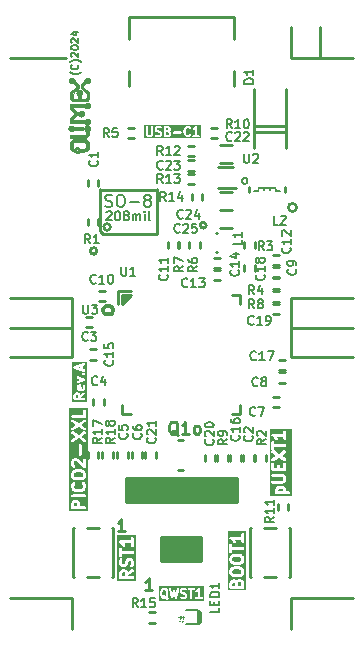
<source format=gbr>
%TF.GenerationSoftware,KiCad,Pcbnew,7.0.11-7.0.11~ubuntu22.04.1*%
%TF.CreationDate,2024-12-17T16:05:18+02:00*%
%TF.ProjectId,RP2350-PICO2-XXL_Rev_A,52503233-3530-42d5-9049-434f322d5858,A*%
%TF.SameCoordinates,PX81b3200PY6e263e0*%
%TF.FileFunction,Legend,Top*%
%TF.FilePolarity,Positive*%
%FSLAX46Y46*%
G04 Gerber Fmt 4.6, Leading zero omitted, Abs format (unit mm)*
G04 Created by KiCad (PCBNEW 7.0.11-7.0.11~ubuntu22.04.1) date 2024-12-17 16:05:18*
%MOMM*%
%LPD*%
G01*
G04 APERTURE LIST*
%ADD10C,0.254000*%
%ADD11C,0.203200*%
%ADD12C,0.158750*%
%ADD13C,0.190500*%
%ADD14C,0.317500*%
%ADD15C,0.127000*%
%ADD16C,0.050000*%
%ADD17C,0.100000*%
%ADD18C,0.228600*%
%ADD19C,0.009000*%
%ADD20C,0.200000*%
G04 APERTURE END LIST*
D10*
X23750000Y28000000D02*
X23750000Y25500000D01*
X23750000Y48350000D02*
X29000000Y48350000D01*
X24250000Y35700000D02*
G75*
G03*
X23550000Y35700000I-350000J0D01*
G01*
X23550000Y35700000D02*
G75*
G03*
X24250000Y35700000I350000J0D01*
G01*
X5250000Y23000000D02*
X0Y23000000D01*
X23750000Y28000000D02*
X29000000Y28000000D01*
X0Y28000000D02*
X5250000Y28000000D01*
X16600000Y34200000D02*
G75*
G03*
X16100000Y34200000I-250000J0D01*
G01*
X16100000Y34200000D02*
G75*
G03*
X16600000Y34200000I250000J0D01*
G01*
X0Y25500000D02*
X5250000Y25500000D01*
X23750000Y25500000D02*
X29000000Y25500000D01*
X23750000Y23000000D02*
X29000000Y23000000D01*
X23750000Y51000000D02*
X23750000Y48350000D01*
X0Y48350000D02*
X4750000Y48350000D01*
X23750000Y25500000D02*
X23750000Y23000000D01*
X5250000Y2650000D02*
X5250000Y0D01*
X26250000Y51000000D02*
X26250000Y48350000D01*
X5250000Y28000000D02*
X5250000Y23000000D01*
X23750000Y2650000D02*
X29000000Y2650000D01*
X23750000Y2650000D02*
X23750000Y0D01*
X0Y2650000D02*
X5250000Y2650000D01*
D11*
G36*
X5740808Y19829529D02*
G01*
X5756196Y19814141D01*
X5776802Y19772929D01*
X5776802Y19588876D01*
X5554249Y19588876D01*
X5554249Y19772929D01*
X5574855Y19814141D01*
X5590242Y19829529D01*
X5631452Y19850133D01*
X5699599Y19850133D01*
X5740808Y19829529D01*
G37*
G36*
X5870584Y20362972D02*
G01*
X5863680Y20362972D01*
X5838015Y20375805D01*
X5825183Y20401470D01*
X5825183Y20508322D01*
X5836847Y20531651D01*
X5870584Y20362972D01*
G37*
G36*
X5931621Y22105344D02*
G01*
X5773935Y22157906D01*
X5931621Y22210468D01*
X5931621Y22105344D01*
G37*
G36*
X6483163Y19269562D02*
G01*
X5234935Y19269562D01*
X5234935Y19487276D01*
X5351049Y19487276D01*
X5356022Y19471971D01*
X5356022Y19455880D01*
X5365480Y19442862D01*
X5370453Y19427557D01*
X5383471Y19418099D01*
X5392930Y19405080D01*
X5408234Y19400108D01*
X5421253Y19390649D01*
X5437344Y19390649D01*
X5452649Y19385676D01*
X6265449Y19385676D01*
X6325168Y19405080D01*
X6362076Y19455880D01*
X6362076Y19518672D01*
X6325168Y19569472D01*
X6265449Y19588876D01*
X5980002Y19588876D01*
X5980002Y19627902D01*
X6323713Y19868499D01*
X6361509Y19918642D01*
X6362613Y19981424D01*
X6326604Y20032865D01*
X6267236Y20053317D01*
X6207185Y20034967D01*
X5959616Y19861670D01*
X5930571Y19919761D01*
X5919015Y19931494D01*
X5911539Y19946166D01*
X5872834Y19984871D01*
X5858162Y19992347D01*
X5846429Y20003903D01*
X5769019Y20042607D01*
X5745859Y20046095D01*
X5723583Y20053333D01*
X5607468Y20053333D01*
X5585193Y20046096D01*
X5562032Y20042607D01*
X5484623Y20003903D01*
X5472890Y19992348D01*
X5458217Y19984871D01*
X5419512Y19946166D01*
X5412035Y19931494D01*
X5400480Y19919761D01*
X5361775Y19842351D01*
X5358286Y19819191D01*
X5351049Y19796914D01*
X5351049Y19487276D01*
X5234935Y19487276D01*
X5234935Y20377486D01*
X5621983Y20377486D01*
X5629221Y20355210D01*
X5632709Y20332050D01*
X5671413Y20254640D01*
X5671981Y20254064D01*
X5672114Y20253264D01*
X5693959Y20231749D01*
X5715475Y20209903D01*
X5716274Y20209771D01*
X5716851Y20209202D01*
X5794261Y20170498D01*
X5817421Y20167010D01*
X5839697Y20159772D01*
X6149335Y20159772D01*
X6171611Y20167011D01*
X6194771Y20170498D01*
X6272181Y20209202D01*
X6272757Y20209771D01*
X6273557Y20209903D01*
X6295072Y20231749D01*
X6316918Y20253264D01*
X6317050Y20254064D01*
X6317619Y20254640D01*
X6356323Y20332050D01*
X6359811Y20355211D01*
X6367049Y20377486D01*
X6367049Y20532305D01*
X6359811Y20554580D01*
X6356323Y20577741D01*
X6317619Y20655150D01*
X6273557Y20699887D01*
X6211614Y20710181D01*
X6155451Y20682099D01*
X6126520Y20626370D01*
X6135871Y20564278D01*
X6163849Y20508321D01*
X6163849Y20401470D01*
X6151016Y20375805D01*
X6125352Y20362972D01*
X6077808Y20362972D01*
X6016733Y20668345D01*
X6013733Y20673689D01*
X6013733Y20679815D01*
X5998599Y20700645D01*
X5985994Y20723098D01*
X5980426Y20725658D01*
X5976825Y20730615D01*
X5952335Y20738573D01*
X5928942Y20749327D01*
X5922933Y20748126D01*
X5917106Y20750019D01*
X5839697Y20750019D01*
X5817420Y20742782D01*
X5794260Y20739293D01*
X5716850Y20700588D01*
X5716274Y20700021D01*
X5715475Y20699888D01*
X5693925Y20678009D01*
X5672114Y20656525D01*
X5671981Y20655729D01*
X5671413Y20655151D01*
X5632709Y20577741D01*
X5629221Y20554582D01*
X5621983Y20532305D01*
X5621983Y20377486D01*
X5234935Y20377486D01*
X5234935Y20916421D01*
X5622026Y20916421D01*
X5643145Y20857287D01*
X5694989Y20821860D01*
X5757755Y20823672D01*
X6299621Y21017196D01*
X6322271Y21034674D01*
X6345887Y21050811D01*
X6346914Y21053689D01*
X6349334Y21055555D01*
X6357383Y21082999D01*
X6367007Y21109945D01*
X6366146Y21112879D01*
X6367006Y21115809D01*
X6357391Y21142731D01*
X6349335Y21170199D01*
X6346914Y21172067D01*
X6345887Y21174943D01*
X6322278Y21191076D01*
X6299621Y21208558D01*
X5757755Y21402081D01*
X5694989Y21403893D01*
X5643145Y21368466D01*
X5622026Y21309332D01*
X5639698Y21249078D01*
X5689411Y21210719D01*
X5963370Y21112877D01*
X5689411Y21015034D01*
X5639698Y20976675D01*
X5622026Y20916421D01*
X5234935Y20916421D01*
X5234935Y21600143D01*
X6087691Y21600143D01*
X6091413Y21592839D01*
X6091413Y21584642D01*
X6096231Y21578010D01*
X6097514Y21569913D01*
X6108892Y21558535D01*
X6116199Y21544195D01*
X6154904Y21505491D01*
X6169242Y21498186D01*
X6180620Y21486808D01*
X6196513Y21484291D01*
X6210852Y21476985D01*
X6226744Y21479503D01*
X6242639Y21476985D01*
X6256979Y21484292D01*
X6272871Y21486809D01*
X6284247Y21498186D01*
X6298587Y21505492D01*
X6337291Y21544196D01*
X6344597Y21558536D01*
X6355974Y21569912D01*
X6357256Y21578009D01*
X6362076Y21584642D01*
X6362076Y21592841D01*
X6365798Y21600145D01*
X6363280Y21616039D01*
X6365798Y21631931D01*
X6362076Y21639237D01*
X6362076Y21647434D01*
X6357257Y21654067D01*
X6355975Y21662163D01*
X6344597Y21673541D01*
X6337292Y21687879D01*
X6298588Y21726584D01*
X6284248Y21733891D01*
X6272870Y21745269D01*
X6256978Y21747787D01*
X6242640Y21755092D01*
X6226744Y21752575D01*
X6210851Y21755092D01*
X6196514Y21747788D01*
X6180621Y21745270D01*
X6169242Y21733892D01*
X6154903Y21726585D01*
X6116198Y21687880D01*
X6108891Y21673541D01*
X6097513Y21662162D01*
X6096230Y21654066D01*
X6091413Y21647434D01*
X6091413Y21639237D01*
X6087691Y21631932D01*
X6090208Y21616039D01*
X6087691Y21600143D01*
X5234935Y21600143D01*
X5234935Y22157134D01*
X5351052Y22157134D01*
X5360743Y22128059D01*
X5370002Y22098812D01*
X5370653Y22098332D01*
X5370909Y22097564D01*
X5395854Y22079728D01*
X5420520Y22061519D01*
X6233320Y21790586D01*
X6296110Y21790109D01*
X6347189Y21826631D01*
X6367045Y21886201D01*
X6348096Y21946065D01*
X6297577Y21983358D01*
X6134821Y22037610D01*
X6134821Y22278201D01*
X6297578Y22332453D01*
X6348096Y22369746D01*
X6367046Y22429610D01*
X6347189Y22489180D01*
X6296111Y22525702D01*
X6233321Y22525225D01*
X5420520Y22254291D01*
X5395854Y22236083D01*
X5370909Y22218246D01*
X5370653Y22217479D01*
X5370002Y22216998D01*
X5360743Y22187752D01*
X5351052Y22158676D01*
X5351296Y22157905D01*
X5351052Y22157134D01*
X5234935Y22157134D01*
X5234935Y22641816D01*
X6483163Y22641816D01*
X6483163Y19269562D01*
G37*
D12*
X6027412Y47182263D02*
X5997174Y47152024D01*
X5997174Y47152024D02*
X5906460Y47091548D01*
X5906460Y47091548D02*
X5845984Y47061310D01*
X5845984Y47061310D02*
X5755270Y47031072D01*
X5755270Y47031072D02*
X5604079Y47000834D01*
X5604079Y47000834D02*
X5483127Y47000834D01*
X5483127Y47000834D02*
X5331936Y47031072D01*
X5331936Y47031072D02*
X5241222Y47061310D01*
X5241222Y47061310D02*
X5180746Y47091548D01*
X5180746Y47091548D02*
X5090031Y47152024D01*
X5090031Y47152024D02*
X5059793Y47182263D01*
X5725031Y47787024D02*
X5755270Y47756786D01*
X5755270Y47756786D02*
X5785508Y47666072D01*
X5785508Y47666072D02*
X5785508Y47605596D01*
X5785508Y47605596D02*
X5755270Y47514881D01*
X5755270Y47514881D02*
X5694793Y47454405D01*
X5694793Y47454405D02*
X5634317Y47424167D01*
X5634317Y47424167D02*
X5513365Y47393929D01*
X5513365Y47393929D02*
X5422650Y47393929D01*
X5422650Y47393929D02*
X5301698Y47424167D01*
X5301698Y47424167D02*
X5241222Y47454405D01*
X5241222Y47454405D02*
X5180746Y47514881D01*
X5180746Y47514881D02*
X5150508Y47605596D01*
X5150508Y47605596D02*
X5150508Y47666072D01*
X5150508Y47666072D02*
X5180746Y47756786D01*
X5180746Y47756786D02*
X5210984Y47787024D01*
X6027412Y47998691D02*
X5997174Y48028929D01*
X5997174Y48028929D02*
X5906460Y48089405D01*
X5906460Y48089405D02*
X5845984Y48119643D01*
X5845984Y48119643D02*
X5755270Y48149881D01*
X5755270Y48149881D02*
X5604079Y48180119D01*
X5604079Y48180119D02*
X5483127Y48180119D01*
X5483127Y48180119D02*
X5331936Y48149881D01*
X5331936Y48149881D02*
X5241222Y48119643D01*
X5241222Y48119643D02*
X5180746Y48089405D01*
X5180746Y48089405D02*
X5090031Y48028929D01*
X5090031Y48028929D02*
X5059793Y47998691D01*
X5210984Y48452262D02*
X5180746Y48482500D01*
X5180746Y48482500D02*
X5150508Y48542976D01*
X5150508Y48542976D02*
X5150508Y48694167D01*
X5150508Y48694167D02*
X5180746Y48754643D01*
X5180746Y48754643D02*
X5210984Y48784881D01*
X5210984Y48784881D02*
X5271460Y48815119D01*
X5271460Y48815119D02*
X5331936Y48815119D01*
X5331936Y48815119D02*
X5422650Y48784881D01*
X5422650Y48784881D02*
X5785508Y48422024D01*
X5785508Y48422024D02*
X5785508Y48815119D01*
X5150508Y49208214D02*
X5150508Y49268691D01*
X5150508Y49268691D02*
X5180746Y49329167D01*
X5180746Y49329167D02*
X5210984Y49359405D01*
X5210984Y49359405D02*
X5271460Y49389643D01*
X5271460Y49389643D02*
X5392412Y49419881D01*
X5392412Y49419881D02*
X5543603Y49419881D01*
X5543603Y49419881D02*
X5664555Y49389643D01*
X5664555Y49389643D02*
X5725031Y49359405D01*
X5725031Y49359405D02*
X5755270Y49329167D01*
X5755270Y49329167D02*
X5785508Y49268691D01*
X5785508Y49268691D02*
X5785508Y49208214D01*
X5785508Y49208214D02*
X5755270Y49147738D01*
X5755270Y49147738D02*
X5725031Y49117500D01*
X5725031Y49117500D02*
X5664555Y49087262D01*
X5664555Y49087262D02*
X5543603Y49057024D01*
X5543603Y49057024D02*
X5392412Y49057024D01*
X5392412Y49057024D02*
X5271460Y49087262D01*
X5271460Y49087262D02*
X5210984Y49117500D01*
X5210984Y49117500D02*
X5180746Y49147738D01*
X5180746Y49147738D02*
X5150508Y49208214D01*
X5210984Y49661786D02*
X5180746Y49692024D01*
X5180746Y49692024D02*
X5150508Y49752500D01*
X5150508Y49752500D02*
X5150508Y49903691D01*
X5150508Y49903691D02*
X5180746Y49964167D01*
X5180746Y49964167D02*
X5210984Y49994405D01*
X5210984Y49994405D02*
X5271460Y50024643D01*
X5271460Y50024643D02*
X5331936Y50024643D01*
X5331936Y50024643D02*
X5422650Y49994405D01*
X5422650Y49994405D02*
X5785508Y49631548D01*
X5785508Y49631548D02*
X5785508Y50024643D01*
X5362174Y50568929D02*
X5785508Y50568929D01*
X5120270Y50417738D02*
X5573841Y50266548D01*
X5573841Y50266548D02*
X5573841Y50659643D01*
D10*
G36*
X5651009Y10688008D02*
G01*
X5670248Y10668769D01*
X5696003Y10617259D01*
X5696003Y10387191D01*
X5417812Y10387191D01*
X5417812Y10617259D01*
X5443567Y10668769D01*
X5462806Y10688008D01*
X5514316Y10713763D01*
X5599499Y10713763D01*
X5651009Y10688008D01*
G37*
G36*
X6096740Y13241897D02*
G01*
X6154055Y13184583D01*
X6179812Y13133069D01*
X6179812Y12999506D01*
X6154055Y12947992D01*
X6096740Y12890678D01*
X5952512Y12854620D01*
X5645113Y12854620D01*
X5500884Y12890678D01*
X5443567Y12947995D01*
X5417812Y12999505D01*
X5417812Y13133069D01*
X5443567Y13184580D01*
X5500884Y13241897D01*
X5645113Y13277954D01*
X5952512Y13277954D01*
X6096740Y13241897D01*
G37*
G36*
X6578955Y9988048D02*
G01*
X5018669Y9988048D01*
X5018669Y10260191D01*
X5163812Y10260191D01*
X5166424Y10251294D01*
X5165105Y10242117D01*
X5176347Y10217499D01*
X5183973Y10191530D01*
X5190980Y10185459D01*
X5194832Y10177024D01*
X5217600Y10162392D01*
X5238054Y10144668D01*
X5247230Y10143349D01*
X5255032Y10138335D01*
X5290812Y10133191D01*
X6306812Y10133191D01*
X6375473Y10153352D01*
X6422335Y10207433D01*
X6432519Y10278265D01*
X6402792Y10343358D01*
X6342592Y10382047D01*
X6306812Y10387191D01*
X5950003Y10387191D01*
X5950003Y10647239D01*
X5946759Y10658285D01*
X5947996Y10669732D01*
X5936595Y10704035D01*
X5888214Y10800797D01*
X5886593Y10802540D01*
X5886087Y10804866D01*
X5864425Y10833804D01*
X5816044Y10882185D01*
X5813954Y10883327D01*
X5812739Y10885372D01*
X5783037Y10905974D01*
X5686275Y10954355D01*
X5674945Y10956394D01*
X5665259Y10962619D01*
X5629479Y10967763D01*
X5484336Y10967763D01*
X5473290Y10964520D01*
X5461843Y10965756D01*
X5427540Y10954355D01*
X5330778Y10905974D01*
X5329035Y10904354D01*
X5326709Y10903847D01*
X5297771Y10882185D01*
X5249390Y10833804D01*
X5248248Y10831715D01*
X5246203Y10830499D01*
X5225601Y10800797D01*
X5177220Y10704035D01*
X5175181Y10692706D01*
X5168956Y10683019D01*
X5163812Y10647239D01*
X5163812Y10260191D01*
X5018669Y10260191D01*
X5018669Y11258117D01*
X5165105Y11258117D01*
X5194832Y11193024D01*
X5255032Y11154335D01*
X5290812Y11149191D01*
X6306812Y11149191D01*
X6375473Y11169352D01*
X6422335Y11223433D01*
X6432519Y11294265D01*
X6402792Y11359358D01*
X6342592Y11398047D01*
X6306812Y11403191D01*
X5290812Y11403191D01*
X5222151Y11383030D01*
X5175289Y11328949D01*
X5165105Y11258117D01*
X5018669Y11258117D01*
X5018669Y12050287D01*
X5163812Y12050287D01*
X5164482Y12048004D01*
X5163895Y12045697D01*
X5170329Y12010126D01*
X5218710Y11864983D01*
X5225280Y11855529D01*
X5227728Y11844279D01*
X5249390Y11815341D01*
X5346152Y11718580D01*
X5348241Y11717440D01*
X5349457Y11715392D01*
X5379159Y11694790D01*
X5475921Y11646409D01*
X5480301Y11645621D01*
X5501915Y11636793D01*
X5695439Y11588412D01*
X5698889Y11588553D01*
X5726241Y11584620D01*
X5871384Y11584620D01*
X5874696Y11585593D01*
X5902186Y11588412D01*
X6095710Y11636793D01*
X6099549Y11639046D01*
X6121704Y11646409D01*
X6218466Y11694790D01*
X6220208Y11696411D01*
X6222535Y11696917D01*
X6251473Y11718579D01*
X6348234Y11815341D01*
X6353751Y11825446D01*
X6362721Y11832667D01*
X6378915Y11864984D01*
X6427295Y12010127D01*
X6427380Y12012505D01*
X6428668Y12014507D01*
X6433812Y12050287D01*
X6433812Y12147049D01*
X6433141Y12149333D01*
X6433729Y12151638D01*
X6427295Y12187209D01*
X6378915Y12332352D01*
X6372344Y12341807D01*
X6369897Y12353057D01*
X6348235Y12381995D01*
X6299854Y12430376D01*
X6237047Y12464670D01*
X6165669Y12459566D01*
X6108382Y12416681D01*
X6083375Y12349633D01*
X6098586Y12279708D01*
X6120248Y12250770D01*
X6147430Y12223588D01*
X6179812Y12126441D01*
X6179812Y12070896D01*
X6147429Y11973748D01*
X6086438Y11912757D01*
X6020582Y11879828D01*
X5855750Y11838620D01*
X5741875Y11838620D01*
X5577043Y11879828D01*
X5511185Y11912757D01*
X5450195Y11973748D01*
X5417812Y12070897D01*
X5417812Y12126439D01*
X5450195Y12223588D01*
X5477377Y12250770D01*
X5511671Y12313577D01*
X5506567Y12384955D01*
X5463682Y12442241D01*
X5396634Y12467249D01*
X5326709Y12452038D01*
X5297771Y12430376D01*
X5249390Y12381995D01*
X5243872Y12371890D01*
X5234905Y12364670D01*
X5218710Y12332353D01*
X5170329Y12187210D01*
X5170242Y12184832D01*
X5168956Y12182829D01*
X5163812Y12147049D01*
X5163812Y12050287D01*
X5018669Y12050287D01*
X5018669Y12969525D01*
X5163812Y12969525D01*
X5167055Y12958480D01*
X5165819Y12947032D01*
X5177220Y12912729D01*
X5225601Y12815967D01*
X5227221Y12814225D01*
X5227728Y12811898D01*
X5249390Y12782960D01*
X5346152Y12686199D01*
X5360493Y12678368D01*
X5371689Y12666461D01*
X5405153Y12652793D01*
X5598677Y12604412D01*
X5602127Y12604553D01*
X5629479Y12600620D01*
X5968146Y12600620D01*
X5971458Y12601593D01*
X5998948Y12604412D01*
X6192472Y12652793D01*
X6206566Y12661063D01*
X6222535Y12664536D01*
X6251473Y12686198D01*
X6348234Y12782960D01*
X6349375Y12785050D01*
X6351423Y12786266D01*
X6372025Y12815968D01*
X6420405Y12912730D01*
X6422443Y12924061D01*
X6428668Y12933745D01*
X6433812Y12969525D01*
X6433812Y13163049D01*
X6430568Y13174094D01*
X6431805Y13185541D01*
X6420405Y13219844D01*
X6372025Y13316606D01*
X6370403Y13318350D01*
X6369897Y13320676D01*
X6348234Y13349614D01*
X6251473Y13446376D01*
X6237129Y13454208D01*
X6225936Y13466113D01*
X6192472Y13479781D01*
X5998948Y13528162D01*
X5995497Y13528022D01*
X5968146Y13531954D01*
X5629479Y13531954D01*
X5626166Y13530982D01*
X5598677Y13528162D01*
X5405153Y13479781D01*
X5391058Y13471512D01*
X5375090Y13468038D01*
X5346152Y13446375D01*
X5249390Y13349614D01*
X5248248Y13347525D01*
X5246203Y13346309D01*
X5225601Y13316607D01*
X5177220Y13219845D01*
X5175181Y13208516D01*
X5168956Y13198829D01*
X5163812Y13163049D01*
X5163812Y12969525D01*
X5018669Y12969525D01*
X5018669Y13937144D01*
X5163812Y13937144D01*
X5167055Y13926099D01*
X5165819Y13914651D01*
X5177220Y13880348D01*
X5225601Y13783586D01*
X5227221Y13781844D01*
X5227728Y13779517D01*
X5249390Y13750579D01*
X5297771Y13702198D01*
X5360578Y13667904D01*
X5431956Y13673008D01*
X5489242Y13715893D01*
X5514250Y13782941D01*
X5499039Y13852866D01*
X5477377Y13881804D01*
X5443567Y13915614D01*
X5417812Y13967124D01*
X5417812Y14149069D01*
X5443567Y14200579D01*
X5462806Y14219818D01*
X5514316Y14245573D01*
X5560488Y14245573D01*
X5657638Y14213190D01*
X6217009Y13653818D01*
X6236913Y13642950D01*
X6254054Y13628097D01*
X6267709Y13626134D01*
X6279816Y13619523D01*
X6302437Y13621141D01*
X6324886Y13617913D01*
X6337433Y13623644D01*
X6351193Y13624627D01*
X6369349Y13638219D01*
X6389979Y13647640D01*
X6397437Y13659246D01*
X6408480Y13667512D01*
X6416404Y13688758D01*
X6428668Y13707840D01*
X6431895Y13730292D01*
X6433488Y13734560D01*
X6432898Y13737269D01*
X6433812Y13743620D01*
X6433812Y14372573D01*
X6413651Y14441234D01*
X6359570Y14488096D01*
X6288738Y14498280D01*
X6223645Y14468553D01*
X6184956Y14408353D01*
X6179812Y14372573D01*
X6179812Y14050226D01*
X5816044Y14413994D01*
X5805939Y14419512D01*
X5798719Y14428480D01*
X5766402Y14444675D01*
X5621259Y14493056D01*
X5618880Y14493143D01*
X5616878Y14494429D01*
X5581098Y14499573D01*
X5484336Y14499573D01*
X5473290Y14496330D01*
X5461843Y14497566D01*
X5427540Y14486165D01*
X5330778Y14437784D01*
X5329035Y14436164D01*
X5326709Y14435657D01*
X5297771Y14413995D01*
X5249390Y14365614D01*
X5248248Y14363525D01*
X5246203Y14362309D01*
X5225601Y14332607D01*
X5177220Y14235845D01*
X5175181Y14224516D01*
X5168956Y14214829D01*
X5163812Y14179049D01*
X5163812Y13937144D01*
X5018669Y13937144D01*
X5018669Y14808001D01*
X5792765Y14808001D01*
X5812926Y14739340D01*
X5867007Y14692478D01*
X5937839Y14682294D01*
X6002932Y14712021D01*
X6041621Y14772221D01*
X6046765Y14808001D01*
X6046765Y15582096D01*
X6026604Y15650757D01*
X5972523Y15697619D01*
X5901691Y15707803D01*
X5836598Y15678076D01*
X5797909Y15617876D01*
X5792765Y15582096D01*
X5792765Y14808001D01*
X5018669Y14808001D01*
X5018669Y16630519D01*
X5164819Y16630519D01*
X5193448Y16564935D01*
X5220365Y16540808D01*
X5569860Y16307811D01*
X5220365Y16074814D01*
X5174419Y16019953D01*
X5165426Y15948961D01*
X5196243Y15884376D01*
X5257085Y15846705D01*
X5328635Y15847907D01*
X5361259Y15863474D01*
X5798812Y16155177D01*
X6236365Y15863474D01*
X6304677Y15842163D01*
X6373668Y15861166D01*
X6421432Y15914453D01*
X6432805Y15985103D01*
X6404176Y16050687D01*
X6377259Y16074815D01*
X6027764Y16307811D01*
X6377259Y16540807D01*
X6423205Y16595669D01*
X6432197Y16666661D01*
X6401381Y16731246D01*
X6340539Y16768917D01*
X6268989Y16767715D01*
X6236365Y16752148D01*
X5798812Y16460446D01*
X5361259Y16752148D01*
X5292946Y16773460D01*
X5223956Y16754456D01*
X5176192Y16701169D01*
X5164819Y16630519D01*
X5018669Y16630519D01*
X5018669Y17598138D01*
X5164819Y17598138D01*
X5193448Y17532554D01*
X5220365Y17508427D01*
X5569860Y17275430D01*
X5220365Y17042433D01*
X5174419Y16987572D01*
X5165426Y16916580D01*
X5196243Y16851995D01*
X5257085Y16814324D01*
X5328635Y16815526D01*
X5361259Y16831093D01*
X5798812Y17122796D01*
X6236365Y16831093D01*
X6304677Y16809782D01*
X6373668Y16828785D01*
X6421432Y16882072D01*
X6432805Y16952722D01*
X6404176Y17018306D01*
X6377259Y17042434D01*
X6027764Y17275430D01*
X6377259Y17508426D01*
X6423205Y17563288D01*
X6432197Y17634280D01*
X6401381Y17698865D01*
X6340539Y17736536D01*
X6268989Y17735334D01*
X6236365Y17719767D01*
X5798812Y17428065D01*
X5361259Y17719767D01*
X5292946Y17741079D01*
X5223956Y17722075D01*
X5176192Y17668788D01*
X5164819Y17598138D01*
X5018669Y17598138D01*
X5018669Y17983070D01*
X5165105Y17983070D01*
X5194832Y17917977D01*
X5255032Y17879288D01*
X5290812Y17874144D01*
X6306812Y17874144D01*
X6315709Y17876757D01*
X6324886Y17875437D01*
X6349504Y17886680D01*
X6375473Y17894305D01*
X6381544Y17901313D01*
X6389979Y17905164D01*
X6404611Y17927933D01*
X6422335Y17948386D01*
X6423654Y17957563D01*
X6428668Y17965364D01*
X6433812Y18001144D01*
X6433812Y18484954D01*
X6413651Y18553615D01*
X6359570Y18600477D01*
X6288738Y18610661D01*
X6223645Y18580934D01*
X6184956Y18520734D01*
X6179812Y18484954D01*
X6179812Y18128144D01*
X5290812Y18128144D01*
X5222151Y18107983D01*
X5175289Y18053902D01*
X5165105Y17983070D01*
X5018669Y17983070D01*
X5018669Y18755804D01*
X6578955Y18755804D01*
X6578955Y9988048D01*
G37*
D13*
X17692609Y1797286D02*
X17692609Y1434429D01*
X17692609Y1434429D02*
X16930609Y1434429D01*
X17293466Y2051286D02*
X17293466Y2305286D01*
X17692609Y2414143D02*
X17692609Y2051286D01*
X17692609Y2051286D02*
X16930609Y2051286D01*
X16930609Y2051286D02*
X16930609Y2414143D01*
X17692609Y2740715D02*
X16930609Y2740715D01*
X16930609Y2740715D02*
X16930609Y2922144D01*
X16930609Y2922144D02*
X16966895Y3031001D01*
X16966895Y3031001D02*
X17039466Y3103572D01*
X17039466Y3103572D02*
X17112038Y3139858D01*
X17112038Y3139858D02*
X17257181Y3176144D01*
X17257181Y3176144D02*
X17366038Y3176144D01*
X17366038Y3176144D02*
X17511181Y3139858D01*
X17511181Y3139858D02*
X17583752Y3103572D01*
X17583752Y3103572D02*
X17656324Y3031001D01*
X17656324Y3031001D02*
X17692609Y2922144D01*
X17692609Y2922144D02*
X17692609Y2740715D01*
X17692609Y3901858D02*
X17692609Y3466429D01*
X17692609Y3684144D02*
X16930609Y3684144D01*
X16930609Y3684144D02*
X17039466Y3611572D01*
X17039466Y3611572D02*
X17112038Y3539001D01*
X17112038Y3539001D02*
X17148324Y3466429D01*
X18760143Y42407391D02*
X18506143Y42770248D01*
X18324714Y42407391D02*
X18324714Y43169391D01*
X18324714Y43169391D02*
X18615000Y43169391D01*
X18615000Y43169391D02*
X18687571Y43133105D01*
X18687571Y43133105D02*
X18723857Y43096819D01*
X18723857Y43096819D02*
X18760143Y43024248D01*
X18760143Y43024248D02*
X18760143Y42915391D01*
X18760143Y42915391D02*
X18723857Y42842819D01*
X18723857Y42842819D02*
X18687571Y42806534D01*
X18687571Y42806534D02*
X18615000Y42770248D01*
X18615000Y42770248D02*
X18324714Y42770248D01*
X19485857Y42407391D02*
X19050428Y42407391D01*
X19268143Y42407391D02*
X19268143Y43169391D01*
X19268143Y43169391D02*
X19195571Y43060534D01*
X19195571Y43060534D02*
X19123000Y42987962D01*
X19123000Y42987962D02*
X19050428Y42951676D01*
X19957571Y43169391D02*
X20030142Y43169391D01*
X20030142Y43169391D02*
X20102714Y43133105D01*
X20102714Y43133105D02*
X20139000Y43096819D01*
X20139000Y43096819D02*
X20175285Y43024248D01*
X20175285Y43024248D02*
X20211571Y42879105D01*
X20211571Y42879105D02*
X20211571Y42697676D01*
X20211571Y42697676D02*
X20175285Y42552534D01*
X20175285Y42552534D02*
X20139000Y42479962D01*
X20139000Y42479962D02*
X20102714Y42443676D01*
X20102714Y42443676D02*
X20030142Y42407391D01*
X20030142Y42407391D02*
X19957571Y42407391D01*
X19957571Y42407391D02*
X19885000Y42443676D01*
X19885000Y42443676D02*
X19848714Y42479962D01*
X19848714Y42479962D02*
X19812428Y42552534D01*
X19812428Y42552534D02*
X19776142Y42697676D01*
X19776142Y42697676D02*
X19776142Y42879105D01*
X19776142Y42879105D02*
X19812428Y43024248D01*
X19812428Y43024248D02*
X19848714Y43096819D01*
X19848714Y43096819D02*
X19885000Y43133105D01*
X19885000Y43133105D02*
X19957571Y43169391D01*
X14642609Y30722001D02*
X14279752Y30468001D01*
X14642609Y30286572D02*
X13880609Y30286572D01*
X13880609Y30286572D02*
X13880609Y30576858D01*
X13880609Y30576858D02*
X13916895Y30649429D01*
X13916895Y30649429D02*
X13953181Y30685715D01*
X13953181Y30685715D02*
X14025752Y30722001D01*
X14025752Y30722001D02*
X14134609Y30722001D01*
X14134609Y30722001D02*
X14207181Y30685715D01*
X14207181Y30685715D02*
X14243466Y30649429D01*
X14243466Y30649429D02*
X14279752Y30576858D01*
X14279752Y30576858D02*
X14279752Y30286572D01*
X13880609Y30976001D02*
X13880609Y31484001D01*
X13880609Y31484001D02*
X14642609Y31157429D01*
X20592609Y46187572D02*
X19830609Y46187572D01*
X19830609Y46187572D02*
X19830609Y46369001D01*
X19830609Y46369001D02*
X19866895Y46477858D01*
X19866895Y46477858D02*
X19939466Y46550429D01*
X19939466Y46550429D02*
X20012038Y46586715D01*
X20012038Y46586715D02*
X20157181Y46623001D01*
X20157181Y46623001D02*
X20266038Y46623001D01*
X20266038Y46623001D02*
X20411181Y46586715D01*
X20411181Y46586715D02*
X20483752Y46550429D01*
X20483752Y46550429D02*
X20556324Y46477858D01*
X20556324Y46477858D02*
X20592609Y46369001D01*
X20592609Y46369001D02*
X20592609Y46187572D01*
X20592609Y47348715D02*
X20592609Y46913286D01*
X20592609Y47131001D02*
X19830609Y47131001D01*
X19830609Y47131001D02*
X19939466Y47058429D01*
X19939466Y47058429D02*
X20012038Y46985858D01*
X20012038Y46985858D02*
X20048324Y46913286D01*
X15842609Y30722001D02*
X15479752Y30468001D01*
X15842609Y30286572D02*
X15080609Y30286572D01*
X15080609Y30286572D02*
X15080609Y30576858D01*
X15080609Y30576858D02*
X15116895Y30649429D01*
X15116895Y30649429D02*
X15153181Y30685715D01*
X15153181Y30685715D02*
X15225752Y30722001D01*
X15225752Y30722001D02*
X15334609Y30722001D01*
X15334609Y30722001D02*
X15407181Y30685715D01*
X15407181Y30685715D02*
X15443466Y30649429D01*
X15443466Y30649429D02*
X15479752Y30576858D01*
X15479752Y30576858D02*
X15479752Y30286572D01*
X15080609Y31375143D02*
X15080609Y31230001D01*
X15080609Y31230001D02*
X15116895Y31157429D01*
X15116895Y31157429D02*
X15153181Y31121143D01*
X15153181Y31121143D02*
X15262038Y31048572D01*
X15262038Y31048572D02*
X15407181Y31012286D01*
X15407181Y31012286D02*
X15697466Y31012286D01*
X15697466Y31012286D02*
X15770038Y31048572D01*
X15770038Y31048572D02*
X15806324Y31084858D01*
X15806324Y31084858D02*
X15842609Y31157429D01*
X15842609Y31157429D02*
X15842609Y31302572D01*
X15842609Y31302572D02*
X15806324Y31375143D01*
X15806324Y31375143D02*
X15770038Y31411429D01*
X15770038Y31411429D02*
X15697466Y31447715D01*
X15697466Y31447715D02*
X15516038Y31447715D01*
X15516038Y31447715D02*
X15443466Y31411429D01*
X15443466Y31411429D02*
X15407181Y31375143D01*
X15407181Y31375143D02*
X15370895Y31302572D01*
X15370895Y31302572D02*
X15370895Y31157429D01*
X15370895Y31157429D02*
X15407181Y31084858D01*
X15407181Y31084858D02*
X15443466Y31048572D01*
X15443466Y31048572D02*
X15516038Y31012286D01*
X8842609Y16210144D02*
X8479752Y15956144D01*
X8842609Y15774715D02*
X8080609Y15774715D01*
X8080609Y15774715D02*
X8080609Y16065001D01*
X8080609Y16065001D02*
X8116895Y16137572D01*
X8116895Y16137572D02*
X8153181Y16173858D01*
X8153181Y16173858D02*
X8225752Y16210144D01*
X8225752Y16210144D02*
X8334609Y16210144D01*
X8334609Y16210144D02*
X8407181Y16173858D01*
X8407181Y16173858D02*
X8443466Y16137572D01*
X8443466Y16137572D02*
X8479752Y16065001D01*
X8479752Y16065001D02*
X8479752Y15774715D01*
X8842609Y16935858D02*
X8842609Y16500429D01*
X8842609Y16718144D02*
X8080609Y16718144D01*
X8080609Y16718144D02*
X8189466Y16645572D01*
X8189466Y16645572D02*
X8262038Y16573001D01*
X8262038Y16573001D02*
X8298324Y16500429D01*
X8407181Y17371286D02*
X8370895Y17298715D01*
X8370895Y17298715D02*
X8334609Y17262429D01*
X8334609Y17262429D02*
X8262038Y17226143D01*
X8262038Y17226143D02*
X8225752Y17226143D01*
X8225752Y17226143D02*
X8153181Y17262429D01*
X8153181Y17262429D02*
X8116895Y17298715D01*
X8116895Y17298715D02*
X8080609Y17371286D01*
X8080609Y17371286D02*
X8080609Y17516429D01*
X8080609Y17516429D02*
X8116895Y17589000D01*
X8116895Y17589000D02*
X8153181Y17625286D01*
X8153181Y17625286D02*
X8225752Y17661572D01*
X8225752Y17661572D02*
X8262038Y17661572D01*
X8262038Y17661572D02*
X8334609Y17625286D01*
X8334609Y17625286D02*
X8370895Y17589000D01*
X8370895Y17589000D02*
X8407181Y17516429D01*
X8407181Y17516429D02*
X8407181Y17371286D01*
X8407181Y17371286D02*
X8443466Y17298715D01*
X8443466Y17298715D02*
X8479752Y17262429D01*
X8479752Y17262429D02*
X8552324Y17226143D01*
X8552324Y17226143D02*
X8697466Y17226143D01*
X8697466Y17226143D02*
X8770038Y17262429D01*
X8770038Y17262429D02*
X8806324Y17298715D01*
X8806324Y17298715D02*
X8842609Y17371286D01*
X8842609Y17371286D02*
X8842609Y17516429D01*
X8842609Y17516429D02*
X8806324Y17589000D01*
X8806324Y17589000D02*
X8770038Y17625286D01*
X8770038Y17625286D02*
X8697466Y17661572D01*
X8697466Y17661572D02*
X8552324Y17661572D01*
X8552324Y17661572D02*
X8479752Y17625286D01*
X8479752Y17625286D02*
X8443466Y17589000D01*
X8443466Y17589000D02*
X8407181Y17516429D01*
X7742609Y16210144D02*
X7379752Y15956144D01*
X7742609Y15774715D02*
X6980609Y15774715D01*
X6980609Y15774715D02*
X6980609Y16065001D01*
X6980609Y16065001D02*
X7016895Y16137572D01*
X7016895Y16137572D02*
X7053181Y16173858D01*
X7053181Y16173858D02*
X7125752Y16210144D01*
X7125752Y16210144D02*
X7234609Y16210144D01*
X7234609Y16210144D02*
X7307181Y16173858D01*
X7307181Y16173858D02*
X7343466Y16137572D01*
X7343466Y16137572D02*
X7379752Y16065001D01*
X7379752Y16065001D02*
X7379752Y15774715D01*
X7742609Y16935858D02*
X7742609Y16500429D01*
X7742609Y16718144D02*
X6980609Y16718144D01*
X6980609Y16718144D02*
X7089466Y16645572D01*
X7089466Y16645572D02*
X7162038Y16573001D01*
X7162038Y16573001D02*
X7198324Y16500429D01*
X6980609Y17189858D02*
X6980609Y17697858D01*
X6980609Y17697858D02*
X7742609Y17371286D01*
D10*
G36*
X9701009Y4807056D02*
G01*
X9720248Y4787817D01*
X9746003Y4736307D01*
X9746003Y4506239D01*
X9467812Y4506239D01*
X9467812Y4736307D01*
X9493567Y4787817D01*
X9512806Y4807056D01*
X9564316Y4832811D01*
X9649499Y4832811D01*
X9701009Y4807056D01*
G37*
G36*
X10628955Y4107096D02*
G01*
X9068669Y4107096D01*
X9068669Y4379239D01*
X9213812Y4379239D01*
X9216424Y4370342D01*
X9215105Y4361165D01*
X9226347Y4336547D01*
X9233973Y4310578D01*
X9240980Y4304507D01*
X9244832Y4296072D01*
X9267600Y4281440D01*
X9288054Y4263716D01*
X9297230Y4262397D01*
X9305032Y4257383D01*
X9340812Y4252239D01*
X10356812Y4252239D01*
X10425473Y4272400D01*
X10472335Y4326481D01*
X10482519Y4397313D01*
X10452792Y4462406D01*
X10392592Y4501095D01*
X10356812Y4506239D01*
X10000003Y4506239D01*
X10000003Y4555022D01*
X10429642Y4855769D01*
X10474330Y4911660D01*
X10481707Y4982838D01*
X10449431Y5046706D01*
X10387749Y5082985D01*
X10316245Y5080158D01*
X10283983Y5063854D01*
X9974521Y4847231D01*
X9938214Y4919845D01*
X9936593Y4921588D01*
X9936087Y4923914D01*
X9914425Y4952852D01*
X9866044Y5001233D01*
X9863954Y5002375D01*
X9862739Y5004420D01*
X9833037Y5025022D01*
X9736275Y5073403D01*
X9724945Y5075442D01*
X9715259Y5081667D01*
X9679479Y5086811D01*
X9534336Y5086811D01*
X9523290Y5083568D01*
X9511843Y5084804D01*
X9477540Y5073403D01*
X9380778Y5025022D01*
X9379035Y5023402D01*
X9376709Y5022895D01*
X9347771Y5001233D01*
X9299390Y4952852D01*
X9298248Y4950763D01*
X9296203Y4949547D01*
X9275601Y4919845D01*
X9227220Y4823083D01*
X9225181Y4811754D01*
X9218956Y4802067D01*
X9213812Y4766287D01*
X9213812Y4379239D01*
X9068669Y4379239D01*
X9068669Y5540382D01*
X9213812Y5540382D01*
X9217055Y5529337D01*
X9215819Y5517889D01*
X9227220Y5483586D01*
X9275601Y5386824D01*
X9277221Y5385082D01*
X9277728Y5382755D01*
X9299390Y5353817D01*
X9347771Y5305436D01*
X9349860Y5304295D01*
X9351076Y5302249D01*
X9380778Y5281647D01*
X9477540Y5233266D01*
X9488869Y5231228D01*
X9498556Y5225002D01*
X9534336Y5219858D01*
X9631098Y5219858D01*
X9642143Y5223102D01*
X9653591Y5221865D01*
X9687894Y5233266D01*
X9784656Y5281647D01*
X9786398Y5283268D01*
X9788725Y5283774D01*
X9817663Y5305436D01*
X9866044Y5353817D01*
X9867185Y5355907D01*
X9869231Y5357122D01*
X9889833Y5386824D01*
X9938214Y5483586D01*
X9939002Y5487967D01*
X9947830Y5509580D01*
X9992830Y5689580D01*
X10025758Y5755436D01*
X10044997Y5774675D01*
X10096507Y5800430D01*
X10133309Y5800430D01*
X10184819Y5774675D01*
X10204056Y5755438D01*
X10229812Y5703926D01*
X10229812Y5512610D01*
X10187949Y5387018D01*
X10185363Y5315505D01*
X10221850Y5253946D01*
X10285827Y5221886D01*
X10356980Y5229504D01*
X10412721Y5274381D01*
X10428915Y5306698D01*
X10477295Y5451841D01*
X10477380Y5454219D01*
X10478668Y5456221D01*
X10483812Y5492001D01*
X10483812Y5733906D01*
X10480568Y5744951D01*
X10481805Y5756398D01*
X10470405Y5790701D01*
X10422025Y5887463D01*
X10420403Y5889207D01*
X10419897Y5891533D01*
X10398235Y5920471D01*
X10349854Y5968852D01*
X10347764Y5969994D01*
X10346549Y5972039D01*
X10316847Y5992641D01*
X10220085Y6041022D01*
X10208755Y6043061D01*
X10199069Y6049286D01*
X10163289Y6054430D01*
X10066527Y6054430D01*
X10055481Y6051187D01*
X10044034Y6052423D01*
X10009731Y6041022D01*
X9912969Y5992641D01*
X9911226Y5991021D01*
X9908900Y5990514D01*
X9879962Y5968852D01*
X9831581Y5920471D01*
X9830439Y5918382D01*
X9828394Y5917166D01*
X9807792Y5887464D01*
X9759411Y5790702D01*
X9758622Y5786322D01*
X9749795Y5764708D01*
X9704795Y5584708D01*
X9671867Y5518852D01*
X9652628Y5499613D01*
X9601118Y5473858D01*
X9564316Y5473858D01*
X9512806Y5499613D01*
X9493567Y5518852D01*
X9467812Y5570362D01*
X9467812Y5761677D01*
X9509676Y5887269D01*
X9512262Y5958782D01*
X9475775Y6020341D01*
X9411798Y6052401D01*
X9340645Y6044784D01*
X9284905Y5999908D01*
X9268710Y5967591D01*
X9220329Y5822448D01*
X9220242Y5820070D01*
X9218956Y5818067D01*
X9213812Y5782287D01*
X9213812Y5540382D01*
X9068669Y5540382D01*
X9068669Y6217715D01*
X9213812Y6217715D01*
X9233973Y6149054D01*
X9288054Y6102192D01*
X9358886Y6092008D01*
X9423979Y6121735D01*
X9462668Y6181935D01*
X9467812Y6217715D01*
X9467812Y6381001D01*
X10356812Y6381001D01*
X10425473Y6401162D01*
X10472335Y6455243D01*
X10482519Y6526075D01*
X10452792Y6591168D01*
X10392592Y6629857D01*
X10356812Y6635001D01*
X9467812Y6635001D01*
X9467812Y6798287D01*
X9447651Y6866948D01*
X9393570Y6913810D01*
X9322738Y6923994D01*
X9257645Y6894267D01*
X9218956Y6834067D01*
X9213812Y6798287D01*
X9213812Y6217715D01*
X9068669Y6217715D01*
X9068669Y7362899D01*
X9214819Y7362899D01*
X9215262Y7361883D01*
X9215105Y7360784D01*
X9229539Y7329176D01*
X9243448Y7297315D01*
X9244535Y7296341D01*
X9244832Y7295691D01*
X9246343Y7294720D01*
X9270365Y7273188D01*
X9405041Y7183404D01*
X9478342Y7110104D01*
X9517506Y7031776D01*
X9566244Y6979380D01*
X9635573Y6961651D01*
X9703482Y6984219D01*
X9748408Y7039918D01*
X9756091Y7111065D01*
X9744690Y7145368D01*
X9696309Y7242130D01*
X9694688Y7243873D01*
X9694182Y7246199D01*
X9689946Y7251858D01*
X10229812Y7251858D01*
X10229812Y7088572D01*
X10249973Y7019911D01*
X10304054Y6973049D01*
X10374886Y6962865D01*
X10439979Y6992592D01*
X10478668Y7052792D01*
X10483812Y7088572D01*
X10483812Y7669144D01*
X10463651Y7737805D01*
X10409570Y7784667D01*
X10338738Y7794851D01*
X10273645Y7765124D01*
X10234956Y7704924D01*
X10229812Y7669144D01*
X10229812Y7505858D01*
X9340812Y7505858D01*
X9307471Y7496069D01*
X9273956Y7486836D01*
X9273215Y7486010D01*
X9272151Y7485697D01*
X9249382Y7459421D01*
X9226192Y7433549D01*
X9226015Y7432455D01*
X9225289Y7431616D01*
X9220341Y7397207D01*
X9214819Y7362899D01*
X9068669Y7362899D01*
X9068669Y7939994D01*
X10628955Y7939994D01*
X10628955Y4107096D01*
G37*
D13*
X8373000Y41657391D02*
X8119000Y42020248D01*
X7937571Y41657391D02*
X7937571Y42419391D01*
X7937571Y42419391D02*
X8227857Y42419391D01*
X8227857Y42419391D02*
X8300428Y42383105D01*
X8300428Y42383105D02*
X8336714Y42346819D01*
X8336714Y42346819D02*
X8373000Y42274248D01*
X8373000Y42274248D02*
X8373000Y42165391D01*
X8373000Y42165391D02*
X8336714Y42092819D01*
X8336714Y42092819D02*
X8300428Y42056534D01*
X8300428Y42056534D02*
X8227857Y42020248D01*
X8227857Y42020248D02*
X7937571Y42020248D01*
X9062428Y42419391D02*
X8699571Y42419391D01*
X8699571Y42419391D02*
X8663285Y42056534D01*
X8663285Y42056534D02*
X8699571Y42092819D01*
X8699571Y42092819D02*
X8772143Y42129105D01*
X8772143Y42129105D02*
X8953571Y42129105D01*
X8953571Y42129105D02*
X9026143Y42092819D01*
X9026143Y42092819D02*
X9062428Y42056534D01*
X9062428Y42056534D02*
X9098714Y41983962D01*
X9098714Y41983962D02*
X9098714Y41802534D01*
X9098714Y41802534D02*
X9062428Y41729962D01*
X9062428Y41729962D02*
X9026143Y41693676D01*
X9026143Y41693676D02*
X8953571Y41657391D01*
X8953571Y41657391D02*
X8772143Y41657391D01*
X8772143Y41657391D02*
X8699571Y41693676D01*
X8699571Y41693676D02*
X8663285Y41729962D01*
X12910143Y40157391D02*
X12656143Y40520248D01*
X12474714Y40157391D02*
X12474714Y40919391D01*
X12474714Y40919391D02*
X12765000Y40919391D01*
X12765000Y40919391D02*
X12837571Y40883105D01*
X12837571Y40883105D02*
X12873857Y40846819D01*
X12873857Y40846819D02*
X12910143Y40774248D01*
X12910143Y40774248D02*
X12910143Y40665391D01*
X12910143Y40665391D02*
X12873857Y40592819D01*
X12873857Y40592819D02*
X12837571Y40556534D01*
X12837571Y40556534D02*
X12765000Y40520248D01*
X12765000Y40520248D02*
X12474714Y40520248D01*
X13635857Y40157391D02*
X13200428Y40157391D01*
X13418143Y40157391D02*
X13418143Y40919391D01*
X13418143Y40919391D02*
X13345571Y40810534D01*
X13345571Y40810534D02*
X13273000Y40737962D01*
X13273000Y40737962D02*
X13200428Y40701676D01*
X13926142Y40846819D02*
X13962428Y40883105D01*
X13962428Y40883105D02*
X14035000Y40919391D01*
X14035000Y40919391D02*
X14216428Y40919391D01*
X14216428Y40919391D02*
X14289000Y40883105D01*
X14289000Y40883105D02*
X14325285Y40846819D01*
X14325285Y40846819D02*
X14361571Y40774248D01*
X14361571Y40774248D02*
X14361571Y40701676D01*
X14361571Y40701676D02*
X14325285Y40592819D01*
X14325285Y40592819D02*
X13889857Y40157391D01*
X13889857Y40157391D02*
X14361571Y40157391D01*
X20673000Y27157391D02*
X20419000Y27520248D01*
X20237571Y27157391D02*
X20237571Y27919391D01*
X20237571Y27919391D02*
X20527857Y27919391D01*
X20527857Y27919391D02*
X20600428Y27883105D01*
X20600428Y27883105D02*
X20636714Y27846819D01*
X20636714Y27846819D02*
X20673000Y27774248D01*
X20673000Y27774248D02*
X20673000Y27665391D01*
X20673000Y27665391D02*
X20636714Y27592819D01*
X20636714Y27592819D02*
X20600428Y27556534D01*
X20600428Y27556534D02*
X20527857Y27520248D01*
X20527857Y27520248D02*
X20237571Y27520248D01*
X21108428Y27592819D02*
X21035857Y27629105D01*
X21035857Y27629105D02*
X20999571Y27665391D01*
X20999571Y27665391D02*
X20963285Y27737962D01*
X20963285Y27737962D02*
X20963285Y27774248D01*
X20963285Y27774248D02*
X20999571Y27846819D01*
X20999571Y27846819D02*
X21035857Y27883105D01*
X21035857Y27883105D02*
X21108428Y27919391D01*
X21108428Y27919391D02*
X21253571Y27919391D01*
X21253571Y27919391D02*
X21326143Y27883105D01*
X21326143Y27883105D02*
X21362428Y27846819D01*
X21362428Y27846819D02*
X21398714Y27774248D01*
X21398714Y27774248D02*
X21398714Y27737962D01*
X21398714Y27737962D02*
X21362428Y27665391D01*
X21362428Y27665391D02*
X21326143Y27629105D01*
X21326143Y27629105D02*
X21253571Y27592819D01*
X21253571Y27592819D02*
X21108428Y27592819D01*
X21108428Y27592819D02*
X21035857Y27556534D01*
X21035857Y27556534D02*
X20999571Y27520248D01*
X20999571Y27520248D02*
X20963285Y27447676D01*
X20963285Y27447676D02*
X20963285Y27302534D01*
X20963285Y27302534D02*
X20999571Y27229962D01*
X20999571Y27229962D02*
X21035857Y27193676D01*
X21035857Y27193676D02*
X21108428Y27157391D01*
X21108428Y27157391D02*
X21253571Y27157391D01*
X21253571Y27157391D02*
X21326143Y27193676D01*
X21326143Y27193676D02*
X21362428Y27229962D01*
X21362428Y27229962D02*
X21398714Y27302534D01*
X21398714Y27302534D02*
X21398714Y27447676D01*
X21398714Y27447676D02*
X21362428Y27520248D01*
X21362428Y27520248D02*
X21326143Y27556534D01*
X21326143Y27556534D02*
X21253571Y27592819D01*
X20673000Y28357391D02*
X20419000Y28720248D01*
X20237571Y28357391D02*
X20237571Y29119391D01*
X20237571Y29119391D02*
X20527857Y29119391D01*
X20527857Y29119391D02*
X20600428Y29083105D01*
X20600428Y29083105D02*
X20636714Y29046819D01*
X20636714Y29046819D02*
X20673000Y28974248D01*
X20673000Y28974248D02*
X20673000Y28865391D01*
X20673000Y28865391D02*
X20636714Y28792819D01*
X20636714Y28792819D02*
X20600428Y28756534D01*
X20600428Y28756534D02*
X20527857Y28720248D01*
X20527857Y28720248D02*
X20237571Y28720248D01*
X21326143Y28865391D02*
X21326143Y28357391D01*
X21144714Y29155676D02*
X20963285Y28611391D01*
X20963285Y28611391D02*
X21435000Y28611391D01*
D10*
G36*
X23084819Y11866865D02*
G01*
X23104056Y11847628D01*
X23129812Y11796116D01*
X23129812Y11662810D01*
X22706479Y11662810D01*
X22706479Y11796116D01*
X22732234Y11847626D01*
X22751473Y11866865D01*
X22802983Y11892620D01*
X23033309Y11892620D01*
X23084819Y11866865D01*
G37*
G36*
X23866329Y11263667D02*
G01*
X21968669Y11263667D01*
X21968669Y11632572D01*
X22452479Y11632572D01*
X22455722Y11621527D01*
X22454486Y11610079D01*
X22463255Y11583695D01*
X22453772Y11517736D01*
X22483499Y11452643D01*
X22543699Y11413954D01*
X22579479Y11408810D01*
X23595479Y11408810D01*
X23664140Y11428971D01*
X23711002Y11483052D01*
X23721186Y11553884D01*
X23691459Y11618977D01*
X23631259Y11657666D01*
X23595479Y11662810D01*
X23383812Y11662810D01*
X23383812Y11826096D01*
X23380568Y11837141D01*
X23381805Y11848588D01*
X23370405Y11882891D01*
X23322025Y11979653D01*
X23320403Y11981397D01*
X23319897Y11983723D01*
X23298235Y12012661D01*
X23249854Y12061042D01*
X23247764Y12062184D01*
X23246549Y12064229D01*
X23216847Y12084831D01*
X23120085Y12133212D01*
X23108755Y12135251D01*
X23099069Y12141476D01*
X23063289Y12146620D01*
X22773003Y12146620D01*
X22761957Y12143377D01*
X22750510Y12144613D01*
X22716207Y12133212D01*
X22619445Y12084831D01*
X22617702Y12083211D01*
X22615376Y12082704D01*
X22586438Y12061042D01*
X22538057Y12012661D01*
X22536915Y12010572D01*
X22534870Y12009356D01*
X22514268Y11979654D01*
X22465887Y11882892D01*
X22463848Y11871563D01*
X22457623Y11861876D01*
X22452479Y11826096D01*
X22452479Y11632572D01*
X21968669Y11632572D01*
X21968669Y12436974D01*
X22115105Y12436974D01*
X22144832Y12371881D01*
X22205032Y12333192D01*
X22240812Y12328048D01*
X23063289Y12328048D01*
X23074334Y12331292D01*
X23085782Y12330055D01*
X23120085Y12341456D01*
X23216847Y12389837D01*
X23218589Y12391458D01*
X23220916Y12391964D01*
X23249854Y12413626D01*
X23298235Y12462007D01*
X23299376Y12464098D01*
X23301423Y12465313D01*
X23322025Y12495015D01*
X23370405Y12591777D01*
X23372443Y12603108D01*
X23378668Y12612792D01*
X23383812Y12648572D01*
X23383812Y12842096D01*
X23380568Y12853141D01*
X23381805Y12864588D01*
X23370405Y12898891D01*
X23322025Y12995653D01*
X23320403Y12997397D01*
X23319897Y12999723D01*
X23298235Y13028661D01*
X23249854Y13077042D01*
X23247764Y13078184D01*
X23246549Y13080229D01*
X23216847Y13100831D01*
X23120085Y13149212D01*
X23108755Y13151251D01*
X23099069Y13157476D01*
X23063289Y13162620D01*
X22240812Y13162620D01*
X22172151Y13142459D01*
X22125289Y13088378D01*
X22115105Y13017546D01*
X22144832Y12952453D01*
X22205032Y12913764D01*
X22240812Y12908620D01*
X23033309Y12908620D01*
X23084819Y12882865D01*
X23104056Y12863628D01*
X23129812Y12812116D01*
X23129812Y12678553D01*
X23104056Y12627041D01*
X23084819Y12607803D01*
X23033309Y12582048D01*
X22240812Y12582048D01*
X22172151Y12561887D01*
X22125289Y12507806D01*
X22115105Y12436974D01*
X21968669Y12436974D01*
X21968669Y13519429D01*
X22113812Y13519429D01*
X22116424Y13510532D01*
X22115105Y13501355D01*
X22126347Y13476737D01*
X22133973Y13450768D01*
X22140980Y13444697D01*
X22144832Y13436262D01*
X22167600Y13421630D01*
X22188054Y13403906D01*
X22197230Y13402587D01*
X22205032Y13397573D01*
X22240812Y13392429D01*
X23256812Y13392429D01*
X23265709Y13395042D01*
X23274886Y13393722D01*
X23299504Y13404965D01*
X23325473Y13412590D01*
X23331544Y13419598D01*
X23339979Y13423449D01*
X23354611Y13446218D01*
X23372335Y13466671D01*
X23373654Y13475848D01*
X23378668Y13483649D01*
X23383812Y13519429D01*
X23383812Y14003239D01*
X23363651Y14071900D01*
X23309570Y14118762D01*
X23238738Y14128946D01*
X23173645Y14099219D01*
X23134956Y14039019D01*
X23129812Y14003239D01*
X23129812Y13646429D01*
X22851622Y13646429D01*
X22851622Y13858096D01*
X22831461Y13926757D01*
X22777380Y13973619D01*
X22706548Y13983803D01*
X22641455Y13954076D01*
X22602766Y13893876D01*
X22597622Y13858096D01*
X22597622Y13646429D01*
X22367812Y13646429D01*
X22367812Y14003239D01*
X22347651Y14071900D01*
X22293570Y14118762D01*
X22222738Y14128946D01*
X22157645Y14099219D01*
X22118956Y14039019D01*
X22113812Y14003239D01*
X22113812Y13519429D01*
X21968669Y13519429D01*
X21968669Y15261143D01*
X22113812Y15261143D01*
X22133973Y15192482D01*
X22188054Y15145620D01*
X22222687Y15140641D01*
X22173956Y15127217D01*
X22126192Y15073930D01*
X22114819Y15003280D01*
X22143448Y14937696D01*
X22170365Y14913569D01*
X22519860Y14680572D01*
X22170365Y14447575D01*
X22124419Y14392714D01*
X22115426Y14321722D01*
X22146243Y14257137D01*
X22207085Y14219466D01*
X22278635Y14220668D01*
X22311259Y14236235D01*
X22748812Y14527938D01*
X23186365Y14236235D01*
X23254677Y14214924D01*
X23323668Y14233927D01*
X23371432Y14287214D01*
X23382805Y14357864D01*
X23354176Y14423448D01*
X23327259Y14447576D01*
X22977764Y14680572D01*
X23327259Y14913568D01*
X23373205Y14968430D01*
X23382197Y15039422D01*
X23351381Y15104007D01*
X23290539Y15141678D01*
X23218989Y15140476D01*
X23186365Y15124909D01*
X22748812Y14833207D01*
X22311259Y15124909D01*
X22266447Y15138890D01*
X22323979Y15165163D01*
X22362668Y15225363D01*
X22367812Y15261143D01*
X22367812Y15424429D01*
X23256812Y15424429D01*
X23325473Y15444590D01*
X23372335Y15498671D01*
X23382519Y15569503D01*
X23352792Y15634596D01*
X23292592Y15673285D01*
X23256812Y15678429D01*
X22367812Y15678429D01*
X22367812Y15841715D01*
X22347651Y15910376D01*
X22293570Y15957238D01*
X22222738Y15967422D01*
X22157645Y15937695D01*
X22118956Y15877495D01*
X22113812Y15841715D01*
X22113812Y15261143D01*
X21968669Y15261143D01*
X21968669Y16406327D01*
X22114819Y16406327D01*
X22115262Y16405311D01*
X22115105Y16404212D01*
X22129539Y16372604D01*
X22143448Y16340743D01*
X22144535Y16339769D01*
X22144832Y16339119D01*
X22146343Y16338148D01*
X22170365Y16316616D01*
X22305041Y16226832D01*
X22378342Y16153532D01*
X22417506Y16075204D01*
X22466244Y16022808D01*
X22535573Y16005079D01*
X22603482Y16027647D01*
X22648408Y16083346D01*
X22656091Y16154493D01*
X22644690Y16188796D01*
X22596309Y16285558D01*
X22594688Y16287301D01*
X22594182Y16289627D01*
X22589946Y16295286D01*
X23129812Y16295286D01*
X23129812Y16132000D01*
X23149973Y16063339D01*
X23204054Y16016477D01*
X23274886Y16006293D01*
X23339979Y16036020D01*
X23378668Y16096220D01*
X23383812Y16132000D01*
X23383812Y16712572D01*
X23363651Y16781233D01*
X23309570Y16828095D01*
X23238738Y16838279D01*
X23173645Y16808552D01*
X23134956Y16748352D01*
X23129812Y16712572D01*
X23129812Y16549286D01*
X22240812Y16549286D01*
X22207471Y16539497D01*
X22173956Y16530264D01*
X22173215Y16529438D01*
X22172151Y16529125D01*
X22149382Y16502849D01*
X22126192Y16476977D01*
X22126015Y16475883D01*
X22125289Y16475044D01*
X22120341Y16440635D01*
X22114819Y16406327D01*
X21968669Y16406327D01*
X21968669Y16983422D01*
X23866329Y16983422D01*
X23866329Y11263667D01*
G37*
X9690286Y8293188D02*
X9109714Y8293188D01*
X9400000Y8293188D02*
X9400000Y9309188D01*
X9400000Y9309188D02*
X9303238Y9164045D01*
X9303238Y9164045D02*
X9206476Y9067283D01*
X9206476Y9067283D02*
X9109714Y9018902D01*
G36*
X19002628Y3928103D02*
G01*
X19021867Y3908864D01*
X19047622Y3857354D01*
X19047622Y3675667D01*
X18817812Y3675667D01*
X18817812Y3857354D01*
X18843567Y3908864D01*
X18862806Y3928103D01*
X18914316Y3953858D01*
X18951118Y3953858D01*
X19002628Y3928103D01*
G37*
G36*
X19534819Y3976484D02*
G01*
X19554056Y3957247D01*
X19579812Y3905735D01*
X19579812Y3675667D01*
X19301622Y3675667D01*
X19301622Y3866724D01*
X19334005Y3963873D01*
X19346616Y3976484D01*
X19398126Y4002239D01*
X19483309Y4002239D01*
X19534819Y3976484D01*
G37*
G36*
X19496740Y5030563D02*
G01*
X19554055Y4973249D01*
X19579812Y4921735D01*
X19579812Y4788172D01*
X19554055Y4736658D01*
X19496740Y4679344D01*
X19352512Y4643286D01*
X19045113Y4643286D01*
X18900884Y4679344D01*
X18843567Y4736661D01*
X18817812Y4788171D01*
X18817812Y4921735D01*
X18843567Y4973246D01*
X18900884Y5030563D01*
X19045113Y5066620D01*
X19352512Y5066620D01*
X19496740Y5030563D01*
G37*
G36*
X19496740Y6094944D02*
G01*
X19554055Y6037630D01*
X19579812Y5986116D01*
X19579812Y5852553D01*
X19554055Y5801039D01*
X19496740Y5743725D01*
X19352512Y5707667D01*
X19045113Y5707667D01*
X18900884Y5743725D01*
X18843567Y5801042D01*
X18817812Y5852552D01*
X18817812Y5986116D01*
X18843567Y6037627D01*
X18900884Y6094944D01*
X19045113Y6131001D01*
X19352512Y6131001D01*
X19496740Y6094944D01*
G37*
G36*
X19978955Y3276524D02*
G01*
X18418669Y3276524D01*
X18418669Y3548667D01*
X18563812Y3548667D01*
X18566424Y3539770D01*
X18565105Y3530593D01*
X18576347Y3505975D01*
X18583973Y3480006D01*
X18590980Y3473935D01*
X18594832Y3465500D01*
X18617600Y3450868D01*
X18638054Y3433144D01*
X18647230Y3431825D01*
X18655032Y3426811D01*
X18690812Y3421667D01*
X19706812Y3421667D01*
X19715709Y3424280D01*
X19724886Y3422960D01*
X19749504Y3434203D01*
X19775473Y3441828D01*
X19781544Y3448836D01*
X19789979Y3452687D01*
X19804611Y3475456D01*
X19822335Y3495909D01*
X19823654Y3505086D01*
X19828668Y3512887D01*
X19833812Y3548667D01*
X19833812Y3935715D01*
X19830568Y3946760D01*
X19831805Y3958207D01*
X19820405Y3992510D01*
X19772025Y4089272D01*
X19770403Y4091016D01*
X19769897Y4093342D01*
X19748235Y4122280D01*
X19699854Y4170661D01*
X19697764Y4171803D01*
X19696549Y4173848D01*
X19666847Y4194450D01*
X19570085Y4242831D01*
X19558755Y4244870D01*
X19549069Y4251095D01*
X19513289Y4256239D01*
X19368146Y4256239D01*
X19357100Y4252996D01*
X19345653Y4254232D01*
X19311350Y4242831D01*
X19214588Y4194450D01*
X19212845Y4192830D01*
X19210519Y4192323D01*
X19181581Y4170661D01*
X19147842Y4136923D01*
X19134656Y4146069D01*
X19037894Y4194450D01*
X19026564Y4196489D01*
X19016878Y4202714D01*
X18981098Y4207858D01*
X18884336Y4207858D01*
X18873290Y4204615D01*
X18861843Y4205851D01*
X18827540Y4194450D01*
X18730778Y4146069D01*
X18729035Y4144449D01*
X18726709Y4143942D01*
X18697771Y4122280D01*
X18649390Y4073899D01*
X18648248Y4071810D01*
X18646203Y4070594D01*
X18625601Y4040892D01*
X18577220Y3944130D01*
X18575181Y3932801D01*
X18568956Y3923114D01*
X18563812Y3887334D01*
X18563812Y3548667D01*
X18418669Y3548667D01*
X18418669Y4758191D01*
X18563812Y4758191D01*
X18567055Y4747146D01*
X18565819Y4735698D01*
X18577220Y4701395D01*
X18625601Y4604633D01*
X18627221Y4602891D01*
X18627728Y4600564D01*
X18649390Y4571626D01*
X18746152Y4474865D01*
X18760493Y4467034D01*
X18771689Y4455127D01*
X18805153Y4441459D01*
X18998677Y4393078D01*
X19002127Y4393219D01*
X19029479Y4389286D01*
X19368146Y4389286D01*
X19371458Y4390259D01*
X19398948Y4393078D01*
X19592472Y4441459D01*
X19606566Y4449729D01*
X19622535Y4453202D01*
X19651473Y4474864D01*
X19748234Y4571626D01*
X19749375Y4573716D01*
X19751423Y4574932D01*
X19772025Y4604634D01*
X19820405Y4701396D01*
X19822443Y4712727D01*
X19828668Y4722411D01*
X19833812Y4758191D01*
X19833812Y4951715D01*
X19830568Y4962760D01*
X19831805Y4974207D01*
X19820405Y5008510D01*
X19772025Y5105272D01*
X19770403Y5107016D01*
X19769897Y5109342D01*
X19748234Y5138280D01*
X19651473Y5235042D01*
X19637129Y5242874D01*
X19625936Y5254779D01*
X19592472Y5268447D01*
X19398948Y5316828D01*
X19395497Y5316688D01*
X19368146Y5320620D01*
X19029479Y5320620D01*
X19026166Y5319648D01*
X18998677Y5316828D01*
X18805153Y5268447D01*
X18791058Y5260178D01*
X18775090Y5256704D01*
X18746152Y5235041D01*
X18649390Y5138280D01*
X18648248Y5136191D01*
X18646203Y5134975D01*
X18625601Y5105273D01*
X18577220Y5008511D01*
X18575181Y4997182D01*
X18568956Y4987495D01*
X18563812Y4951715D01*
X18563812Y4758191D01*
X18418669Y4758191D01*
X18418669Y5822572D01*
X18563812Y5822572D01*
X18567055Y5811527D01*
X18565819Y5800079D01*
X18577220Y5765776D01*
X18625601Y5669014D01*
X18627221Y5667272D01*
X18627728Y5664945D01*
X18649390Y5636007D01*
X18746152Y5539246D01*
X18760493Y5531415D01*
X18771689Y5519508D01*
X18805153Y5505840D01*
X18998677Y5457459D01*
X19002127Y5457600D01*
X19029479Y5453667D01*
X19368146Y5453667D01*
X19371458Y5454640D01*
X19398948Y5457459D01*
X19592472Y5505840D01*
X19606566Y5514110D01*
X19622535Y5517583D01*
X19651473Y5539245D01*
X19748234Y5636007D01*
X19749375Y5638097D01*
X19751423Y5639313D01*
X19772025Y5669015D01*
X19820405Y5765777D01*
X19822443Y5777108D01*
X19828668Y5786792D01*
X19833812Y5822572D01*
X19833812Y6016096D01*
X19830568Y6027141D01*
X19831805Y6038588D01*
X19820405Y6072891D01*
X19772025Y6169653D01*
X19770403Y6171397D01*
X19769897Y6173723D01*
X19748234Y6202661D01*
X19651473Y6299423D01*
X19637129Y6307255D01*
X19625936Y6319160D01*
X19592472Y6332828D01*
X19398948Y6381209D01*
X19395497Y6381069D01*
X19368146Y6385001D01*
X19029479Y6385001D01*
X19026166Y6384029D01*
X18998677Y6381209D01*
X18805153Y6332828D01*
X18791058Y6324559D01*
X18775090Y6321085D01*
X18746152Y6299422D01*
X18649390Y6202661D01*
X18648248Y6200572D01*
X18646203Y6199356D01*
X18625601Y6169654D01*
X18577220Y6072892D01*
X18575181Y6061563D01*
X18568956Y6051876D01*
X18563812Y6016096D01*
X18563812Y5822572D01*
X18418669Y5822572D01*
X18418669Y6548286D01*
X18563812Y6548286D01*
X18583973Y6479625D01*
X18638054Y6432763D01*
X18708886Y6422579D01*
X18773979Y6452306D01*
X18812668Y6512506D01*
X18817812Y6548286D01*
X18817812Y6711572D01*
X19706812Y6711572D01*
X19775473Y6731733D01*
X19822335Y6785814D01*
X19832519Y6856646D01*
X19802792Y6921739D01*
X19742592Y6960428D01*
X19706812Y6965572D01*
X18817812Y6965572D01*
X18817812Y7128858D01*
X18797651Y7197519D01*
X18743570Y7244381D01*
X18672738Y7254565D01*
X18607645Y7224838D01*
X18568956Y7164638D01*
X18563812Y7128858D01*
X18563812Y6548286D01*
X18418669Y6548286D01*
X18418669Y7693470D01*
X18564819Y7693470D01*
X18565262Y7692454D01*
X18565105Y7691355D01*
X18579539Y7659747D01*
X18593448Y7627886D01*
X18594535Y7626912D01*
X18594832Y7626262D01*
X18596343Y7625291D01*
X18620365Y7603759D01*
X18755041Y7513975D01*
X18828342Y7440675D01*
X18867506Y7362347D01*
X18916244Y7309951D01*
X18985573Y7292222D01*
X19053482Y7314790D01*
X19098408Y7370489D01*
X19106091Y7441636D01*
X19094690Y7475939D01*
X19046309Y7572701D01*
X19044688Y7574444D01*
X19044182Y7576770D01*
X19039946Y7582429D01*
X19579812Y7582429D01*
X19579812Y7419143D01*
X19599973Y7350482D01*
X19654054Y7303620D01*
X19724886Y7293436D01*
X19789979Y7323163D01*
X19828668Y7383363D01*
X19833812Y7419143D01*
X19833812Y7999715D01*
X19813651Y8068376D01*
X19759570Y8115238D01*
X19688738Y8125422D01*
X19623645Y8095695D01*
X19584956Y8035495D01*
X19579812Y7999715D01*
X19579812Y7836429D01*
X18690812Y7836429D01*
X18657471Y7826640D01*
X18623956Y7817407D01*
X18623215Y7816581D01*
X18622151Y7816268D01*
X18599382Y7789992D01*
X18576192Y7764120D01*
X18576015Y7763026D01*
X18575289Y7762187D01*
X18570341Y7727778D01*
X18564819Y7693470D01*
X18418669Y7693470D01*
X18418669Y8270565D01*
X19978955Y8270565D01*
X19978955Y3276524D01*
G37*
D13*
X10810143Y1857391D02*
X10556143Y2220248D01*
X10374714Y1857391D02*
X10374714Y2619391D01*
X10374714Y2619391D02*
X10665000Y2619391D01*
X10665000Y2619391D02*
X10737571Y2583105D01*
X10737571Y2583105D02*
X10773857Y2546819D01*
X10773857Y2546819D02*
X10810143Y2474248D01*
X10810143Y2474248D02*
X10810143Y2365391D01*
X10810143Y2365391D02*
X10773857Y2292819D01*
X10773857Y2292819D02*
X10737571Y2256534D01*
X10737571Y2256534D02*
X10665000Y2220248D01*
X10665000Y2220248D02*
X10374714Y2220248D01*
X11535857Y1857391D02*
X11100428Y1857391D01*
X11318143Y1857391D02*
X11318143Y2619391D01*
X11318143Y2619391D02*
X11245571Y2510534D01*
X11245571Y2510534D02*
X11173000Y2437962D01*
X11173000Y2437962D02*
X11100428Y2401676D01*
X12225285Y2619391D02*
X11862428Y2619391D01*
X11862428Y2619391D02*
X11826142Y2256534D01*
X11826142Y2256534D02*
X11862428Y2292819D01*
X11862428Y2292819D02*
X11935000Y2329105D01*
X11935000Y2329105D02*
X12116428Y2329105D01*
X12116428Y2329105D02*
X12189000Y2292819D01*
X12189000Y2292819D02*
X12225285Y2256534D01*
X12225285Y2256534D02*
X12261571Y2183962D01*
X12261571Y2183962D02*
X12261571Y2002534D01*
X12261571Y2002534D02*
X12225285Y1929962D01*
X12225285Y1929962D02*
X12189000Y1893676D01*
X12189000Y1893676D02*
X12116428Y1857391D01*
X12116428Y1857391D02*
X11935000Y1857391D01*
X11935000Y1857391D02*
X11862428Y1893676D01*
X11862428Y1893676D02*
X11826142Y1929962D01*
G36*
X13408261Y42036997D02*
G01*
X13417718Y42027540D01*
X13437036Y41988905D01*
X13437036Y41925019D01*
X13417719Y41886385D01*
X13403292Y41871958D01*
X13364658Y41852641D01*
X13192107Y41852641D01*
X13192107Y42061284D01*
X13335400Y42061284D01*
X13408261Y42036997D01*
G37*
G36*
X13367005Y42404825D02*
G01*
X13381431Y42390398D01*
X13400750Y42351762D01*
X13400750Y42324163D01*
X13381431Y42285527D01*
X13367006Y42271102D01*
X13328372Y42251784D01*
X13192107Y42251784D01*
X13192107Y42424141D01*
X13328372Y42424141D01*
X13367005Y42404825D01*
G37*
G36*
X16162874Y41553284D02*
G01*
X11368750Y41553284D01*
X11368750Y41902534D01*
X11477607Y41902534D01*
X11484392Y41881651D01*
X11487663Y41859937D01*
X11523949Y41787365D01*
X11534781Y41776367D01*
X11541791Y41762610D01*
X11578077Y41726324D01*
X11591833Y41719315D01*
X11602832Y41708482D01*
X11675404Y41672196D01*
X11697118Y41668926D01*
X11718000Y41662141D01*
X11863143Y41662141D01*
X11884027Y41668927D01*
X11905740Y41672197D01*
X11978311Y41708482D01*
X11989309Y41719315D01*
X12003066Y41726324D01*
X12039352Y41762610D01*
X12046361Y41776367D01*
X12057194Y41787365D01*
X12093480Y41859937D01*
X12096750Y41881651D01*
X12103536Y41902534D01*
X12103536Y42301676D01*
X12239607Y42301676D01*
X12246392Y42280793D01*
X12249663Y42259078D01*
X12285949Y42186507D01*
X12296782Y42175509D01*
X12303791Y42161753D01*
X12340077Y42125467D01*
X12353833Y42118458D01*
X12364832Y42107625D01*
X12437404Y42071339D01*
X12447900Y42069759D01*
X12456898Y42064128D01*
X12591898Y42030378D01*
X12641291Y42005682D01*
X12655717Y41991255D01*
X12675036Y41952619D01*
X12675036Y41925019D01*
X12655718Y41886385D01*
X12641292Y41871959D01*
X12602658Y41852641D01*
X12459171Y41852641D01*
X12364977Y41884038D01*
X12306111Y41884485D01*
X12258225Y41850245D01*
X12239610Y41794398D01*
X12257375Y41738275D01*
X12304737Y41703314D01*
X12413595Y41667029D01*
X12429031Y41666912D01*
X12443715Y41662141D01*
X12625143Y41662141D01*
X12646024Y41668926D01*
X12667739Y41672196D01*
X12740312Y41708482D01*
X12751311Y41719316D01*
X12765068Y41726325D01*
X12796133Y41757391D01*
X13001607Y41757391D01*
X13006269Y41743043D01*
X13006269Y41727957D01*
X13015135Y41715753D01*
X13019798Y41701404D01*
X13032002Y41692537D01*
X13040870Y41680332D01*
X13055218Y41675670D01*
X13067423Y41666803D01*
X13082509Y41666803D01*
X13096857Y41662141D01*
X13387143Y41662141D01*
X13408027Y41668927D01*
X13429740Y41672197D01*
X13502311Y41708482D01*
X13513309Y41719315D01*
X13527066Y41726324D01*
X13563352Y41762610D01*
X13570361Y41776367D01*
X13581194Y41787365D01*
X13617480Y41859937D01*
X13620750Y41881651D01*
X13627536Y41902534D01*
X13627536Y42011391D01*
X13625310Y42018242D01*
X13768269Y42018242D01*
X13802870Y41970617D01*
X13858857Y41952426D01*
X14439429Y41952426D01*
X14495416Y41970617D01*
X14530017Y42018242D01*
X14530017Y42077110D01*
X14525039Y42083962D01*
X14670750Y42083962D01*
X14674413Y42072687D01*
X14673594Y42060860D01*
X14709880Y41915717D01*
X14715510Y41906719D01*
X14717092Y41896221D01*
X14753378Y41823650D01*
X14764212Y41812651D01*
X14771220Y41798897D01*
X14843791Y41726324D01*
X14863359Y41716354D01*
X14881023Y41703314D01*
X14989880Y41667029D01*
X15005316Y41666912D01*
X15020000Y41662141D01*
X15092572Y41662141D01*
X15107255Y41666912D01*
X15122692Y41667029D01*
X15231549Y41703314D01*
X15249213Y41716354D01*
X15268781Y41726324D01*
X15305067Y41762610D01*
X15331793Y41815062D01*
X15322583Y41873204D01*
X15280957Y41914830D01*
X15222815Y41924040D01*
X15170363Y41897314D01*
X15149976Y41876928D01*
X15077116Y41852641D01*
X15035456Y41852641D01*
X14962595Y41876928D01*
X14916854Y41922669D01*
X14892155Y41972066D01*
X14861250Y42095689D01*
X14861250Y42181093D01*
X14887849Y42287490D01*
X15433812Y42287490D01*
X15460139Y42234837D01*
X15512386Y42207714D01*
X15570597Y42216482D01*
X15643169Y42252768D01*
X15650465Y42259954D01*
X15650465Y41852641D01*
X15528000Y41852641D01*
X15472013Y41834450D01*
X15437412Y41786825D01*
X15437412Y41727957D01*
X15472013Y41680332D01*
X15528000Y41662141D01*
X15963429Y41662141D01*
X16019416Y41680332D01*
X16054017Y41727957D01*
X16054017Y41786825D01*
X16019416Y41834450D01*
X15963429Y41852641D01*
X15840965Y41852641D01*
X15840965Y42519391D01*
X15840345Y42521299D01*
X15840888Y42523230D01*
X15831305Y42549122D01*
X15822774Y42575378D01*
X15821150Y42576558D01*
X15820455Y42578437D01*
X15797492Y42593747D01*
X15775149Y42609979D01*
X15773143Y42609979D01*
X15771474Y42611092D01*
X15743874Y42609979D01*
X15716281Y42609979D01*
X15714659Y42608801D01*
X15712654Y42608720D01*
X15690989Y42591605D01*
X15668656Y42575378D01*
X15668035Y42573470D01*
X15666462Y42572226D01*
X15599119Y42471215D01*
X15544150Y42416244D01*
X15485403Y42386870D01*
X15443462Y42345562D01*
X15433812Y42287490D01*
X14887849Y42287490D01*
X14892156Y42304718D01*
X14916853Y42354111D01*
X14962595Y42399854D01*
X15035457Y42424141D01*
X15077115Y42424141D01*
X15149976Y42399854D01*
X15170363Y42379467D01*
X15222815Y42352741D01*
X15280957Y42361951D01*
X15322583Y42403577D01*
X15331793Y42461719D01*
X15305067Y42514171D01*
X15268781Y42550457D01*
X15249215Y42560427D01*
X15231550Y42573467D01*
X15122693Y42609753D01*
X15107255Y42609871D01*
X15092572Y42614641D01*
X15020000Y42614641D01*
X15005316Y42609871D01*
X14989879Y42609753D01*
X14881022Y42573467D01*
X14863356Y42560427D01*
X14843791Y42550457D01*
X14771220Y42477886D01*
X14764210Y42464130D01*
X14753378Y42453131D01*
X14717092Y42380559D01*
X14715511Y42370063D01*
X14709880Y42361064D01*
X14673594Y42215921D01*
X14674413Y42204095D01*
X14670750Y42192819D01*
X14670750Y42083962D01*
X14525039Y42083962D01*
X14495416Y42124735D01*
X14439429Y42142926D01*
X13858857Y42142926D01*
X13802870Y42124735D01*
X13768269Y42077110D01*
X13768269Y42018242D01*
X13625310Y42018242D01*
X13620750Y42032275D01*
X13617480Y42053989D01*
X13581194Y42126560D01*
X13570360Y42137559D01*
X13563352Y42151314D01*
X13536596Y42178070D01*
X13544908Y42186507D01*
X13581194Y42259078D01*
X13584464Y42280793D01*
X13591250Y42301676D01*
X13591250Y42374248D01*
X13584464Y42395132D01*
X13581194Y42416846D01*
X13544908Y42489417D01*
X13534075Y42500416D01*
X13527067Y42514170D01*
X13490782Y42550456D01*
X13477025Y42557466D01*
X13466026Y42568299D01*
X13393454Y42604585D01*
X13371740Y42607856D01*
X13350857Y42614641D01*
X13096857Y42614641D01*
X13082509Y42609979D01*
X13067423Y42609979D01*
X13055218Y42601113D01*
X13040870Y42596450D01*
X13032002Y42584246D01*
X13019798Y42575378D01*
X13015135Y42561030D01*
X13006269Y42548825D01*
X13006269Y42533740D01*
X13001607Y42519391D01*
X13001607Y41757391D01*
X12796133Y41757391D01*
X12801353Y41762611D01*
X12808361Y41776367D01*
X12819194Y41787365D01*
X12855480Y41859937D01*
X12858750Y41881651D01*
X12865536Y41902534D01*
X12865536Y41975105D01*
X12858750Y41995989D01*
X12855480Y42017703D01*
X12819194Y42090274D01*
X12808361Y42101273D01*
X12801353Y42115027D01*
X12765068Y42151313D01*
X12751311Y42158323D01*
X12740312Y42169156D01*
X12667740Y42205442D01*
X12657243Y42207023D01*
X12648245Y42212654D01*
X12513243Y42246405D01*
X12463851Y42271101D01*
X12449424Y42285528D01*
X12430107Y42324163D01*
X12430107Y42351762D01*
X12449424Y42390397D01*
X12463851Y42404824D01*
X12502486Y42424141D01*
X12645972Y42424141D01*
X12740165Y42392743D01*
X12799031Y42392296D01*
X12846917Y42426535D01*
X12865533Y42482382D01*
X12847768Y42538505D01*
X12800407Y42573467D01*
X12691550Y42609753D01*
X12676112Y42609871D01*
X12661429Y42614641D01*
X12480000Y42614641D01*
X12459116Y42607856D01*
X12437402Y42604585D01*
X12364831Y42568299D01*
X12353832Y42557466D01*
X12340077Y42550457D01*
X12303791Y42514171D01*
X12296782Y42500416D01*
X12285949Y42489417D01*
X12249663Y42416846D01*
X12246392Y42395132D01*
X12239607Y42374248D01*
X12239607Y42301676D01*
X12103536Y42301676D01*
X12103536Y42519391D01*
X12085345Y42575378D01*
X12037720Y42609979D01*
X11978852Y42609979D01*
X11931227Y42575378D01*
X11913036Y42519391D01*
X11913036Y41925019D01*
X11893719Y41886385D01*
X11879292Y41871958D01*
X11840658Y41852641D01*
X11740485Y41852641D01*
X11701851Y41871958D01*
X11687424Y41886385D01*
X11668107Y41925019D01*
X11668107Y42519391D01*
X11649916Y42575378D01*
X11602291Y42609979D01*
X11543423Y42609979D01*
X11495798Y42575378D01*
X11477607Y42519391D01*
X11477607Y41902534D01*
X11368750Y41902534D01*
X11368750Y42723498D01*
X16162874Y42723498D01*
X16162874Y41553284D01*
G37*
X7260143Y29329962D02*
X7223857Y29293676D01*
X7223857Y29293676D02*
X7115000Y29257391D01*
X7115000Y29257391D02*
X7042428Y29257391D01*
X7042428Y29257391D02*
X6933571Y29293676D01*
X6933571Y29293676D02*
X6861000Y29366248D01*
X6861000Y29366248D02*
X6824714Y29438819D01*
X6824714Y29438819D02*
X6788428Y29583962D01*
X6788428Y29583962D02*
X6788428Y29692819D01*
X6788428Y29692819D02*
X6824714Y29837962D01*
X6824714Y29837962D02*
X6861000Y29910534D01*
X6861000Y29910534D02*
X6933571Y29983105D01*
X6933571Y29983105D02*
X7042428Y30019391D01*
X7042428Y30019391D02*
X7115000Y30019391D01*
X7115000Y30019391D02*
X7223857Y29983105D01*
X7223857Y29983105D02*
X7260143Y29946819D01*
X7985857Y29257391D02*
X7550428Y29257391D01*
X7768143Y29257391D02*
X7768143Y30019391D01*
X7768143Y30019391D02*
X7695571Y29910534D01*
X7695571Y29910534D02*
X7623000Y29837962D01*
X7623000Y29837962D02*
X7550428Y29801676D01*
X8457571Y30019391D02*
X8530142Y30019391D01*
X8530142Y30019391D02*
X8602714Y29983105D01*
X8602714Y29983105D02*
X8639000Y29946819D01*
X8639000Y29946819D02*
X8675285Y29874248D01*
X8675285Y29874248D02*
X8711571Y29729105D01*
X8711571Y29729105D02*
X8711571Y29547676D01*
X8711571Y29547676D02*
X8675285Y29402534D01*
X8675285Y29402534D02*
X8639000Y29329962D01*
X8639000Y29329962D02*
X8602714Y29293676D01*
X8602714Y29293676D02*
X8530142Y29257391D01*
X8530142Y29257391D02*
X8457571Y29257391D01*
X8457571Y29257391D02*
X8385000Y29293676D01*
X8385000Y29293676D02*
X8348714Y29329962D01*
X8348714Y29329962D02*
X8312428Y29402534D01*
X8312428Y29402534D02*
X8276142Y29547676D01*
X8276142Y29547676D02*
X8276142Y29729105D01*
X8276142Y29729105D02*
X8312428Y29874248D01*
X8312428Y29874248D02*
X8348714Y29946819D01*
X8348714Y29946819D02*
X8385000Y29983105D01*
X8385000Y29983105D02*
X8457571Y30019391D01*
X7373000Y20729962D02*
X7336714Y20693676D01*
X7336714Y20693676D02*
X7227857Y20657391D01*
X7227857Y20657391D02*
X7155285Y20657391D01*
X7155285Y20657391D02*
X7046428Y20693676D01*
X7046428Y20693676D02*
X6973857Y20766248D01*
X6973857Y20766248D02*
X6937571Y20838819D01*
X6937571Y20838819D02*
X6901285Y20983962D01*
X6901285Y20983962D02*
X6901285Y21092819D01*
X6901285Y21092819D02*
X6937571Y21237962D01*
X6937571Y21237962D02*
X6973857Y21310534D01*
X6973857Y21310534D02*
X7046428Y21383105D01*
X7046428Y21383105D02*
X7155285Y21419391D01*
X7155285Y21419391D02*
X7227857Y21419391D01*
X7227857Y21419391D02*
X7336714Y21383105D01*
X7336714Y21383105D02*
X7373000Y21346819D01*
X8026143Y21165391D02*
X8026143Y20657391D01*
X7844714Y21455676D02*
X7663285Y20911391D01*
X7663285Y20911391D02*
X8135000Y20911391D01*
X12910143Y37757391D02*
X12656143Y38120248D01*
X12474714Y37757391D02*
X12474714Y38519391D01*
X12474714Y38519391D02*
X12765000Y38519391D01*
X12765000Y38519391D02*
X12837571Y38483105D01*
X12837571Y38483105D02*
X12873857Y38446819D01*
X12873857Y38446819D02*
X12910143Y38374248D01*
X12910143Y38374248D02*
X12910143Y38265391D01*
X12910143Y38265391D02*
X12873857Y38192819D01*
X12873857Y38192819D02*
X12837571Y38156534D01*
X12837571Y38156534D02*
X12765000Y38120248D01*
X12765000Y38120248D02*
X12474714Y38120248D01*
X13635857Y37757391D02*
X13200428Y37757391D01*
X13418143Y37757391D02*
X13418143Y38519391D01*
X13418143Y38519391D02*
X13345571Y38410534D01*
X13345571Y38410534D02*
X13273000Y38337962D01*
X13273000Y38337962D02*
X13200428Y38301676D01*
X13889857Y38519391D02*
X14361571Y38519391D01*
X14361571Y38519391D02*
X14107571Y38229105D01*
X14107571Y38229105D02*
X14216428Y38229105D01*
X14216428Y38229105D02*
X14289000Y38192819D01*
X14289000Y38192819D02*
X14325285Y38156534D01*
X14325285Y38156534D02*
X14361571Y38083962D01*
X14361571Y38083962D02*
X14361571Y37902534D01*
X14361571Y37902534D02*
X14325285Y37829962D01*
X14325285Y37829962D02*
X14289000Y37793676D01*
X14289000Y37793676D02*
X14216428Y37757391D01*
X14216428Y37757391D02*
X13998714Y37757391D01*
X13998714Y37757391D02*
X13926142Y37793676D01*
X13926142Y37793676D02*
X13889857Y37829962D01*
X20810143Y22829962D02*
X20773857Y22793676D01*
X20773857Y22793676D02*
X20665000Y22757391D01*
X20665000Y22757391D02*
X20592428Y22757391D01*
X20592428Y22757391D02*
X20483571Y22793676D01*
X20483571Y22793676D02*
X20411000Y22866248D01*
X20411000Y22866248D02*
X20374714Y22938819D01*
X20374714Y22938819D02*
X20338428Y23083962D01*
X20338428Y23083962D02*
X20338428Y23192819D01*
X20338428Y23192819D02*
X20374714Y23337962D01*
X20374714Y23337962D02*
X20411000Y23410534D01*
X20411000Y23410534D02*
X20483571Y23483105D01*
X20483571Y23483105D02*
X20592428Y23519391D01*
X20592428Y23519391D02*
X20665000Y23519391D01*
X20665000Y23519391D02*
X20773857Y23483105D01*
X20773857Y23483105D02*
X20810143Y23446819D01*
X21535857Y22757391D02*
X21100428Y22757391D01*
X21318143Y22757391D02*
X21318143Y23519391D01*
X21318143Y23519391D02*
X21245571Y23410534D01*
X21245571Y23410534D02*
X21173000Y23337962D01*
X21173000Y23337962D02*
X21100428Y23301676D01*
X21789857Y23519391D02*
X22297857Y23519391D01*
X22297857Y23519391D02*
X21971285Y22757391D01*
X24170038Y30473001D02*
X24206324Y30436715D01*
X24206324Y30436715D02*
X24242609Y30327858D01*
X24242609Y30327858D02*
X24242609Y30255286D01*
X24242609Y30255286D02*
X24206324Y30146429D01*
X24206324Y30146429D02*
X24133752Y30073858D01*
X24133752Y30073858D02*
X24061181Y30037572D01*
X24061181Y30037572D02*
X23916038Y30001286D01*
X23916038Y30001286D02*
X23807181Y30001286D01*
X23807181Y30001286D02*
X23662038Y30037572D01*
X23662038Y30037572D02*
X23589466Y30073858D01*
X23589466Y30073858D02*
X23516895Y30146429D01*
X23516895Y30146429D02*
X23480609Y30255286D01*
X23480609Y30255286D02*
X23480609Y30327858D01*
X23480609Y30327858D02*
X23516895Y30436715D01*
X23516895Y30436715D02*
X23553181Y30473001D01*
X24242609Y30835858D02*
X24242609Y30981001D01*
X24242609Y30981001D02*
X24206324Y31053572D01*
X24206324Y31053572D02*
X24170038Y31089858D01*
X24170038Y31089858D02*
X24061181Y31162429D01*
X24061181Y31162429D02*
X23916038Y31198715D01*
X23916038Y31198715D02*
X23625752Y31198715D01*
X23625752Y31198715D02*
X23553181Y31162429D01*
X23553181Y31162429D02*
X23516895Y31126143D01*
X23516895Y31126143D02*
X23480609Y31053572D01*
X23480609Y31053572D02*
X23480609Y30908429D01*
X23480609Y30908429D02*
X23516895Y30835858D01*
X23516895Y30835858D02*
X23553181Y30799572D01*
X23553181Y30799572D02*
X23625752Y30763286D01*
X23625752Y30763286D02*
X23807181Y30763286D01*
X23807181Y30763286D02*
X23879752Y30799572D01*
X23879752Y30799572D02*
X23916038Y30835858D01*
X23916038Y30835858D02*
X23952324Y30908429D01*
X23952324Y30908429D02*
X23952324Y31053572D01*
X23952324Y31053572D02*
X23916038Y31126143D01*
X23916038Y31126143D02*
X23879752Y31162429D01*
X23879752Y31162429D02*
X23807181Y31198715D01*
X19320038Y30410144D02*
X19356324Y30373858D01*
X19356324Y30373858D02*
X19392609Y30265001D01*
X19392609Y30265001D02*
X19392609Y30192429D01*
X19392609Y30192429D02*
X19356324Y30083572D01*
X19356324Y30083572D02*
X19283752Y30011001D01*
X19283752Y30011001D02*
X19211181Y29974715D01*
X19211181Y29974715D02*
X19066038Y29938429D01*
X19066038Y29938429D02*
X18957181Y29938429D01*
X18957181Y29938429D02*
X18812038Y29974715D01*
X18812038Y29974715D02*
X18739466Y30011001D01*
X18739466Y30011001D02*
X18666895Y30083572D01*
X18666895Y30083572D02*
X18630609Y30192429D01*
X18630609Y30192429D02*
X18630609Y30265001D01*
X18630609Y30265001D02*
X18666895Y30373858D01*
X18666895Y30373858D02*
X18703181Y30410144D01*
X19392609Y31135858D02*
X19392609Y30700429D01*
X19392609Y30918144D02*
X18630609Y30918144D01*
X18630609Y30918144D02*
X18739466Y30845572D01*
X18739466Y30845572D02*
X18812038Y30773001D01*
X18812038Y30773001D02*
X18848324Y30700429D01*
X18884609Y31789000D02*
X19392609Y31789000D01*
X18594324Y31607572D02*
X19138609Y31426143D01*
X19138609Y31426143D02*
X19138609Y31897858D01*
X19370038Y16410144D02*
X19406324Y16373858D01*
X19406324Y16373858D02*
X19442609Y16265001D01*
X19442609Y16265001D02*
X19442609Y16192429D01*
X19442609Y16192429D02*
X19406324Y16083572D01*
X19406324Y16083572D02*
X19333752Y16011001D01*
X19333752Y16011001D02*
X19261181Y15974715D01*
X19261181Y15974715D02*
X19116038Y15938429D01*
X19116038Y15938429D02*
X19007181Y15938429D01*
X19007181Y15938429D02*
X18862038Y15974715D01*
X18862038Y15974715D02*
X18789466Y16011001D01*
X18789466Y16011001D02*
X18716895Y16083572D01*
X18716895Y16083572D02*
X18680609Y16192429D01*
X18680609Y16192429D02*
X18680609Y16265001D01*
X18680609Y16265001D02*
X18716895Y16373858D01*
X18716895Y16373858D02*
X18753181Y16410144D01*
X19442609Y17135858D02*
X19442609Y16700429D01*
X19442609Y16918144D02*
X18680609Y16918144D01*
X18680609Y16918144D02*
X18789466Y16845572D01*
X18789466Y16845572D02*
X18862038Y16773001D01*
X18862038Y16773001D02*
X18898324Y16700429D01*
X18680609Y17789000D02*
X18680609Y17643858D01*
X18680609Y17643858D02*
X18716895Y17571286D01*
X18716895Y17571286D02*
X18753181Y17535000D01*
X18753181Y17535000D02*
X18862038Y17462429D01*
X18862038Y17462429D02*
X19007181Y17426143D01*
X19007181Y17426143D02*
X19297466Y17426143D01*
X19297466Y17426143D02*
X19370038Y17462429D01*
X19370038Y17462429D02*
X19406324Y17498715D01*
X19406324Y17498715D02*
X19442609Y17571286D01*
X19442609Y17571286D02*
X19442609Y17716429D01*
X19442609Y17716429D02*
X19406324Y17789000D01*
X19406324Y17789000D02*
X19370038Y17825286D01*
X19370038Y17825286D02*
X19297466Y17861572D01*
X19297466Y17861572D02*
X19116038Y17861572D01*
X19116038Y17861572D02*
X19043466Y17825286D01*
X19043466Y17825286D02*
X19007181Y17789000D01*
X19007181Y17789000D02*
X18970895Y17716429D01*
X18970895Y17716429D02*
X18970895Y17571286D01*
X18970895Y17571286D02*
X19007181Y17498715D01*
X19007181Y17498715D02*
X19043466Y17462429D01*
X19043466Y17462429D02*
X19116038Y17426143D01*
X13270038Y30010144D02*
X13306324Y29973858D01*
X13306324Y29973858D02*
X13342609Y29865001D01*
X13342609Y29865001D02*
X13342609Y29792429D01*
X13342609Y29792429D02*
X13306324Y29683572D01*
X13306324Y29683572D02*
X13233752Y29611001D01*
X13233752Y29611001D02*
X13161181Y29574715D01*
X13161181Y29574715D02*
X13016038Y29538429D01*
X13016038Y29538429D02*
X12907181Y29538429D01*
X12907181Y29538429D02*
X12762038Y29574715D01*
X12762038Y29574715D02*
X12689466Y29611001D01*
X12689466Y29611001D02*
X12616895Y29683572D01*
X12616895Y29683572D02*
X12580609Y29792429D01*
X12580609Y29792429D02*
X12580609Y29865001D01*
X12580609Y29865001D02*
X12616895Y29973858D01*
X12616895Y29973858D02*
X12653181Y30010144D01*
X13342609Y30735858D02*
X13342609Y30300429D01*
X13342609Y30518144D02*
X12580609Y30518144D01*
X12580609Y30518144D02*
X12689466Y30445572D01*
X12689466Y30445572D02*
X12762038Y30373001D01*
X12762038Y30373001D02*
X12798324Y30300429D01*
X13342609Y31461572D02*
X13342609Y31026143D01*
X13342609Y31243858D02*
X12580609Y31243858D01*
X12580609Y31243858D02*
X12689466Y31171286D01*
X12689466Y31171286D02*
X12762038Y31098715D01*
X12762038Y31098715D02*
X12798324Y31026143D01*
X21473000Y32057391D02*
X21219000Y32420248D01*
X21037571Y32057391D02*
X21037571Y32819391D01*
X21037571Y32819391D02*
X21327857Y32819391D01*
X21327857Y32819391D02*
X21400428Y32783105D01*
X21400428Y32783105D02*
X21436714Y32746819D01*
X21436714Y32746819D02*
X21473000Y32674248D01*
X21473000Y32674248D02*
X21473000Y32565391D01*
X21473000Y32565391D02*
X21436714Y32492819D01*
X21436714Y32492819D02*
X21400428Y32456534D01*
X21400428Y32456534D02*
X21327857Y32420248D01*
X21327857Y32420248D02*
X21037571Y32420248D01*
X21727000Y32819391D02*
X22198714Y32819391D01*
X22198714Y32819391D02*
X21944714Y32529105D01*
X21944714Y32529105D02*
X22053571Y32529105D01*
X22053571Y32529105D02*
X22126143Y32492819D01*
X22126143Y32492819D02*
X22162428Y32456534D01*
X22162428Y32456534D02*
X22198714Y32383962D01*
X22198714Y32383962D02*
X22198714Y32202534D01*
X22198714Y32202534D02*
X22162428Y32129962D01*
X22162428Y32129962D02*
X22126143Y32093676D01*
X22126143Y32093676D02*
X22053571Y32057391D01*
X22053571Y32057391D02*
X21835857Y32057391D01*
X21835857Y32057391D02*
X21763285Y32093676D01*
X21763285Y32093676D02*
X21727000Y32129962D01*
X6573000Y24479962D02*
X6536714Y24443676D01*
X6536714Y24443676D02*
X6427857Y24407391D01*
X6427857Y24407391D02*
X6355285Y24407391D01*
X6355285Y24407391D02*
X6246428Y24443676D01*
X6246428Y24443676D02*
X6173857Y24516248D01*
X6173857Y24516248D02*
X6137571Y24588819D01*
X6137571Y24588819D02*
X6101285Y24733962D01*
X6101285Y24733962D02*
X6101285Y24842819D01*
X6101285Y24842819D02*
X6137571Y24987962D01*
X6137571Y24987962D02*
X6173857Y25060534D01*
X6173857Y25060534D02*
X6246428Y25133105D01*
X6246428Y25133105D02*
X6355285Y25169391D01*
X6355285Y25169391D02*
X6427857Y25169391D01*
X6427857Y25169391D02*
X6536714Y25133105D01*
X6536714Y25133105D02*
X6573000Y25096819D01*
X6827000Y25169391D02*
X7298714Y25169391D01*
X7298714Y25169391D02*
X7044714Y24879105D01*
X7044714Y24879105D02*
X7153571Y24879105D01*
X7153571Y24879105D02*
X7226143Y24842819D01*
X7226143Y24842819D02*
X7262428Y24806534D01*
X7262428Y24806534D02*
X7298714Y24733962D01*
X7298714Y24733962D02*
X7298714Y24552534D01*
X7298714Y24552534D02*
X7262428Y24479962D01*
X7262428Y24479962D02*
X7226143Y24443676D01*
X7226143Y24443676D02*
X7153571Y24407391D01*
X7153571Y24407391D02*
X6935857Y24407391D01*
X6935857Y24407391D02*
X6863285Y24443676D01*
X6863285Y24443676D02*
X6827000Y24479962D01*
X12910143Y38979962D02*
X12873857Y38943676D01*
X12873857Y38943676D02*
X12765000Y38907391D01*
X12765000Y38907391D02*
X12692428Y38907391D01*
X12692428Y38907391D02*
X12583571Y38943676D01*
X12583571Y38943676D02*
X12511000Y39016248D01*
X12511000Y39016248D02*
X12474714Y39088819D01*
X12474714Y39088819D02*
X12438428Y39233962D01*
X12438428Y39233962D02*
X12438428Y39342819D01*
X12438428Y39342819D02*
X12474714Y39487962D01*
X12474714Y39487962D02*
X12511000Y39560534D01*
X12511000Y39560534D02*
X12583571Y39633105D01*
X12583571Y39633105D02*
X12692428Y39669391D01*
X12692428Y39669391D02*
X12765000Y39669391D01*
X12765000Y39669391D02*
X12873857Y39633105D01*
X12873857Y39633105D02*
X12910143Y39596819D01*
X13200428Y39596819D02*
X13236714Y39633105D01*
X13236714Y39633105D02*
X13309286Y39669391D01*
X13309286Y39669391D02*
X13490714Y39669391D01*
X13490714Y39669391D02*
X13563286Y39633105D01*
X13563286Y39633105D02*
X13599571Y39596819D01*
X13599571Y39596819D02*
X13635857Y39524248D01*
X13635857Y39524248D02*
X13635857Y39451676D01*
X13635857Y39451676D02*
X13599571Y39342819D01*
X13599571Y39342819D02*
X13164143Y38907391D01*
X13164143Y38907391D02*
X13635857Y38907391D01*
X13889857Y39669391D02*
X14361571Y39669391D01*
X14361571Y39669391D02*
X14107571Y39379105D01*
X14107571Y39379105D02*
X14216428Y39379105D01*
X14216428Y39379105D02*
X14289000Y39342819D01*
X14289000Y39342819D02*
X14325285Y39306534D01*
X14325285Y39306534D02*
X14361571Y39233962D01*
X14361571Y39233962D02*
X14361571Y39052534D01*
X14361571Y39052534D02*
X14325285Y38979962D01*
X14325285Y38979962D02*
X14289000Y38943676D01*
X14289000Y38943676D02*
X14216428Y38907391D01*
X14216428Y38907391D02*
X13998714Y38907391D01*
X13998714Y38907391D02*
X13926142Y38943676D01*
X13926142Y38943676D02*
X13889857Y38979962D01*
X19592609Y32973001D02*
X19592609Y32610144D01*
X19592609Y32610144D02*
X18830609Y32610144D01*
X19592609Y33626144D02*
X19592609Y33190715D01*
X19592609Y33408430D02*
X18830609Y33408430D01*
X18830609Y33408430D02*
X18939466Y33335858D01*
X18939466Y33335858D02*
X19012038Y33263287D01*
X19012038Y33263287D02*
X19048324Y33190715D01*
X21470038Y30010144D02*
X21506324Y29973858D01*
X21506324Y29973858D02*
X21542609Y29865001D01*
X21542609Y29865001D02*
X21542609Y29792429D01*
X21542609Y29792429D02*
X21506324Y29683572D01*
X21506324Y29683572D02*
X21433752Y29611001D01*
X21433752Y29611001D02*
X21361181Y29574715D01*
X21361181Y29574715D02*
X21216038Y29538429D01*
X21216038Y29538429D02*
X21107181Y29538429D01*
X21107181Y29538429D02*
X20962038Y29574715D01*
X20962038Y29574715D02*
X20889466Y29611001D01*
X20889466Y29611001D02*
X20816895Y29683572D01*
X20816895Y29683572D02*
X20780609Y29792429D01*
X20780609Y29792429D02*
X20780609Y29865001D01*
X20780609Y29865001D02*
X20816895Y29973858D01*
X20816895Y29973858D02*
X20853181Y30010144D01*
X21542609Y30735858D02*
X21542609Y30300429D01*
X21542609Y30518144D02*
X20780609Y30518144D01*
X20780609Y30518144D02*
X20889466Y30445572D01*
X20889466Y30445572D02*
X20962038Y30373001D01*
X20962038Y30373001D02*
X20998324Y30300429D01*
X21107181Y31171286D02*
X21070895Y31098715D01*
X21070895Y31098715D02*
X21034609Y31062429D01*
X21034609Y31062429D02*
X20962038Y31026143D01*
X20962038Y31026143D02*
X20925752Y31026143D01*
X20925752Y31026143D02*
X20853181Y31062429D01*
X20853181Y31062429D02*
X20816895Y31098715D01*
X20816895Y31098715D02*
X20780609Y31171286D01*
X20780609Y31171286D02*
X20780609Y31316429D01*
X20780609Y31316429D02*
X20816895Y31389000D01*
X20816895Y31389000D02*
X20853181Y31425286D01*
X20853181Y31425286D02*
X20925752Y31461572D01*
X20925752Y31461572D02*
X20962038Y31461572D01*
X20962038Y31461572D02*
X21034609Y31425286D01*
X21034609Y31425286D02*
X21070895Y31389000D01*
X21070895Y31389000D02*
X21107181Y31316429D01*
X21107181Y31316429D02*
X21107181Y31171286D01*
X21107181Y31171286D02*
X21143466Y31098715D01*
X21143466Y31098715D02*
X21179752Y31062429D01*
X21179752Y31062429D02*
X21252324Y31026143D01*
X21252324Y31026143D02*
X21397466Y31026143D01*
X21397466Y31026143D02*
X21470038Y31062429D01*
X21470038Y31062429D02*
X21506324Y31098715D01*
X21506324Y31098715D02*
X21542609Y31171286D01*
X21542609Y31171286D02*
X21542609Y31316429D01*
X21542609Y31316429D02*
X21506324Y31389000D01*
X21506324Y31389000D02*
X21470038Y31425286D01*
X21470038Y31425286D02*
X21397466Y31461572D01*
X21397466Y31461572D02*
X21252324Y31461572D01*
X21252324Y31461572D02*
X21179752Y31425286D01*
X21179752Y31425286D02*
X21143466Y31389000D01*
X21143466Y31389000D02*
X21107181Y31316429D01*
X21642609Y16073001D02*
X21279752Y15819001D01*
X21642609Y15637572D02*
X20880609Y15637572D01*
X20880609Y15637572D02*
X20880609Y15927858D01*
X20880609Y15927858D02*
X20916895Y16000429D01*
X20916895Y16000429D02*
X20953181Y16036715D01*
X20953181Y16036715D02*
X21025752Y16073001D01*
X21025752Y16073001D02*
X21134609Y16073001D01*
X21134609Y16073001D02*
X21207181Y16036715D01*
X21207181Y16036715D02*
X21243466Y16000429D01*
X21243466Y16000429D02*
X21279752Y15927858D01*
X21279752Y15927858D02*
X21279752Y15637572D01*
X20953181Y16363286D02*
X20916895Y16399572D01*
X20916895Y16399572D02*
X20880609Y16472143D01*
X20880609Y16472143D02*
X20880609Y16653572D01*
X20880609Y16653572D02*
X20916895Y16726143D01*
X20916895Y16726143D02*
X20953181Y16762429D01*
X20953181Y16762429D02*
X21025752Y16798715D01*
X21025752Y16798715D02*
X21098324Y16798715D01*
X21098324Y16798715D02*
X21207181Y16762429D01*
X21207181Y16762429D02*
X21642609Y16327001D01*
X21642609Y16327001D02*
X21642609Y16798715D01*
D10*
X14203238Y16446426D02*
X14106476Y16494807D01*
X14106476Y16494807D02*
X14009714Y16591568D01*
X14009714Y16591568D02*
X13864571Y16736711D01*
X13864571Y16736711D02*
X13767809Y16785092D01*
X13767809Y16785092D02*
X13671047Y16785092D01*
X13719428Y16543188D02*
X13622666Y16591568D01*
X13622666Y16591568D02*
X13525904Y16688330D01*
X13525904Y16688330D02*
X13477523Y16881854D01*
X13477523Y16881854D02*
X13477523Y17220521D01*
X13477523Y17220521D02*
X13525904Y17414045D01*
X13525904Y17414045D02*
X13622666Y17510807D01*
X13622666Y17510807D02*
X13719428Y17559188D01*
X13719428Y17559188D02*
X13912952Y17559188D01*
X13912952Y17559188D02*
X14009714Y17510807D01*
X14009714Y17510807D02*
X14106476Y17414045D01*
X14106476Y17414045D02*
X14154857Y17220521D01*
X14154857Y17220521D02*
X14154857Y16881854D01*
X14154857Y16881854D02*
X14106476Y16688330D01*
X14106476Y16688330D02*
X14009714Y16591568D01*
X14009714Y16591568D02*
X13912952Y16543188D01*
X13912952Y16543188D02*
X13719428Y16543188D01*
X15122476Y16543188D02*
X14541904Y16543188D01*
X14832190Y16543188D02*
X14832190Y17559188D01*
X14832190Y17559188D02*
X14735428Y17414045D01*
X14735428Y17414045D02*
X14638666Y17317283D01*
X14638666Y17317283D02*
X14541904Y17268902D01*
X15727428Y16543188D02*
X15630666Y16591568D01*
X15630666Y16591568D02*
X15582285Y16639949D01*
X15582285Y16639949D02*
X15533904Y16736711D01*
X15533904Y16736711D02*
X15533904Y17026997D01*
X15533904Y17026997D02*
X15582285Y17123759D01*
X15582285Y17123759D02*
X15630666Y17172140D01*
X15630666Y17172140D02*
X15727428Y17220521D01*
X15727428Y17220521D02*
X15872571Y17220521D01*
X15872571Y17220521D02*
X15969333Y17172140D01*
X15969333Y17172140D02*
X16017714Y17123759D01*
X16017714Y17123759D02*
X16066095Y17026997D01*
X16066095Y17026997D02*
X16066095Y16736711D01*
X16066095Y16736711D02*
X16017714Y16639949D01*
X16017714Y16639949D02*
X15969333Y16591568D01*
X15969333Y16591568D02*
X15872571Y16543188D01*
X15872571Y16543188D02*
X15727428Y16543188D01*
D13*
X20973000Y20629962D02*
X20936714Y20593676D01*
X20936714Y20593676D02*
X20827857Y20557391D01*
X20827857Y20557391D02*
X20755285Y20557391D01*
X20755285Y20557391D02*
X20646428Y20593676D01*
X20646428Y20593676D02*
X20573857Y20666248D01*
X20573857Y20666248D02*
X20537571Y20738819D01*
X20537571Y20738819D02*
X20501285Y20883962D01*
X20501285Y20883962D02*
X20501285Y20992819D01*
X20501285Y20992819D02*
X20537571Y21137962D01*
X20537571Y21137962D02*
X20573857Y21210534D01*
X20573857Y21210534D02*
X20646428Y21283105D01*
X20646428Y21283105D02*
X20755285Y21319391D01*
X20755285Y21319391D02*
X20827857Y21319391D01*
X20827857Y21319391D02*
X20936714Y21283105D01*
X20936714Y21283105D02*
X20973000Y21246819D01*
X21408428Y20992819D02*
X21335857Y21029105D01*
X21335857Y21029105D02*
X21299571Y21065391D01*
X21299571Y21065391D02*
X21263285Y21137962D01*
X21263285Y21137962D02*
X21263285Y21174248D01*
X21263285Y21174248D02*
X21299571Y21246819D01*
X21299571Y21246819D02*
X21335857Y21283105D01*
X21335857Y21283105D02*
X21408428Y21319391D01*
X21408428Y21319391D02*
X21553571Y21319391D01*
X21553571Y21319391D02*
X21626143Y21283105D01*
X21626143Y21283105D02*
X21662428Y21246819D01*
X21662428Y21246819D02*
X21698714Y21174248D01*
X21698714Y21174248D02*
X21698714Y21137962D01*
X21698714Y21137962D02*
X21662428Y21065391D01*
X21662428Y21065391D02*
X21626143Y21029105D01*
X21626143Y21029105D02*
X21553571Y20992819D01*
X21553571Y20992819D02*
X21408428Y20992819D01*
X21408428Y20992819D02*
X21335857Y20956534D01*
X21335857Y20956534D02*
X21299571Y20920248D01*
X21299571Y20920248D02*
X21263285Y20847676D01*
X21263285Y20847676D02*
X21263285Y20702534D01*
X21263285Y20702534D02*
X21299571Y20629962D01*
X21299571Y20629962D02*
X21335857Y20593676D01*
X21335857Y20593676D02*
X21408428Y20557391D01*
X21408428Y20557391D02*
X21553571Y20557391D01*
X21553571Y20557391D02*
X21626143Y20593676D01*
X21626143Y20593676D02*
X21662428Y20629962D01*
X21662428Y20629962D02*
X21698714Y20702534D01*
X21698714Y20702534D02*
X21698714Y20847676D01*
X21698714Y20847676D02*
X21662428Y20920248D01*
X21662428Y20920248D02*
X21626143Y20956534D01*
X21626143Y20956534D02*
X21553571Y20992819D01*
X12270038Y16210144D02*
X12306324Y16173858D01*
X12306324Y16173858D02*
X12342609Y16065001D01*
X12342609Y16065001D02*
X12342609Y15992429D01*
X12342609Y15992429D02*
X12306324Y15883572D01*
X12306324Y15883572D02*
X12233752Y15811001D01*
X12233752Y15811001D02*
X12161181Y15774715D01*
X12161181Y15774715D02*
X12016038Y15738429D01*
X12016038Y15738429D02*
X11907181Y15738429D01*
X11907181Y15738429D02*
X11762038Y15774715D01*
X11762038Y15774715D02*
X11689466Y15811001D01*
X11689466Y15811001D02*
X11616895Y15883572D01*
X11616895Y15883572D02*
X11580609Y15992429D01*
X11580609Y15992429D02*
X11580609Y16065001D01*
X11580609Y16065001D02*
X11616895Y16173858D01*
X11616895Y16173858D02*
X11653181Y16210144D01*
X11653181Y16500429D02*
X11616895Y16536715D01*
X11616895Y16536715D02*
X11580609Y16609286D01*
X11580609Y16609286D02*
X11580609Y16790715D01*
X11580609Y16790715D02*
X11616895Y16863286D01*
X11616895Y16863286D02*
X11653181Y16899572D01*
X11653181Y16899572D02*
X11725752Y16935858D01*
X11725752Y16935858D02*
X11798324Y16935858D01*
X11798324Y16935858D02*
X11907181Y16899572D01*
X11907181Y16899572D02*
X12342609Y16464144D01*
X12342609Y16464144D02*
X12342609Y16935858D01*
X12342609Y17661572D02*
X12342609Y17226143D01*
X12342609Y17443858D02*
X11580609Y17443858D01*
X11580609Y17443858D02*
X11689466Y17371286D01*
X11689466Y17371286D02*
X11762038Y17298715D01*
X11762038Y17298715D02*
X11798324Y17226143D01*
X20610143Y25829962D02*
X20573857Y25793676D01*
X20573857Y25793676D02*
X20465000Y25757391D01*
X20465000Y25757391D02*
X20392428Y25757391D01*
X20392428Y25757391D02*
X20283571Y25793676D01*
X20283571Y25793676D02*
X20211000Y25866248D01*
X20211000Y25866248D02*
X20174714Y25938819D01*
X20174714Y25938819D02*
X20138428Y26083962D01*
X20138428Y26083962D02*
X20138428Y26192819D01*
X20138428Y26192819D02*
X20174714Y26337962D01*
X20174714Y26337962D02*
X20211000Y26410534D01*
X20211000Y26410534D02*
X20283571Y26483105D01*
X20283571Y26483105D02*
X20392428Y26519391D01*
X20392428Y26519391D02*
X20465000Y26519391D01*
X20465000Y26519391D02*
X20573857Y26483105D01*
X20573857Y26483105D02*
X20610143Y26446819D01*
X21335857Y25757391D02*
X20900428Y25757391D01*
X21118143Y25757391D02*
X21118143Y26519391D01*
X21118143Y26519391D02*
X21045571Y26410534D01*
X21045571Y26410534D02*
X20973000Y26337962D01*
X20973000Y26337962D02*
X20900428Y26301676D01*
X21698714Y25757391D02*
X21843857Y25757391D01*
X21843857Y25757391D02*
X21916428Y25793676D01*
X21916428Y25793676D02*
X21952714Y25829962D01*
X21952714Y25829962D02*
X22025285Y25938819D01*
X22025285Y25938819D02*
X22061571Y26083962D01*
X22061571Y26083962D02*
X22061571Y26374248D01*
X22061571Y26374248D02*
X22025285Y26446819D01*
X22025285Y26446819D02*
X21989000Y26483105D01*
X21989000Y26483105D02*
X21916428Y26519391D01*
X21916428Y26519391D02*
X21771285Y26519391D01*
X21771285Y26519391D02*
X21698714Y26483105D01*
X21698714Y26483105D02*
X21662428Y26446819D01*
X21662428Y26446819D02*
X21626142Y26374248D01*
X21626142Y26374248D02*
X21626142Y26192819D01*
X21626142Y26192819D02*
X21662428Y26120248D01*
X21662428Y26120248D02*
X21698714Y26083962D01*
X21698714Y26083962D02*
X21771285Y26047676D01*
X21771285Y26047676D02*
X21916428Y26047676D01*
X21916428Y26047676D02*
X21989000Y26083962D01*
X21989000Y26083962D02*
X22025285Y26120248D01*
X22025285Y26120248D02*
X22061571Y26192819D01*
X18760143Y41404962D02*
X18723857Y41368676D01*
X18723857Y41368676D02*
X18615000Y41332391D01*
X18615000Y41332391D02*
X18542428Y41332391D01*
X18542428Y41332391D02*
X18433571Y41368676D01*
X18433571Y41368676D02*
X18361000Y41441248D01*
X18361000Y41441248D02*
X18324714Y41513819D01*
X18324714Y41513819D02*
X18288428Y41658962D01*
X18288428Y41658962D02*
X18288428Y41767819D01*
X18288428Y41767819D02*
X18324714Y41912962D01*
X18324714Y41912962D02*
X18361000Y41985534D01*
X18361000Y41985534D02*
X18433571Y42058105D01*
X18433571Y42058105D02*
X18542428Y42094391D01*
X18542428Y42094391D02*
X18615000Y42094391D01*
X18615000Y42094391D02*
X18723857Y42058105D01*
X18723857Y42058105D02*
X18760143Y42021819D01*
X19050428Y42021819D02*
X19086714Y42058105D01*
X19086714Y42058105D02*
X19159286Y42094391D01*
X19159286Y42094391D02*
X19340714Y42094391D01*
X19340714Y42094391D02*
X19413286Y42058105D01*
X19413286Y42058105D02*
X19449571Y42021819D01*
X19449571Y42021819D02*
X19485857Y41949248D01*
X19485857Y41949248D02*
X19485857Y41876676D01*
X19485857Y41876676D02*
X19449571Y41767819D01*
X19449571Y41767819D02*
X19014143Y41332391D01*
X19014143Y41332391D02*
X19485857Y41332391D01*
X19776142Y42021819D02*
X19812428Y42058105D01*
X19812428Y42058105D02*
X19885000Y42094391D01*
X19885000Y42094391D02*
X20066428Y42094391D01*
X20066428Y42094391D02*
X20139000Y42058105D01*
X20139000Y42058105D02*
X20175285Y42021819D01*
X20175285Y42021819D02*
X20211571Y41949248D01*
X20211571Y41949248D02*
X20211571Y41876676D01*
X20211571Y41876676D02*
X20175285Y41767819D01*
X20175285Y41767819D02*
X19739857Y41332391D01*
X19739857Y41332391D02*
X20211571Y41332391D01*
X20470038Y16373001D02*
X20506324Y16336715D01*
X20506324Y16336715D02*
X20542609Y16227858D01*
X20542609Y16227858D02*
X20542609Y16155286D01*
X20542609Y16155286D02*
X20506324Y16046429D01*
X20506324Y16046429D02*
X20433752Y15973858D01*
X20433752Y15973858D02*
X20361181Y15937572D01*
X20361181Y15937572D02*
X20216038Y15901286D01*
X20216038Y15901286D02*
X20107181Y15901286D01*
X20107181Y15901286D02*
X19962038Y15937572D01*
X19962038Y15937572D02*
X19889466Y15973858D01*
X19889466Y15973858D02*
X19816895Y16046429D01*
X19816895Y16046429D02*
X19780609Y16155286D01*
X19780609Y16155286D02*
X19780609Y16227858D01*
X19780609Y16227858D02*
X19816895Y16336715D01*
X19816895Y16336715D02*
X19853181Y16373001D01*
X19853181Y16663286D02*
X19816895Y16699572D01*
X19816895Y16699572D02*
X19780609Y16772143D01*
X19780609Y16772143D02*
X19780609Y16953572D01*
X19780609Y16953572D02*
X19816895Y17026143D01*
X19816895Y17026143D02*
X19853181Y17062429D01*
X19853181Y17062429D02*
X19925752Y17098715D01*
X19925752Y17098715D02*
X19998324Y17098715D01*
X19998324Y17098715D02*
X20107181Y17062429D01*
X20107181Y17062429D02*
X20542609Y16627001D01*
X20542609Y16627001D02*
X20542609Y17098715D01*
X23670038Y32310144D02*
X23706324Y32273858D01*
X23706324Y32273858D02*
X23742609Y32165001D01*
X23742609Y32165001D02*
X23742609Y32092429D01*
X23742609Y32092429D02*
X23706324Y31983572D01*
X23706324Y31983572D02*
X23633752Y31911001D01*
X23633752Y31911001D02*
X23561181Y31874715D01*
X23561181Y31874715D02*
X23416038Y31838429D01*
X23416038Y31838429D02*
X23307181Y31838429D01*
X23307181Y31838429D02*
X23162038Y31874715D01*
X23162038Y31874715D02*
X23089466Y31911001D01*
X23089466Y31911001D02*
X23016895Y31983572D01*
X23016895Y31983572D02*
X22980609Y32092429D01*
X22980609Y32092429D02*
X22980609Y32165001D01*
X22980609Y32165001D02*
X23016895Y32273858D01*
X23016895Y32273858D02*
X23053181Y32310144D01*
X23742609Y33035858D02*
X23742609Y32600429D01*
X23742609Y32818144D02*
X22980609Y32818144D01*
X22980609Y32818144D02*
X23089466Y32745572D01*
X23089466Y32745572D02*
X23162038Y32673001D01*
X23162038Y32673001D02*
X23198324Y32600429D01*
X23053181Y33326143D02*
X23016895Y33362429D01*
X23016895Y33362429D02*
X22980609Y33435000D01*
X22980609Y33435000D02*
X22980609Y33616429D01*
X22980609Y33616429D02*
X23016895Y33689000D01*
X23016895Y33689000D02*
X23053181Y33725286D01*
X23053181Y33725286D02*
X23125752Y33761572D01*
X23125752Y33761572D02*
X23198324Y33761572D01*
X23198324Y33761572D02*
X23307181Y33725286D01*
X23307181Y33725286D02*
X23742609Y33289858D01*
X23742609Y33289858D02*
X23742609Y33761572D01*
X15010143Y29029962D02*
X14973857Y28993676D01*
X14973857Y28993676D02*
X14865000Y28957391D01*
X14865000Y28957391D02*
X14792428Y28957391D01*
X14792428Y28957391D02*
X14683571Y28993676D01*
X14683571Y28993676D02*
X14611000Y29066248D01*
X14611000Y29066248D02*
X14574714Y29138819D01*
X14574714Y29138819D02*
X14538428Y29283962D01*
X14538428Y29283962D02*
X14538428Y29392819D01*
X14538428Y29392819D02*
X14574714Y29537962D01*
X14574714Y29537962D02*
X14611000Y29610534D01*
X14611000Y29610534D02*
X14683571Y29683105D01*
X14683571Y29683105D02*
X14792428Y29719391D01*
X14792428Y29719391D02*
X14865000Y29719391D01*
X14865000Y29719391D02*
X14973857Y29683105D01*
X14973857Y29683105D02*
X15010143Y29646819D01*
X15735857Y28957391D02*
X15300428Y28957391D01*
X15518143Y28957391D02*
X15518143Y29719391D01*
X15518143Y29719391D02*
X15445571Y29610534D01*
X15445571Y29610534D02*
X15373000Y29537962D01*
X15373000Y29537962D02*
X15300428Y29501676D01*
X15989857Y29719391D02*
X16461571Y29719391D01*
X16461571Y29719391D02*
X16207571Y29429105D01*
X16207571Y29429105D02*
X16316428Y29429105D01*
X16316428Y29429105D02*
X16389000Y29392819D01*
X16389000Y29392819D02*
X16425285Y29356534D01*
X16425285Y29356534D02*
X16461571Y29283962D01*
X16461571Y29283962D02*
X16461571Y29102534D01*
X16461571Y29102534D02*
X16425285Y29029962D01*
X16425285Y29029962D02*
X16389000Y28993676D01*
X16389000Y28993676D02*
X16316428Y28957391D01*
X16316428Y28957391D02*
X16098714Y28957391D01*
X16098714Y28957391D02*
X16026142Y28993676D01*
X16026142Y28993676D02*
X15989857Y29029962D01*
X6173428Y27474891D02*
X6173428Y26858034D01*
X6173428Y26858034D02*
X6209714Y26785462D01*
X6209714Y26785462D02*
X6246000Y26749176D01*
X6246000Y26749176D02*
X6318571Y26712891D01*
X6318571Y26712891D02*
X6463714Y26712891D01*
X6463714Y26712891D02*
X6536285Y26749176D01*
X6536285Y26749176D02*
X6572571Y26785462D01*
X6572571Y26785462D02*
X6608857Y26858034D01*
X6608857Y26858034D02*
X6608857Y27474891D01*
X6899143Y27474891D02*
X7370857Y27474891D01*
X7370857Y27474891D02*
X7116857Y27184605D01*
X7116857Y27184605D02*
X7225714Y27184605D01*
X7225714Y27184605D02*
X7298286Y27148319D01*
X7298286Y27148319D02*
X7334571Y27112034D01*
X7334571Y27112034D02*
X7370857Y27039462D01*
X7370857Y27039462D02*
X7370857Y26858034D01*
X7370857Y26858034D02*
X7334571Y26785462D01*
X7334571Y26785462D02*
X7298286Y26749176D01*
X7298286Y26749176D02*
X7225714Y26712891D01*
X7225714Y26712891D02*
X7008000Y26712891D01*
X7008000Y26712891D02*
X6935428Y26749176D01*
X6935428Y26749176D02*
X6899143Y26785462D01*
D14*
X7871933Y27082310D02*
X7932410Y27203262D01*
X7932410Y27203262D02*
X7992886Y27263739D01*
X7992886Y27263739D02*
X8113838Y27324215D01*
X8113838Y27324215D02*
X8476695Y27324215D01*
X8476695Y27324215D02*
X8597648Y27263739D01*
X8597648Y27263739D02*
X8658124Y27203262D01*
X8658124Y27203262D02*
X8718600Y27082310D01*
X8718600Y27082310D02*
X8718600Y26900881D01*
X8718600Y26900881D02*
X8658124Y26779929D01*
X8658124Y26779929D02*
X8597648Y26719453D01*
X8597648Y26719453D02*
X8476695Y26658977D01*
X8476695Y26658977D02*
X8113838Y26658977D01*
X8113838Y26658977D02*
X7992886Y26719453D01*
X7992886Y26719453D02*
X7932410Y26779929D01*
X7932410Y26779929D02*
X7871933Y26900881D01*
X7871933Y26900881D02*
X7871933Y27082310D01*
D13*
X22673000Y34257391D02*
X22310143Y34257391D01*
X22310143Y34257391D02*
X22310143Y35019391D01*
X22890714Y34946819D02*
X22927000Y34983105D01*
X22927000Y34983105D02*
X22999572Y35019391D01*
X22999572Y35019391D02*
X23181000Y35019391D01*
X23181000Y35019391D02*
X23253572Y34983105D01*
X23253572Y34983105D02*
X23289857Y34946819D01*
X23289857Y34946819D02*
X23326143Y34874248D01*
X23326143Y34874248D02*
X23326143Y34801676D01*
X23326143Y34801676D02*
X23289857Y34692819D01*
X23289857Y34692819D02*
X22854429Y34257391D01*
X22854429Y34257391D02*
X23326143Y34257391D01*
X20773000Y18129962D02*
X20736714Y18093676D01*
X20736714Y18093676D02*
X20627857Y18057391D01*
X20627857Y18057391D02*
X20555285Y18057391D01*
X20555285Y18057391D02*
X20446428Y18093676D01*
X20446428Y18093676D02*
X20373857Y18166248D01*
X20373857Y18166248D02*
X20337571Y18238819D01*
X20337571Y18238819D02*
X20301285Y18383962D01*
X20301285Y18383962D02*
X20301285Y18492819D01*
X20301285Y18492819D02*
X20337571Y18637962D01*
X20337571Y18637962D02*
X20373857Y18710534D01*
X20373857Y18710534D02*
X20446428Y18783105D01*
X20446428Y18783105D02*
X20555285Y18819391D01*
X20555285Y18819391D02*
X20627857Y18819391D01*
X20627857Y18819391D02*
X20736714Y18783105D01*
X20736714Y18783105D02*
X20773000Y18746819D01*
X21027000Y18819391D02*
X21535000Y18819391D01*
X21535000Y18819391D02*
X21208428Y18057391D01*
X19794428Y40244391D02*
X19794428Y39627534D01*
X19794428Y39627534D02*
X19830714Y39554962D01*
X19830714Y39554962D02*
X19867000Y39518676D01*
X19867000Y39518676D02*
X19939571Y39482391D01*
X19939571Y39482391D02*
X20084714Y39482391D01*
X20084714Y39482391D02*
X20157285Y39518676D01*
X20157285Y39518676D02*
X20193571Y39554962D01*
X20193571Y39554962D02*
X20229857Y39627534D01*
X20229857Y39627534D02*
X20229857Y40244391D01*
X20556428Y40171819D02*
X20592714Y40208105D01*
X20592714Y40208105D02*
X20665286Y40244391D01*
X20665286Y40244391D02*
X20846714Y40244391D01*
X20846714Y40244391D02*
X20919286Y40208105D01*
X20919286Y40208105D02*
X20955571Y40171819D01*
X20955571Y40171819D02*
X20991857Y40099248D01*
X20991857Y40099248D02*
X20991857Y40026676D01*
X20991857Y40026676D02*
X20955571Y39917819D01*
X20955571Y39917819D02*
X20520143Y39482391D01*
X20520143Y39482391D02*
X20991857Y39482391D01*
X19815613Y37703161D02*
X19743042Y37739446D01*
X19743042Y37739446D02*
X19706756Y37775732D01*
X19706756Y37775732D02*
X19670470Y37848304D01*
X19670470Y37848304D02*
X19670470Y38066018D01*
X19670470Y38066018D02*
X19706756Y38138589D01*
X19706756Y38138589D02*
X19743042Y38174875D01*
X19743042Y38174875D02*
X19815613Y38211161D01*
X19815613Y38211161D02*
X19924470Y38211161D01*
X19924470Y38211161D02*
X19997042Y38174875D01*
X19997042Y38174875D02*
X20033328Y38138589D01*
X20033328Y38138589D02*
X20069613Y38066018D01*
X20069613Y38066018D02*
X20069613Y37848304D01*
X20069613Y37848304D02*
X20033328Y37775732D01*
X20033328Y37775732D02*
X19997042Y37739446D01*
X19997042Y37739446D02*
X19924470Y37703161D01*
X19924470Y37703161D02*
X19815613Y37703161D01*
X17170038Y16060144D02*
X17206324Y16023858D01*
X17206324Y16023858D02*
X17242609Y15915001D01*
X17242609Y15915001D02*
X17242609Y15842429D01*
X17242609Y15842429D02*
X17206324Y15733572D01*
X17206324Y15733572D02*
X17133752Y15661001D01*
X17133752Y15661001D02*
X17061181Y15624715D01*
X17061181Y15624715D02*
X16916038Y15588429D01*
X16916038Y15588429D02*
X16807181Y15588429D01*
X16807181Y15588429D02*
X16662038Y15624715D01*
X16662038Y15624715D02*
X16589466Y15661001D01*
X16589466Y15661001D02*
X16516895Y15733572D01*
X16516895Y15733572D02*
X16480609Y15842429D01*
X16480609Y15842429D02*
X16480609Y15915001D01*
X16480609Y15915001D02*
X16516895Y16023858D01*
X16516895Y16023858D02*
X16553181Y16060144D01*
X16553181Y16350429D02*
X16516895Y16386715D01*
X16516895Y16386715D02*
X16480609Y16459286D01*
X16480609Y16459286D02*
X16480609Y16640715D01*
X16480609Y16640715D02*
X16516895Y16713286D01*
X16516895Y16713286D02*
X16553181Y16749572D01*
X16553181Y16749572D02*
X16625752Y16785858D01*
X16625752Y16785858D02*
X16698324Y16785858D01*
X16698324Y16785858D02*
X16807181Y16749572D01*
X16807181Y16749572D02*
X17242609Y16314144D01*
X17242609Y16314144D02*
X17242609Y16785858D01*
X16480609Y17257572D02*
X16480609Y17330143D01*
X16480609Y17330143D02*
X16516895Y17402715D01*
X16516895Y17402715D02*
X16553181Y17439000D01*
X16553181Y17439000D02*
X16625752Y17475286D01*
X16625752Y17475286D02*
X16770895Y17511572D01*
X16770895Y17511572D02*
X16952324Y17511572D01*
X16952324Y17511572D02*
X17097466Y17475286D01*
X17097466Y17475286D02*
X17170038Y17439000D01*
X17170038Y17439000D02*
X17206324Y17402715D01*
X17206324Y17402715D02*
X17242609Y17330143D01*
X17242609Y17330143D02*
X17242609Y17257572D01*
X17242609Y17257572D02*
X17206324Y17185000D01*
X17206324Y17185000D02*
X17170038Y17148715D01*
X17170038Y17148715D02*
X17097466Y17112429D01*
X17097466Y17112429D02*
X16952324Y17076143D01*
X16952324Y17076143D02*
X16770895Y17076143D01*
X16770895Y17076143D02*
X16625752Y17112429D01*
X16625752Y17112429D02*
X16553181Y17148715D01*
X16553181Y17148715D02*
X16516895Y17185000D01*
X16516895Y17185000D02*
X16480609Y17257572D01*
X14610143Y34829962D02*
X14573857Y34793676D01*
X14573857Y34793676D02*
X14465000Y34757391D01*
X14465000Y34757391D02*
X14392428Y34757391D01*
X14392428Y34757391D02*
X14283571Y34793676D01*
X14283571Y34793676D02*
X14211000Y34866248D01*
X14211000Y34866248D02*
X14174714Y34938819D01*
X14174714Y34938819D02*
X14138428Y35083962D01*
X14138428Y35083962D02*
X14138428Y35192819D01*
X14138428Y35192819D02*
X14174714Y35337962D01*
X14174714Y35337962D02*
X14211000Y35410534D01*
X14211000Y35410534D02*
X14283571Y35483105D01*
X14283571Y35483105D02*
X14392428Y35519391D01*
X14392428Y35519391D02*
X14465000Y35519391D01*
X14465000Y35519391D02*
X14573857Y35483105D01*
X14573857Y35483105D02*
X14610143Y35446819D01*
X14900428Y35446819D02*
X14936714Y35483105D01*
X14936714Y35483105D02*
X15009286Y35519391D01*
X15009286Y35519391D02*
X15190714Y35519391D01*
X15190714Y35519391D02*
X15263286Y35483105D01*
X15263286Y35483105D02*
X15299571Y35446819D01*
X15299571Y35446819D02*
X15335857Y35374248D01*
X15335857Y35374248D02*
X15335857Y35301676D01*
X15335857Y35301676D02*
X15299571Y35192819D01*
X15299571Y35192819D02*
X14864143Y34757391D01*
X14864143Y34757391D02*
X15335857Y34757391D01*
X15989000Y35265391D02*
X15989000Y34757391D01*
X15807571Y35555676D02*
X15626142Y35011391D01*
X15626142Y35011391D02*
X16097857Y35011391D01*
X22342609Y9510144D02*
X21979752Y9256144D01*
X22342609Y9074715D02*
X21580609Y9074715D01*
X21580609Y9074715D02*
X21580609Y9365001D01*
X21580609Y9365001D02*
X21616895Y9437572D01*
X21616895Y9437572D02*
X21653181Y9473858D01*
X21653181Y9473858D02*
X21725752Y9510144D01*
X21725752Y9510144D02*
X21834609Y9510144D01*
X21834609Y9510144D02*
X21907181Y9473858D01*
X21907181Y9473858D02*
X21943466Y9437572D01*
X21943466Y9437572D02*
X21979752Y9365001D01*
X21979752Y9365001D02*
X21979752Y9074715D01*
X22342609Y10235858D02*
X22342609Y9800429D01*
X22342609Y10018144D02*
X21580609Y10018144D01*
X21580609Y10018144D02*
X21689466Y9945572D01*
X21689466Y9945572D02*
X21762038Y9873001D01*
X21762038Y9873001D02*
X21798324Y9800429D01*
X22342609Y10961572D02*
X22342609Y10526143D01*
X22342609Y10743858D02*
X21580609Y10743858D01*
X21580609Y10743858D02*
X21689466Y10671286D01*
X21689466Y10671286D02*
X21762038Y10598715D01*
X21762038Y10598715D02*
X21798324Y10526143D01*
X6773000Y32657391D02*
X6519000Y33020248D01*
X6337571Y32657391D02*
X6337571Y33419391D01*
X6337571Y33419391D02*
X6627857Y33419391D01*
X6627857Y33419391D02*
X6700428Y33383105D01*
X6700428Y33383105D02*
X6736714Y33346819D01*
X6736714Y33346819D02*
X6773000Y33274248D01*
X6773000Y33274248D02*
X6773000Y33165391D01*
X6773000Y33165391D02*
X6736714Y33092819D01*
X6736714Y33092819D02*
X6700428Y33056534D01*
X6700428Y33056534D02*
X6627857Y33020248D01*
X6627857Y33020248D02*
X6337571Y33020248D01*
X7498714Y32657391D02*
X7063285Y32657391D01*
X7281000Y32657391D02*
X7281000Y33419391D01*
X7281000Y33419391D02*
X7208428Y33310534D01*
X7208428Y33310534D02*
X7135857Y33237962D01*
X7135857Y33237962D02*
X7063285Y33201676D01*
X7370038Y39673001D02*
X7406324Y39636715D01*
X7406324Y39636715D02*
X7442609Y39527858D01*
X7442609Y39527858D02*
X7442609Y39455286D01*
X7442609Y39455286D02*
X7406324Y39346429D01*
X7406324Y39346429D02*
X7333752Y39273858D01*
X7333752Y39273858D02*
X7261181Y39237572D01*
X7261181Y39237572D02*
X7116038Y39201286D01*
X7116038Y39201286D02*
X7007181Y39201286D01*
X7007181Y39201286D02*
X6862038Y39237572D01*
X6862038Y39237572D02*
X6789466Y39273858D01*
X6789466Y39273858D02*
X6716895Y39346429D01*
X6716895Y39346429D02*
X6680609Y39455286D01*
X6680609Y39455286D02*
X6680609Y39527858D01*
X6680609Y39527858D02*
X6716895Y39636715D01*
X6716895Y39636715D02*
X6753181Y39673001D01*
X7442609Y40398715D02*
X7442609Y39963286D01*
X7442609Y40181001D02*
X6680609Y40181001D01*
X6680609Y40181001D02*
X6789466Y40108429D01*
X6789466Y40108429D02*
X6862038Y40035858D01*
X6862038Y40035858D02*
X6898324Y39963286D01*
X9409428Y30689391D02*
X9409428Y30072534D01*
X9409428Y30072534D02*
X9445714Y29999962D01*
X9445714Y29999962D02*
X9482000Y29963676D01*
X9482000Y29963676D02*
X9554571Y29927391D01*
X9554571Y29927391D02*
X9699714Y29927391D01*
X9699714Y29927391D02*
X9772285Y29963676D01*
X9772285Y29963676D02*
X9808571Y29999962D01*
X9808571Y29999962D02*
X9844857Y30072534D01*
X9844857Y30072534D02*
X9844857Y30689391D01*
X10606857Y29927391D02*
X10171428Y29927391D01*
X10389143Y29927391D02*
X10389143Y30689391D01*
X10389143Y30689391D02*
X10316571Y30580534D01*
X10316571Y30580534D02*
X10244000Y30507962D01*
X10244000Y30507962D02*
X10171428Y30471676D01*
X8157571Y35285819D02*
X8193857Y35322105D01*
X8193857Y35322105D02*
X8266429Y35358391D01*
X8266429Y35358391D02*
X8447857Y35358391D01*
X8447857Y35358391D02*
X8520429Y35322105D01*
X8520429Y35322105D02*
X8556714Y35285819D01*
X8556714Y35285819D02*
X8593000Y35213248D01*
X8593000Y35213248D02*
X8593000Y35140676D01*
X8593000Y35140676D02*
X8556714Y35031819D01*
X8556714Y35031819D02*
X8121286Y34596391D01*
X8121286Y34596391D02*
X8593000Y34596391D01*
X9064714Y35358391D02*
X9137285Y35358391D01*
X9137285Y35358391D02*
X9209857Y35322105D01*
X9209857Y35322105D02*
X9246143Y35285819D01*
X9246143Y35285819D02*
X9282428Y35213248D01*
X9282428Y35213248D02*
X9318714Y35068105D01*
X9318714Y35068105D02*
X9318714Y34886676D01*
X9318714Y34886676D02*
X9282428Y34741534D01*
X9282428Y34741534D02*
X9246143Y34668962D01*
X9246143Y34668962D02*
X9209857Y34632676D01*
X9209857Y34632676D02*
X9137285Y34596391D01*
X9137285Y34596391D02*
X9064714Y34596391D01*
X9064714Y34596391D02*
X8992143Y34632676D01*
X8992143Y34632676D02*
X8955857Y34668962D01*
X8955857Y34668962D02*
X8919571Y34741534D01*
X8919571Y34741534D02*
X8883285Y34886676D01*
X8883285Y34886676D02*
X8883285Y35068105D01*
X8883285Y35068105D02*
X8919571Y35213248D01*
X8919571Y35213248D02*
X8955857Y35285819D01*
X8955857Y35285819D02*
X8992143Y35322105D01*
X8992143Y35322105D02*
X9064714Y35358391D01*
X9754142Y35031819D02*
X9681571Y35068105D01*
X9681571Y35068105D02*
X9645285Y35104391D01*
X9645285Y35104391D02*
X9608999Y35176962D01*
X9608999Y35176962D02*
X9608999Y35213248D01*
X9608999Y35213248D02*
X9645285Y35285819D01*
X9645285Y35285819D02*
X9681571Y35322105D01*
X9681571Y35322105D02*
X9754142Y35358391D01*
X9754142Y35358391D02*
X9899285Y35358391D01*
X9899285Y35358391D02*
X9971857Y35322105D01*
X9971857Y35322105D02*
X10008142Y35285819D01*
X10008142Y35285819D02*
X10044428Y35213248D01*
X10044428Y35213248D02*
X10044428Y35176962D01*
X10044428Y35176962D02*
X10008142Y35104391D01*
X10008142Y35104391D02*
X9971857Y35068105D01*
X9971857Y35068105D02*
X9899285Y35031819D01*
X9899285Y35031819D02*
X9754142Y35031819D01*
X9754142Y35031819D02*
X9681571Y34995534D01*
X9681571Y34995534D02*
X9645285Y34959248D01*
X9645285Y34959248D02*
X9608999Y34886676D01*
X9608999Y34886676D02*
X9608999Y34741534D01*
X9608999Y34741534D02*
X9645285Y34668962D01*
X9645285Y34668962D02*
X9681571Y34632676D01*
X9681571Y34632676D02*
X9754142Y34596391D01*
X9754142Y34596391D02*
X9899285Y34596391D01*
X9899285Y34596391D02*
X9971857Y34632676D01*
X9971857Y34632676D02*
X10008142Y34668962D01*
X10008142Y34668962D02*
X10044428Y34741534D01*
X10044428Y34741534D02*
X10044428Y34886676D01*
X10044428Y34886676D02*
X10008142Y34959248D01*
X10008142Y34959248D02*
X9971857Y34995534D01*
X9971857Y34995534D02*
X9899285Y35031819D01*
X10370999Y34596391D02*
X10370999Y35104391D01*
X10370999Y35031819D02*
X10407285Y35068105D01*
X10407285Y35068105D02*
X10479856Y35104391D01*
X10479856Y35104391D02*
X10588713Y35104391D01*
X10588713Y35104391D02*
X10661285Y35068105D01*
X10661285Y35068105D02*
X10697571Y34995534D01*
X10697571Y34995534D02*
X10697571Y34596391D01*
X10697571Y34995534D02*
X10733856Y35068105D01*
X10733856Y35068105D02*
X10806428Y35104391D01*
X10806428Y35104391D02*
X10915285Y35104391D01*
X10915285Y35104391D02*
X10987856Y35068105D01*
X10987856Y35068105D02*
X11024142Y34995534D01*
X11024142Y34995534D02*
X11024142Y34596391D01*
X11386999Y34596391D02*
X11386999Y35104391D01*
X11386999Y35358391D02*
X11350713Y35322105D01*
X11350713Y35322105D02*
X11386999Y35285819D01*
X11386999Y35285819D02*
X11423285Y35322105D01*
X11423285Y35322105D02*
X11386999Y35358391D01*
X11386999Y35358391D02*
X11386999Y35285819D01*
X11858713Y34596391D02*
X11786142Y34632676D01*
X11786142Y34632676D02*
X11749856Y34705248D01*
X11749856Y34705248D02*
X11749856Y35358391D01*
D11*
X8054761Y35797927D02*
X8199904Y35749547D01*
X8199904Y35749547D02*
X8441809Y35749547D01*
X8441809Y35749547D02*
X8538571Y35797927D01*
X8538571Y35797927D02*
X8586952Y35846308D01*
X8586952Y35846308D02*
X8635333Y35943070D01*
X8635333Y35943070D02*
X8635333Y36039832D01*
X8635333Y36039832D02*
X8586952Y36136594D01*
X8586952Y36136594D02*
X8538571Y36184975D01*
X8538571Y36184975D02*
X8441809Y36233356D01*
X8441809Y36233356D02*
X8248285Y36281737D01*
X8248285Y36281737D02*
X8151523Y36330118D01*
X8151523Y36330118D02*
X8103142Y36378499D01*
X8103142Y36378499D02*
X8054761Y36475261D01*
X8054761Y36475261D02*
X8054761Y36572023D01*
X8054761Y36572023D02*
X8103142Y36668785D01*
X8103142Y36668785D02*
X8151523Y36717166D01*
X8151523Y36717166D02*
X8248285Y36765547D01*
X8248285Y36765547D02*
X8490190Y36765547D01*
X8490190Y36765547D02*
X8635333Y36717166D01*
X9264285Y36765547D02*
X9457809Y36765547D01*
X9457809Y36765547D02*
X9554571Y36717166D01*
X9554571Y36717166D02*
X9651333Y36620404D01*
X9651333Y36620404D02*
X9699714Y36426880D01*
X9699714Y36426880D02*
X9699714Y36088213D01*
X9699714Y36088213D02*
X9651333Y35894689D01*
X9651333Y35894689D02*
X9554571Y35797927D01*
X9554571Y35797927D02*
X9457809Y35749547D01*
X9457809Y35749547D02*
X9264285Y35749547D01*
X9264285Y35749547D02*
X9167523Y35797927D01*
X9167523Y35797927D02*
X9070761Y35894689D01*
X9070761Y35894689D02*
X9022380Y36088213D01*
X9022380Y36088213D02*
X9022380Y36426880D01*
X9022380Y36426880D02*
X9070761Y36620404D01*
X9070761Y36620404D02*
X9167523Y36717166D01*
X9167523Y36717166D02*
X9264285Y36765547D01*
X10135142Y36136594D02*
X10909238Y36136594D01*
X11538190Y36330118D02*
X11441428Y36378499D01*
X11441428Y36378499D02*
X11393047Y36426880D01*
X11393047Y36426880D02*
X11344666Y36523642D01*
X11344666Y36523642D02*
X11344666Y36572023D01*
X11344666Y36572023D02*
X11393047Y36668785D01*
X11393047Y36668785D02*
X11441428Y36717166D01*
X11441428Y36717166D02*
X11538190Y36765547D01*
X11538190Y36765547D02*
X11731714Y36765547D01*
X11731714Y36765547D02*
X11828476Y36717166D01*
X11828476Y36717166D02*
X11876857Y36668785D01*
X11876857Y36668785D02*
X11925238Y36572023D01*
X11925238Y36572023D02*
X11925238Y36523642D01*
X11925238Y36523642D02*
X11876857Y36426880D01*
X11876857Y36426880D02*
X11828476Y36378499D01*
X11828476Y36378499D02*
X11731714Y36330118D01*
X11731714Y36330118D02*
X11538190Y36330118D01*
X11538190Y36330118D02*
X11441428Y36281737D01*
X11441428Y36281737D02*
X11393047Y36233356D01*
X11393047Y36233356D02*
X11344666Y36136594D01*
X11344666Y36136594D02*
X11344666Y35943070D01*
X11344666Y35943070D02*
X11393047Y35846308D01*
X11393047Y35846308D02*
X11441428Y35797927D01*
X11441428Y35797927D02*
X11538190Y35749547D01*
X11538190Y35749547D02*
X11731714Y35749547D01*
X11731714Y35749547D02*
X11828476Y35797927D01*
X11828476Y35797927D02*
X11876857Y35846308D01*
X11876857Y35846308D02*
X11925238Y35943070D01*
X11925238Y35943070D02*
X11925238Y36136594D01*
X11925238Y36136594D02*
X11876857Y36233356D01*
X11876857Y36233356D02*
X11828476Y36281737D01*
X11828476Y36281737D02*
X11731714Y36330118D01*
D13*
X18342609Y16073001D02*
X17979752Y15819001D01*
X18342609Y15637572D02*
X17580609Y15637572D01*
X17580609Y15637572D02*
X17580609Y15927858D01*
X17580609Y15927858D02*
X17616895Y16000429D01*
X17616895Y16000429D02*
X17653181Y16036715D01*
X17653181Y16036715D02*
X17725752Y16073001D01*
X17725752Y16073001D02*
X17834609Y16073001D01*
X17834609Y16073001D02*
X17907181Y16036715D01*
X17907181Y16036715D02*
X17943466Y16000429D01*
X17943466Y16000429D02*
X17979752Y15927858D01*
X17979752Y15927858D02*
X17979752Y15637572D01*
X18342609Y16435858D02*
X18342609Y16581001D01*
X18342609Y16581001D02*
X18306324Y16653572D01*
X18306324Y16653572D02*
X18270038Y16689858D01*
X18270038Y16689858D02*
X18161181Y16762429D01*
X18161181Y16762429D02*
X18016038Y16798715D01*
X18016038Y16798715D02*
X17725752Y16798715D01*
X17725752Y16798715D02*
X17653181Y16762429D01*
X17653181Y16762429D02*
X17616895Y16726143D01*
X17616895Y16726143D02*
X17580609Y16653572D01*
X17580609Y16653572D02*
X17580609Y16508429D01*
X17580609Y16508429D02*
X17616895Y16435858D01*
X17616895Y16435858D02*
X17653181Y16399572D01*
X17653181Y16399572D02*
X17725752Y16363286D01*
X17725752Y16363286D02*
X17907181Y16363286D01*
X17907181Y16363286D02*
X17979752Y16399572D01*
X17979752Y16399572D02*
X18016038Y16435858D01*
X18016038Y16435858D02*
X18052324Y16508429D01*
X18052324Y16508429D02*
X18052324Y16653572D01*
X18052324Y16653572D02*
X18016038Y16726143D01*
X18016038Y16726143D02*
X17979752Y16762429D01*
X17979752Y16762429D02*
X17907181Y16798715D01*
X14360143Y33629962D02*
X14323857Y33593676D01*
X14323857Y33593676D02*
X14215000Y33557391D01*
X14215000Y33557391D02*
X14142428Y33557391D01*
X14142428Y33557391D02*
X14033571Y33593676D01*
X14033571Y33593676D02*
X13961000Y33666248D01*
X13961000Y33666248D02*
X13924714Y33738819D01*
X13924714Y33738819D02*
X13888428Y33883962D01*
X13888428Y33883962D02*
X13888428Y33992819D01*
X13888428Y33992819D02*
X13924714Y34137962D01*
X13924714Y34137962D02*
X13961000Y34210534D01*
X13961000Y34210534D02*
X14033571Y34283105D01*
X14033571Y34283105D02*
X14142428Y34319391D01*
X14142428Y34319391D02*
X14215000Y34319391D01*
X14215000Y34319391D02*
X14323857Y34283105D01*
X14323857Y34283105D02*
X14360143Y34246819D01*
X14650428Y34246819D02*
X14686714Y34283105D01*
X14686714Y34283105D02*
X14759286Y34319391D01*
X14759286Y34319391D02*
X14940714Y34319391D01*
X14940714Y34319391D02*
X15013286Y34283105D01*
X15013286Y34283105D02*
X15049571Y34246819D01*
X15049571Y34246819D02*
X15085857Y34174248D01*
X15085857Y34174248D02*
X15085857Y34101676D01*
X15085857Y34101676D02*
X15049571Y33992819D01*
X15049571Y33992819D02*
X14614143Y33557391D01*
X14614143Y33557391D02*
X15085857Y33557391D01*
X15775285Y34319391D02*
X15412428Y34319391D01*
X15412428Y34319391D02*
X15376142Y33956534D01*
X15376142Y33956534D02*
X15412428Y33992819D01*
X15412428Y33992819D02*
X15485000Y34029105D01*
X15485000Y34029105D02*
X15666428Y34029105D01*
X15666428Y34029105D02*
X15739000Y33992819D01*
X15739000Y33992819D02*
X15775285Y33956534D01*
X15775285Y33956534D02*
X15811571Y33883962D01*
X15811571Y33883962D02*
X15811571Y33702534D01*
X15811571Y33702534D02*
X15775285Y33629962D01*
X15775285Y33629962D02*
X15739000Y33593676D01*
X15739000Y33593676D02*
X15666428Y33557391D01*
X15666428Y33557391D02*
X15485000Y33557391D01*
X15485000Y33557391D02*
X15412428Y33593676D01*
X15412428Y33593676D02*
X15376142Y33629962D01*
X13160143Y36257391D02*
X12906143Y36620248D01*
X12724714Y36257391D02*
X12724714Y37019391D01*
X12724714Y37019391D02*
X13015000Y37019391D01*
X13015000Y37019391D02*
X13087571Y36983105D01*
X13087571Y36983105D02*
X13123857Y36946819D01*
X13123857Y36946819D02*
X13160143Y36874248D01*
X13160143Y36874248D02*
X13160143Y36765391D01*
X13160143Y36765391D02*
X13123857Y36692819D01*
X13123857Y36692819D02*
X13087571Y36656534D01*
X13087571Y36656534D02*
X13015000Y36620248D01*
X13015000Y36620248D02*
X12724714Y36620248D01*
X13885857Y36257391D02*
X13450428Y36257391D01*
X13668143Y36257391D02*
X13668143Y37019391D01*
X13668143Y37019391D02*
X13595571Y36910534D01*
X13595571Y36910534D02*
X13523000Y36837962D01*
X13523000Y36837962D02*
X13450428Y36801676D01*
X14539000Y36765391D02*
X14539000Y36257391D01*
X14357571Y37055676D02*
X14176142Y36511391D01*
X14176142Y36511391D02*
X14647857Y36511391D01*
G36*
X13137293Y3304823D02*
G01*
X13180278Y3261838D01*
X13207321Y3153667D01*
X13207321Y2923116D01*
X13185652Y2836442D01*
X13152209Y2869886D01*
X13138452Y2876896D01*
X13127454Y2887728D01*
X13054883Y2924013D01*
X13033170Y2927284D01*
X13012286Y2934069D01*
X12939714Y2934069D01*
X12891036Y2918254D01*
X12889821Y2923118D01*
X12889821Y3153665D01*
X12916864Y3261838D01*
X12959850Y3304823D01*
X12998486Y3324141D01*
X13098657Y3324141D01*
X13137293Y3304823D01*
G37*
G36*
X16404873Y2382000D02*
G01*
X12590464Y2382000D01*
X12590464Y2911391D01*
X12699321Y2911391D01*
X12702984Y2900116D01*
X12702165Y2888289D01*
X12738451Y2743146D01*
X12751950Y2721574D01*
X12763505Y2698896D01*
X12836077Y2626324D01*
X12849833Y2619315D01*
X12860832Y2608482D01*
X12933404Y2572196D01*
X12955118Y2568926D01*
X12976000Y2562141D01*
X13121143Y2562141D01*
X13142027Y2568927D01*
X13163740Y2572197D01*
X13174906Y2577781D01*
X13198935Y2553752D01*
X13212689Y2546744D01*
X13223688Y2535911D01*
X13296259Y2499625D01*
X13354471Y2490857D01*
X13406718Y2517980D01*
X13433045Y2570633D01*
X13423395Y2628704D01*
X13381455Y2670013D01*
X13330321Y2695580D01*
X13333638Y2698896D01*
X13345192Y2721573D01*
X13358692Y2743147D01*
X13394977Y2888290D01*
X13394157Y2900117D01*
X13397821Y2911391D01*
X13397821Y3165391D01*
X13394157Y3176666D01*
X13394977Y3188492D01*
X13358692Y3333635D01*
X13345193Y3355208D01*
X13333638Y3377886D01*
X13314194Y3397329D01*
X13463912Y3397329D01*
X13645340Y2635329D01*
X13648765Y2629717D01*
X13649117Y2623150D01*
X13663836Y2605019D01*
X13676004Y2585078D01*
X13682075Y2582550D01*
X13686219Y2577446D01*
X13708781Y2571430D01*
X13730348Y2562449D01*
X13736745Y2563973D01*
X13743099Y2562278D01*
X13764895Y2570675D01*
X13787616Y2576084D01*
X13791895Y2581076D01*
X13798031Y2583439D01*
X13810727Y2603042D01*
X13825931Y2620775D01*
X13826459Y2627330D01*
X13830034Y2632849D01*
X13883143Y2832008D01*
X13936252Y2632849D01*
X13939826Y2627330D01*
X13940355Y2620775D01*
X13955558Y2603042D01*
X13968255Y2583439D01*
X13974390Y2581076D01*
X13978670Y2576084D01*
X14001391Y2570675D01*
X14023187Y2562278D01*
X14029539Y2563973D01*
X14035937Y2562449D01*
X14057502Y2571429D01*
X14080067Y2577446D01*
X14084210Y2582550D01*
X14090282Y2585078D01*
X14102449Y2605019D01*
X14117169Y2623150D01*
X14117520Y2629717D01*
X14120946Y2635329D01*
X14255791Y3201676D01*
X14368464Y3201676D01*
X14375249Y3180793D01*
X14378520Y3159078D01*
X14414806Y3086507D01*
X14425639Y3075509D01*
X14432648Y3061753D01*
X14468934Y3025467D01*
X14482690Y3018458D01*
X14493689Y3007625D01*
X14566261Y2971339D01*
X14576757Y2969759D01*
X14585755Y2964128D01*
X14720755Y2930378D01*
X14770148Y2905682D01*
X14784574Y2891255D01*
X14803893Y2852619D01*
X14803893Y2825019D01*
X14784575Y2786385D01*
X14770149Y2771959D01*
X14731515Y2752641D01*
X14588028Y2752641D01*
X14493834Y2784038D01*
X14434968Y2784485D01*
X14387082Y2750245D01*
X14368467Y2694398D01*
X14386232Y2638275D01*
X14433594Y2603314D01*
X14542452Y2567029D01*
X14557888Y2566912D01*
X14572572Y2562141D01*
X14754000Y2562141D01*
X14774881Y2568926D01*
X14796596Y2572196D01*
X14869169Y2608482D01*
X14880168Y2619316D01*
X14893925Y2626325D01*
X14930210Y2662611D01*
X14937218Y2676367D01*
X14948051Y2687365D01*
X14984337Y2759937D01*
X14987607Y2781651D01*
X14994393Y2802534D01*
X14994393Y2875105D01*
X14987607Y2895989D01*
X14984337Y2917703D01*
X14948051Y2990274D01*
X14937218Y3001273D01*
X14930210Y3015027D01*
X14893925Y3051313D01*
X14880168Y3058323D01*
X14869169Y3069156D01*
X14796597Y3105442D01*
X14786100Y3107023D01*
X14777102Y3112654D01*
X14642100Y3146405D01*
X14592708Y3171101D01*
X14578281Y3185528D01*
X14558964Y3224163D01*
X14558964Y3251762D01*
X14578281Y3290397D01*
X14592708Y3304824D01*
X14631343Y3324141D01*
X14774829Y3324141D01*
X14869022Y3292743D01*
X14927888Y3292296D01*
X14975774Y3326535D01*
X14994390Y3382382D01*
X14991992Y3389957D01*
X15026269Y3389957D01*
X15060870Y3342332D01*
X15116857Y3324141D01*
X15239321Y3324141D01*
X15239321Y2657391D01*
X15257512Y2601404D01*
X15305137Y2566803D01*
X15364005Y2566803D01*
X15411630Y2601404D01*
X15429821Y2657391D01*
X15429821Y3187490D01*
X15675811Y3187490D01*
X15702138Y3134837D01*
X15754385Y3107714D01*
X15812596Y3116482D01*
X15885168Y3152768D01*
X15892464Y3159954D01*
X15892464Y2752641D01*
X15769999Y2752641D01*
X15714012Y2734450D01*
X15679411Y2686825D01*
X15679411Y2627957D01*
X15714012Y2580332D01*
X15769999Y2562141D01*
X16205428Y2562141D01*
X16261415Y2580332D01*
X16296016Y2627957D01*
X16296016Y2686825D01*
X16261415Y2734450D01*
X16205428Y2752641D01*
X16082964Y2752641D01*
X16082964Y3419391D01*
X16082344Y3421299D01*
X16082887Y3423230D01*
X16073304Y3449122D01*
X16064773Y3475378D01*
X16063149Y3476558D01*
X16062454Y3478437D01*
X16039491Y3493747D01*
X16017148Y3509979D01*
X16015142Y3509979D01*
X16013473Y3511092D01*
X15985873Y3509979D01*
X15958280Y3509979D01*
X15956658Y3508801D01*
X15954653Y3508720D01*
X15932988Y3491605D01*
X15910655Y3475378D01*
X15910034Y3473470D01*
X15908461Y3472226D01*
X15841118Y3371215D01*
X15786149Y3316244D01*
X15727402Y3286870D01*
X15685461Y3245562D01*
X15675811Y3187490D01*
X15429821Y3187490D01*
X15429821Y3324141D01*
X15552286Y3324141D01*
X15608273Y3342332D01*
X15642874Y3389957D01*
X15642874Y3448825D01*
X15608273Y3496450D01*
X15552286Y3514641D01*
X15116857Y3514641D01*
X15060870Y3496450D01*
X15026269Y3448825D01*
X15026269Y3389957D01*
X14991992Y3389957D01*
X14976625Y3438505D01*
X14929264Y3473467D01*
X14820407Y3509753D01*
X14804969Y3509871D01*
X14790286Y3514641D01*
X14608857Y3514641D01*
X14587973Y3507856D01*
X14566259Y3504585D01*
X14493688Y3468299D01*
X14482689Y3457466D01*
X14468934Y3450457D01*
X14432648Y3414171D01*
X14425639Y3400416D01*
X14414806Y3389417D01*
X14378520Y3316846D01*
X14375249Y3295132D01*
X14368464Y3274248D01*
X14368464Y3201676D01*
X14255791Y3201676D01*
X14302375Y3397329D01*
X14297646Y3456007D01*
X14259331Y3500698D01*
X14202064Y3514333D01*
X14147719Y3491704D01*
X14117055Y3441453D01*
X14023057Y3046666D01*
X13975177Y3226218D01*
X13972308Y3230647D01*
X13972026Y3235917D01*
X13956535Y3254999D01*
X13943174Y3275628D01*
X13938248Y3277526D01*
X13934924Y3281621D01*
X13911180Y3287953D01*
X13888242Y3296789D01*
X13883143Y3295430D01*
X13878044Y3296789D01*
X13855105Y3287953D01*
X13831362Y3281621D01*
X13828037Y3277526D01*
X13823112Y3275628D01*
X13809750Y3254999D01*
X13794260Y3235917D01*
X13793977Y3230647D01*
X13791109Y3226218D01*
X13743228Y3046667D01*
X13649232Y3441453D01*
X13618568Y3491704D01*
X13564224Y3514333D01*
X13506956Y3500698D01*
X13468641Y3456007D01*
X13463912Y3397329D01*
X13314194Y3397329D01*
X13261065Y3450457D01*
X13247311Y3457465D01*
X13236312Y3468299D01*
X13163741Y3504585D01*
X13142026Y3507856D01*
X13121143Y3514641D01*
X12976000Y3514641D01*
X12955116Y3507856D01*
X12933402Y3504585D01*
X12860831Y3468299D01*
X12849832Y3457467D01*
X12836078Y3450458D01*
X12763506Y3377886D01*
X12751951Y3355212D01*
X12738451Y3333636D01*
X12702165Y3188493D01*
X12702984Y3176667D01*
X12699321Y3165391D01*
X12699321Y2911391D01*
X12590464Y2911391D01*
X12590464Y3623498D01*
X16404873Y3623498D01*
X16404873Y2382000D01*
G37*
D10*
X12040286Y3293188D02*
X11459714Y3293188D01*
X11750000Y3293188D02*
X11750000Y4309188D01*
X11750000Y4309188D02*
X11653238Y4164045D01*
X11653238Y4164045D02*
X11556476Y4067283D01*
X11556476Y4067283D02*
X11459714Y4018902D01*
D13*
X8670038Y22760144D02*
X8706324Y22723858D01*
X8706324Y22723858D02*
X8742609Y22615001D01*
X8742609Y22615001D02*
X8742609Y22542429D01*
X8742609Y22542429D02*
X8706324Y22433572D01*
X8706324Y22433572D02*
X8633752Y22361001D01*
X8633752Y22361001D02*
X8561181Y22324715D01*
X8561181Y22324715D02*
X8416038Y22288429D01*
X8416038Y22288429D02*
X8307181Y22288429D01*
X8307181Y22288429D02*
X8162038Y22324715D01*
X8162038Y22324715D02*
X8089466Y22361001D01*
X8089466Y22361001D02*
X8016895Y22433572D01*
X8016895Y22433572D02*
X7980609Y22542429D01*
X7980609Y22542429D02*
X7980609Y22615001D01*
X7980609Y22615001D02*
X8016895Y22723858D01*
X8016895Y22723858D02*
X8053181Y22760144D01*
X8742609Y23485858D02*
X8742609Y23050429D01*
X8742609Y23268144D02*
X7980609Y23268144D01*
X7980609Y23268144D02*
X8089466Y23195572D01*
X8089466Y23195572D02*
X8162038Y23123001D01*
X8162038Y23123001D02*
X8198324Y23050429D01*
X7980609Y24175286D02*
X7980609Y23812429D01*
X7980609Y23812429D02*
X8343466Y23776143D01*
X8343466Y23776143D02*
X8307181Y23812429D01*
X8307181Y23812429D02*
X8270895Y23885000D01*
X8270895Y23885000D02*
X8270895Y24066429D01*
X8270895Y24066429D02*
X8307181Y24139000D01*
X8307181Y24139000D02*
X8343466Y24175286D01*
X8343466Y24175286D02*
X8416038Y24211572D01*
X8416038Y24211572D02*
X8597466Y24211572D01*
X8597466Y24211572D02*
X8670038Y24175286D01*
X8670038Y24175286D02*
X8706324Y24139000D01*
X8706324Y24139000D02*
X8742609Y24066429D01*
X8742609Y24066429D02*
X8742609Y23885000D01*
X8742609Y23885000D02*
X8706324Y23812429D01*
X8706324Y23812429D02*
X8670038Y23776143D01*
X11070038Y16573001D02*
X11106324Y16536715D01*
X11106324Y16536715D02*
X11142609Y16427858D01*
X11142609Y16427858D02*
X11142609Y16355286D01*
X11142609Y16355286D02*
X11106324Y16246429D01*
X11106324Y16246429D02*
X11033752Y16173858D01*
X11033752Y16173858D02*
X10961181Y16137572D01*
X10961181Y16137572D02*
X10816038Y16101286D01*
X10816038Y16101286D02*
X10707181Y16101286D01*
X10707181Y16101286D02*
X10562038Y16137572D01*
X10562038Y16137572D02*
X10489466Y16173858D01*
X10489466Y16173858D02*
X10416895Y16246429D01*
X10416895Y16246429D02*
X10380609Y16355286D01*
X10380609Y16355286D02*
X10380609Y16427858D01*
X10380609Y16427858D02*
X10416895Y16536715D01*
X10416895Y16536715D02*
X10453181Y16573001D01*
X10380609Y17226143D02*
X10380609Y17081001D01*
X10380609Y17081001D02*
X10416895Y17008429D01*
X10416895Y17008429D02*
X10453181Y16972143D01*
X10453181Y16972143D02*
X10562038Y16899572D01*
X10562038Y16899572D02*
X10707181Y16863286D01*
X10707181Y16863286D02*
X10997466Y16863286D01*
X10997466Y16863286D02*
X11070038Y16899572D01*
X11070038Y16899572D02*
X11106324Y16935858D01*
X11106324Y16935858D02*
X11142609Y17008429D01*
X11142609Y17008429D02*
X11142609Y17153572D01*
X11142609Y17153572D02*
X11106324Y17226143D01*
X11106324Y17226143D02*
X11070038Y17262429D01*
X11070038Y17262429D02*
X10997466Y17298715D01*
X10997466Y17298715D02*
X10816038Y17298715D01*
X10816038Y17298715D02*
X10743466Y17262429D01*
X10743466Y17262429D02*
X10707181Y17226143D01*
X10707181Y17226143D02*
X10670895Y17153572D01*
X10670895Y17153572D02*
X10670895Y17008429D01*
X10670895Y17008429D02*
X10707181Y16935858D01*
X10707181Y16935858D02*
X10743466Y16899572D01*
X10743466Y16899572D02*
X10816038Y16863286D01*
X9870038Y16573001D02*
X9906324Y16536715D01*
X9906324Y16536715D02*
X9942609Y16427858D01*
X9942609Y16427858D02*
X9942609Y16355286D01*
X9942609Y16355286D02*
X9906324Y16246429D01*
X9906324Y16246429D02*
X9833752Y16173858D01*
X9833752Y16173858D02*
X9761181Y16137572D01*
X9761181Y16137572D02*
X9616038Y16101286D01*
X9616038Y16101286D02*
X9507181Y16101286D01*
X9507181Y16101286D02*
X9362038Y16137572D01*
X9362038Y16137572D02*
X9289466Y16173858D01*
X9289466Y16173858D02*
X9216895Y16246429D01*
X9216895Y16246429D02*
X9180609Y16355286D01*
X9180609Y16355286D02*
X9180609Y16427858D01*
X9180609Y16427858D02*
X9216895Y16536715D01*
X9216895Y16536715D02*
X9253181Y16573001D01*
X9180609Y17262429D02*
X9180609Y16899572D01*
X9180609Y16899572D02*
X9543466Y16863286D01*
X9543466Y16863286D02*
X9507181Y16899572D01*
X9507181Y16899572D02*
X9470895Y16972143D01*
X9470895Y16972143D02*
X9470895Y17153572D01*
X9470895Y17153572D02*
X9507181Y17226143D01*
X9507181Y17226143D02*
X9543466Y17262429D01*
X9543466Y17262429D02*
X9616038Y17298715D01*
X9616038Y17298715D02*
X9797466Y17298715D01*
X9797466Y17298715D02*
X9870038Y17262429D01*
X9870038Y17262429D02*
X9906324Y17226143D01*
X9906324Y17226143D02*
X9942609Y17153572D01*
X9942609Y17153572D02*
X9942609Y16972143D01*
X9942609Y16972143D02*
X9906324Y16899572D01*
X9906324Y16899572D02*
X9870038Y16863286D01*
D10*
%TO.C,LED1*%
X16062100Y1444500D02*
X16062100Y619000D01*
X15909700Y479300D02*
X16049400Y606300D01*
X15909700Y1571500D02*
X16062100Y1444500D01*
D15*
X15897000Y415800D02*
X14881000Y415800D01*
D10*
X15897000Y517400D02*
X15897000Y1558800D01*
D15*
X14881000Y1635000D02*
X15897000Y1635000D01*
D16*
X14677800Y754400D02*
X14547800Y644400D01*
D17*
X14600000Y1110000D02*
X14600000Y890000D01*
D16*
X14546200Y645400D02*
X14626200Y655400D01*
X14546200Y645400D02*
X14546200Y725400D01*
X14470800Y775400D02*
X14340800Y665400D01*
D17*
X14410000Y890000D02*
X14510000Y990000D01*
X14410000Y1110000D02*
X14520000Y1010000D01*
X14410000Y1110000D02*
X14410000Y890000D01*
D16*
X14330800Y645400D02*
X14410800Y655400D01*
X14330800Y645400D02*
X14330800Y725400D01*
D17*
X14240000Y1000000D02*
X14760000Y1000000D01*
D18*
%TO.C,R10*%
X17504000Y41555500D02*
X16996000Y41555500D01*
X17504000Y42444500D02*
X16996000Y42444500D01*
%TO.C,R7*%
X15144500Y32754000D02*
X15144500Y32246000D01*
X14255500Y32754000D02*
X14255500Y32246000D01*
D10*
%TO.C,D1*%
X23350000Y40750000D02*
X23350000Y45750000D01*
X20650000Y42120000D02*
X23350000Y42120000D01*
X20650000Y42560000D02*
X23350000Y42560000D01*
X20650000Y45750000D02*
X20650000Y40750000D01*
D18*
%TO.C,R6*%
X16044500Y32754000D02*
X16044500Y32246000D01*
X15155500Y32754000D02*
X15155500Y32246000D01*
%TO.C,R18*%
X8694500Y15004000D02*
X8694500Y14496000D01*
X7805500Y15004000D02*
X7805500Y14496000D01*
%TO.C,R17*%
X7444500Y15004000D02*
X7444500Y14496000D01*
X6555500Y15004000D02*
X6555500Y14496000D01*
D10*
%TO.C,RST1*%
X8700000Y8600000D02*
X8600000Y8600000D01*
X8700000Y8600000D02*
X8700000Y4400000D01*
X6500000Y8600000D02*
X7500000Y8600000D01*
X5400000Y8600000D02*
X5300000Y8600000D01*
X5300000Y8600000D02*
X5300000Y4400000D01*
X8700000Y4400000D02*
X8600000Y4400000D01*
X6500000Y4400000D02*
X7500000Y4400000D01*
X5300000Y4400000D02*
X5400000Y4400000D01*
D18*
%TO.C,R5*%
X9996000Y42444500D02*
X10504000Y42444500D01*
X9996000Y41555500D02*
X10504000Y41555500D01*
%TO.C,R12*%
X15046000Y40944500D02*
X15554000Y40944500D01*
X15046000Y40055500D02*
X15554000Y40055500D01*
%TO.C,R8*%
X22754000Y27705500D02*
X22246000Y27705500D01*
X22754000Y28594500D02*
X22246000Y28594500D01*
%TO.C,R4*%
X22246000Y29694500D02*
X22754000Y29694500D01*
X22246000Y28805500D02*
X22754000Y28805500D01*
D10*
%TO.C,pUEXT1*%
X9801000Y12800000D02*
X19199000Y12800000D01*
X19199000Y10746000D02*
X9801000Y10746000D01*
X9801000Y12800000D01*
X19199000Y12800000D01*
X19199000Y10746000D01*
G36*
X19199000Y10746000D02*
G01*
X9801000Y10746000D01*
X9801000Y12800000D01*
X19199000Y12800000D01*
X19199000Y10746000D01*
G37*
%TO.C,BOOT1*%
X23700000Y8600000D02*
X23600000Y8600000D01*
X23700000Y8600000D02*
X23700000Y4400000D01*
X21500000Y8600000D02*
X22500000Y8600000D01*
X20400000Y8600000D02*
X20300000Y8600000D01*
X20300000Y8600000D02*
X20300000Y4400000D01*
X23700000Y4400000D02*
X23600000Y4400000D01*
X21500000Y4400000D02*
X22500000Y4400000D01*
X20300000Y4400000D02*
X20400000Y4400000D01*
D18*
%TO.C,R15*%
X12254000Y555500D02*
X11746000Y555500D01*
X12254000Y1444500D02*
X11746000Y1444500D01*
D10*
%TO.C,USB-C1*%
X10030000Y45950000D02*
X10030000Y47250000D01*
X18970000Y45950000D02*
X18970000Y47250000D01*
X18970000Y49950000D02*
X18970000Y51818000D01*
X10030000Y51818000D02*
X10030000Y49950000D01*
X18970000Y51818000D02*
X10030000Y51818000D01*
D18*
%TO.C,C10*%
X8004000Y27755500D02*
X7496000Y27755500D01*
X8004000Y28644500D02*
X7496000Y28644500D01*
%TO.C,C4*%
X7944500Y19454000D02*
X7944500Y18946000D01*
X7055500Y19454000D02*
X7055500Y18946000D01*
%TO.C,R13*%
X15554000Y37655500D02*
X15046000Y37655500D01*
X15554000Y38544500D02*
X15046000Y38544500D01*
%TO.C,C17*%
X22746000Y22819500D02*
X23254000Y22819500D01*
X22746000Y21930500D02*
X23254000Y21930500D01*
%TO.C,C9*%
X22246000Y30694500D02*
X22754000Y30694500D01*
X22246000Y29805500D02*
X22754000Y29805500D01*
%TO.C,C14*%
X17246000Y31444500D02*
X17754000Y31444500D01*
X17246000Y30555500D02*
X17754000Y30555500D01*
%TO.C,C16*%
X19544500Y14754000D02*
X19544500Y14246000D01*
X18655500Y14754000D02*
X18655500Y14246000D01*
%TO.C,C11*%
X13355500Y32246000D02*
X13355500Y32754000D01*
X14244500Y32246000D02*
X14244500Y32754000D01*
%TO.C,R3*%
X20694500Y32754000D02*
X20694500Y32246000D01*
X19805500Y32754000D02*
X19805500Y32246000D01*
%TO.C,C3*%
X6954000Y25555500D02*
X6446000Y25555500D01*
X6954000Y26444500D02*
X6446000Y26444500D01*
%TO.C,C23*%
X15554000Y38805500D02*
X15046000Y38805500D01*
X15554000Y39694500D02*
X15046000Y39694500D01*
D10*
%TO.C,L1*%
X17450000Y33550000D02*
X17550000Y33550000D01*
X17450000Y31950000D02*
X17550000Y31950000D01*
D18*
%TO.C,C18*%
X20694500Y30854000D02*
X20694500Y30346000D01*
X19805500Y30854000D02*
X19805500Y30346000D01*
%TO.C,R2*%
X20755500Y14246000D02*
X20755500Y14754000D01*
X21644500Y14246000D02*
X21644500Y14754000D01*
D10*
%TO.C,Q1*%
X14196800Y13480000D02*
X14603200Y13480000D01*
X14196800Y16020000D02*
X14603200Y16020000D01*
D18*
%TO.C,C8*%
X22746000Y21744500D02*
X23254000Y21744500D01*
X22746000Y20855500D02*
X23254000Y20855500D01*
%TO.C,C21*%
X11455500Y14496000D02*
X11455500Y15004000D01*
X12344500Y14496000D02*
X12344500Y15004000D01*
%TO.C,C19*%
X22246000Y27544500D02*
X22754000Y27544500D01*
X22246000Y26655500D02*
X22754000Y26655500D01*
%TO.C,Logo_OLIMEX_80*%
D19*
X6200520Y42383670D02*
X6200520Y42265560D01*
X5787135Y42265538D01*
X5373750Y42265516D01*
X5358510Y42242201D01*
X5338852Y42219413D01*
X5310103Y42194732D01*
X5277288Y42172010D01*
X5245432Y42155096D01*
X5244138Y42154549D01*
X5202865Y42144092D01*
X5155699Y42142886D01*
X5108625Y42150640D01*
X5075796Y42162735D01*
X5027660Y42193619D01*
X4984707Y42235067D01*
X4951609Y42282441D01*
X4947791Y42289757D01*
X4931142Y42339277D01*
X4927587Y42385126D01*
X5095620Y42385126D01*
X5097395Y42359471D01*
X5101928Y42338642D01*
X5105349Y42331368D01*
X5123345Y42318147D01*
X5149891Y42311167D01*
X5179667Y42310437D01*
X5207350Y42315968D01*
X5227617Y42327768D01*
X5230503Y42331138D01*
X5238286Y42351243D01*
X5240836Y42378749D01*
X5238449Y42407520D01*
X5231426Y42431420D01*
X5225160Y42440820D01*
X5210476Y42450675D01*
X5189019Y42455275D01*
X5168010Y42456060D01*
X5133815Y42452993D01*
X5111758Y42442425D01*
X5099743Y42422302D01*
X5095675Y42390571D01*
X5095620Y42385126D01*
X4927587Y42385126D01*
X4926996Y42392753D01*
X4935355Y42445427D01*
X4947791Y42477583D01*
X4980713Y42529067D01*
X5021705Y42569907D01*
X5068748Y42599544D01*
X5119825Y42617419D01*
X5172916Y42622973D01*
X5226002Y42615647D01*
X5277066Y42594880D01*
X5304862Y42576533D01*
X5327796Y42556762D01*
X5348611Y42535316D01*
X5355295Y42527091D01*
X5373750Y42502200D01*
X5787135Y42501990D01*
X6200520Y42501780D01*
X6200520Y42456060D01*
X6200520Y42383670D01*
G36*
X6200520Y42383670D02*
G01*
X6200520Y42265560D01*
X5787135Y42265538D01*
X5373750Y42265516D01*
X5358510Y42242201D01*
X5338852Y42219413D01*
X5310103Y42194732D01*
X5277288Y42172010D01*
X5245432Y42155096D01*
X5244138Y42154549D01*
X5202865Y42144092D01*
X5155699Y42142886D01*
X5108625Y42150640D01*
X5075796Y42162735D01*
X5027660Y42193619D01*
X4984707Y42235067D01*
X4951609Y42282441D01*
X4947791Y42289757D01*
X4931142Y42339277D01*
X4927587Y42385126D01*
X5095620Y42385126D01*
X5097395Y42359471D01*
X5101928Y42338642D01*
X5105349Y42331368D01*
X5123345Y42318147D01*
X5149891Y42311167D01*
X5179667Y42310437D01*
X5207350Y42315968D01*
X5227617Y42327768D01*
X5230503Y42331138D01*
X5238286Y42351243D01*
X5240836Y42378749D01*
X5238449Y42407520D01*
X5231426Y42431420D01*
X5225160Y42440820D01*
X5210476Y42450675D01*
X5189019Y42455275D01*
X5168010Y42456060D01*
X5133815Y42452993D01*
X5111758Y42442425D01*
X5099743Y42422302D01*
X5095675Y42390571D01*
X5095620Y42385126D01*
X4927587Y42385126D01*
X4926996Y42392753D01*
X4935355Y42445427D01*
X4947791Y42477583D01*
X4980713Y42529067D01*
X5021705Y42569907D01*
X5068748Y42599544D01*
X5119825Y42617419D01*
X5172916Y42622973D01*
X5226002Y42615647D01*
X5277066Y42594880D01*
X5304862Y42576533D01*
X5327796Y42556762D01*
X5348611Y42535316D01*
X5355295Y42527091D01*
X5373750Y42502200D01*
X5787135Y42501990D01*
X6200520Y42501780D01*
X6200520Y42456060D01*
X6200520Y42383670D01*
G37*
X6762973Y42443446D02*
X6769359Y42400351D01*
X6769700Y42356433D01*
X6763637Y42317990D01*
X6760617Y42308730D01*
X6745013Y42277232D01*
X6722825Y42244103D01*
X6697987Y42214560D01*
X6674432Y42193817D01*
X6673459Y42193170D01*
X6650144Y42177930D01*
X6650122Y42015760D01*
X6649844Y41956492D01*
X6648956Y41910586D01*
X6647349Y41876176D01*
X6644914Y41851391D01*
X6641544Y41834363D01*
X6639176Y41827445D01*
X6629540Y41812116D01*
X6610971Y41788862D01*
X6585670Y41759949D01*
X6555840Y41727643D01*
X6523686Y41694208D01*
X6491409Y41661910D01*
X6461213Y41633015D01*
X6435300Y41609788D01*
X6415874Y41594495D01*
X6408410Y41590136D01*
X6401664Y41588273D01*
X6390195Y41586637D01*
X6373117Y41585213D01*
X6349543Y41583988D01*
X6318586Y41582951D01*
X6279358Y41582086D01*
X6230974Y41581381D01*
X6172546Y41580822D01*
X6103186Y41580397D01*
X6022009Y41580091D01*
X5928128Y41579892D01*
X5820654Y41579787D01*
X5716895Y41579760D01*
X5049900Y41579760D01*
X5049900Y41697870D01*
X5049900Y41815980D01*
X5680659Y41815980D01*
X6311419Y41815980D01*
X6362649Y41867606D01*
X6413880Y41919232D01*
X6413858Y42048581D01*
X6413836Y42177930D01*
X6390521Y42193170D01*
X6368018Y42212566D01*
X6343525Y42240957D01*
X6320942Y42273281D01*
X6304166Y42304477D01*
X6303345Y42306403D01*
X6293490Y42345253D01*
X6291946Y42385126D01*
X6459600Y42385126D01*
X6461375Y42359471D01*
X6465908Y42338642D01*
X6469329Y42331368D01*
X6487325Y42318147D01*
X6513871Y42311167D01*
X6543647Y42310437D01*
X6571330Y42315968D01*
X6591597Y42327768D01*
X6594483Y42331138D01*
X6602266Y42351243D01*
X6604816Y42378749D01*
X6602429Y42407520D01*
X6595406Y42431420D01*
X6589140Y42440820D01*
X6574456Y42450675D01*
X6552999Y42455275D01*
X6531990Y42456060D01*
X6497795Y42452993D01*
X6475738Y42442425D01*
X6463723Y42422302D01*
X6459655Y42390571D01*
X6459600Y42385126D01*
X6291946Y42385126D01*
X6291731Y42390671D01*
X6297766Y42436507D01*
X6311292Y42476611D01*
X6311771Y42477583D01*
X6340317Y42522011D01*
X6378143Y42562501D01*
X6420504Y42594246D01*
X6434683Y42601992D01*
X6474928Y42615280D01*
X6522094Y42620842D01*
X6570273Y42618654D01*
X6613558Y42608694D01*
X6627742Y42602745D01*
X6664381Y42579207D01*
X6700932Y42546461D01*
X6732350Y42509560D01*
X6750900Y42479422D01*
X6758740Y42456060D01*
X6762973Y42443446D01*
G36*
X6762973Y42443446D02*
G01*
X6769359Y42400351D01*
X6769700Y42356433D01*
X6763637Y42317990D01*
X6760617Y42308730D01*
X6745013Y42277232D01*
X6722825Y42244103D01*
X6697987Y42214560D01*
X6674432Y42193817D01*
X6673459Y42193170D01*
X6650144Y42177930D01*
X6650122Y42015760D01*
X6649844Y41956492D01*
X6648956Y41910586D01*
X6647349Y41876176D01*
X6644914Y41851391D01*
X6641544Y41834363D01*
X6639176Y41827445D01*
X6629540Y41812116D01*
X6610971Y41788862D01*
X6585670Y41759949D01*
X6555840Y41727643D01*
X6523686Y41694208D01*
X6491409Y41661910D01*
X6461213Y41633015D01*
X6435300Y41609788D01*
X6415874Y41594495D01*
X6408410Y41590136D01*
X6401664Y41588273D01*
X6390195Y41586637D01*
X6373117Y41585213D01*
X6349543Y41583988D01*
X6318586Y41582951D01*
X6279358Y41582086D01*
X6230974Y41581381D01*
X6172546Y41580822D01*
X6103186Y41580397D01*
X6022009Y41580091D01*
X5928128Y41579892D01*
X5820654Y41579787D01*
X5716895Y41579760D01*
X5049900Y41579760D01*
X5049900Y41697870D01*
X5049900Y41815980D01*
X5680659Y41815980D01*
X6311419Y41815980D01*
X6362649Y41867606D01*
X6413880Y41919232D01*
X6413858Y42048581D01*
X6413836Y42177930D01*
X6390521Y42193170D01*
X6368018Y42212566D01*
X6343525Y42240957D01*
X6320942Y42273281D01*
X6304166Y42304477D01*
X6303345Y42306403D01*
X6293490Y42345253D01*
X6291946Y42385126D01*
X6459600Y42385126D01*
X6461375Y42359471D01*
X6465908Y42338642D01*
X6469329Y42331368D01*
X6487325Y42318147D01*
X6513871Y42311167D01*
X6543647Y42310437D01*
X6571330Y42315968D01*
X6591597Y42327768D01*
X6594483Y42331138D01*
X6602266Y42351243D01*
X6604816Y42378749D01*
X6602429Y42407520D01*
X6595406Y42431420D01*
X6589140Y42440820D01*
X6574456Y42450675D01*
X6552999Y42455275D01*
X6531990Y42456060D01*
X6497795Y42452993D01*
X6475738Y42442425D01*
X6463723Y42422302D01*
X6459655Y42390571D01*
X6459600Y42385126D01*
X6291946Y42385126D01*
X6291731Y42390671D01*
X6297766Y42436507D01*
X6311292Y42476611D01*
X6311771Y42477583D01*
X6340317Y42522011D01*
X6378143Y42562501D01*
X6420504Y42594246D01*
X6434683Y42601992D01*
X6474928Y42615280D01*
X6522094Y42620842D01*
X6570273Y42618654D01*
X6613558Y42608694D01*
X6627742Y42602745D01*
X6664381Y42579207D01*
X6700932Y42546461D01*
X6732350Y42509560D01*
X6750900Y42479422D01*
X6758740Y42456060D01*
X6762973Y42443446D01*
G37*
X6642102Y41226839D02*
X6644766Y41211810D01*
X6646904Y41183967D01*
X6648531Y41145595D01*
X6649660Y41098978D01*
X6650304Y41046400D01*
X6650478Y40990144D01*
X6650195Y40932497D01*
X6649470Y40875740D01*
X6648314Y40822160D01*
X6646743Y40774039D01*
X6644770Y40733663D01*
X6642409Y40703314D01*
X6639672Y40685279D01*
X6638842Y40682748D01*
X6629161Y40667702D01*
X6610578Y40644750D01*
X6595121Y40627260D01*
X6585295Y40616142D01*
X6555509Y40584127D01*
X6523423Y40550953D01*
X6491234Y40518872D01*
X6461144Y40490131D01*
X6435352Y40466980D01*
X6416058Y40451669D01*
X6408410Y40447136D01*
X6397799Y40444109D01*
X6380833Y40441687D01*
X6356081Y40439815D01*
X6322113Y40438439D01*
X6277498Y40437505D01*
X6220806Y40436958D01*
X6150605Y40436746D01*
X6134090Y40436738D01*
X5884290Y40436716D01*
X5869050Y40413401D01*
X5849392Y40390613D01*
X5820643Y40365932D01*
X5787828Y40343210D01*
X5755972Y40326296D01*
X5754678Y40325749D01*
X5722773Y40317498D01*
X5683296Y40314355D01*
X5643035Y40316317D01*
X5608775Y40323386D01*
X5602422Y40325749D01*
X5570723Y40342320D01*
X5537845Y40364869D01*
X5508813Y40389544D01*
X5488652Y40412496D01*
X5488050Y40413401D01*
X5472810Y40436716D01*
X5399011Y40436738D01*
X5364419Y40437565D01*
X5333387Y40439761D01*
X5310589Y40442935D01*
X5303761Y40444756D01*
X5290425Y40453218D01*
X5268949Y40470811D01*
X5241473Y40495415D01*
X5210132Y40524908D01*
X5177930Y40556326D01*
X5606160Y40556326D01*
X5607935Y40530671D01*
X5612468Y40509842D01*
X5615889Y40502568D01*
X5633885Y40489347D01*
X5660431Y40482367D01*
X5690207Y40481637D01*
X5717890Y40487168D01*
X5738157Y40498968D01*
X5741043Y40502338D01*
X5748826Y40522443D01*
X5751376Y40549949D01*
X5748989Y40578720D01*
X5741966Y40602620D01*
X5735700Y40612020D01*
X5721016Y40621875D01*
X5699559Y40626475D01*
X5678550Y40627260D01*
X5644355Y40624193D01*
X5622298Y40613625D01*
X5610283Y40593502D01*
X5606215Y40561771D01*
X5606160Y40556326D01*
X5177930Y40556326D01*
X5177067Y40557168D01*
X5144414Y40590076D01*
X5114312Y40621508D01*
X5088899Y40649344D01*
X5070313Y40671462D01*
X5060692Y40685742D01*
X5060545Y40686070D01*
X5057317Y40701337D01*
X5054613Y40729520D01*
X5052434Y40768305D01*
X5052156Y40776232D01*
X5286120Y40776232D01*
X5337351Y40724606D01*
X5361358Y40700714D01*
X5378321Y40685636D01*
X5391906Y40677344D01*
X5405780Y40673812D01*
X5423609Y40673012D01*
X5430696Y40673002D01*
X5455693Y40673817D01*
X5470776Y40677666D01*
X5481243Y40686707D01*
X5488050Y40696339D01*
X5509443Y40721007D01*
X5540045Y40746443D01*
X5574561Y40768743D01*
X5606302Y40783520D01*
X5659092Y40794400D01*
X5713326Y40791596D01*
X5766152Y40776045D01*
X5814717Y40748684D01*
X5856166Y40710449D01*
X5865835Y40698291D01*
X5884290Y40673400D01*
X6097459Y40673190D01*
X6310627Y40672980D01*
X6362254Y40724211D01*
X6413880Y40775441D01*
X6413880Y40958321D01*
X6413880Y41141200D01*
X6366475Y41189030D01*
X6319070Y41236860D01*
X5854221Y41236860D01*
X5389372Y41236860D01*
X5337746Y41185629D01*
X5286120Y41134399D01*
X5286120Y40955316D01*
X5286120Y40776232D01*
X5052156Y40776232D01*
X5050782Y40815377D01*
X5049656Y40868421D01*
X5049059Y40925123D01*
X5048991Y40983167D01*
X5049454Y41040240D01*
X5050448Y41094026D01*
X5051976Y41142210D01*
X5054038Y41182479D01*
X5056635Y41212517D01*
X5059768Y41230009D01*
X5060276Y41231390D01*
X5069892Y41246011D01*
X5088763Y41268405D01*
X5114624Y41296368D01*
X5145211Y41327698D01*
X5178257Y41360192D01*
X5211498Y41391646D01*
X5242667Y41419858D01*
X5269499Y41442625D01*
X5289729Y41457743D01*
X5297585Y41462156D01*
X5310744Y41464462D01*
X5337583Y41466527D01*
X5376565Y41468350D01*
X5426156Y41469931D01*
X5484819Y41471271D01*
X5551019Y41472367D01*
X5623219Y41473221D01*
X5699885Y41473831D01*
X5779480Y41474197D01*
X5860469Y41474319D01*
X5941315Y41474196D01*
X6020484Y41473828D01*
X6096439Y41473215D01*
X6167645Y41472356D01*
X6232565Y41471251D01*
X6289665Y41469900D01*
X6337407Y41468301D01*
X6374258Y41466455D01*
X6398680Y41464361D01*
X6408410Y41462436D01*
X6422554Y41453077D01*
X6444533Y41434708D01*
X6472183Y41409511D01*
X6503335Y41379672D01*
X6535824Y41347374D01*
X6567484Y41314802D01*
X6596148Y41284138D01*
X6619650Y41257568D01*
X6635824Y41237274D01*
X6636073Y41236860D01*
X6642102Y41226839D01*
G36*
X6642102Y41226839D02*
G01*
X6644766Y41211810D01*
X6646904Y41183967D01*
X6648531Y41145595D01*
X6649660Y41098978D01*
X6650304Y41046400D01*
X6650478Y40990144D01*
X6650195Y40932497D01*
X6649470Y40875740D01*
X6648314Y40822160D01*
X6646743Y40774039D01*
X6644770Y40733663D01*
X6642409Y40703314D01*
X6639672Y40685279D01*
X6638842Y40682748D01*
X6629161Y40667702D01*
X6610578Y40644750D01*
X6595121Y40627260D01*
X6585295Y40616142D01*
X6555509Y40584127D01*
X6523423Y40550953D01*
X6491234Y40518872D01*
X6461144Y40490131D01*
X6435352Y40466980D01*
X6416058Y40451669D01*
X6408410Y40447136D01*
X6397799Y40444109D01*
X6380833Y40441687D01*
X6356081Y40439815D01*
X6322113Y40438439D01*
X6277498Y40437505D01*
X6220806Y40436958D01*
X6150605Y40436746D01*
X6134090Y40436738D01*
X5884290Y40436716D01*
X5869050Y40413401D01*
X5849392Y40390613D01*
X5820643Y40365932D01*
X5787828Y40343210D01*
X5755972Y40326296D01*
X5754678Y40325749D01*
X5722773Y40317498D01*
X5683296Y40314355D01*
X5643035Y40316317D01*
X5608775Y40323386D01*
X5602422Y40325749D01*
X5570723Y40342320D01*
X5537845Y40364869D01*
X5508813Y40389544D01*
X5488652Y40412496D01*
X5488050Y40413401D01*
X5472810Y40436716D01*
X5399011Y40436738D01*
X5364419Y40437565D01*
X5333387Y40439761D01*
X5310589Y40442935D01*
X5303761Y40444756D01*
X5290425Y40453218D01*
X5268949Y40470811D01*
X5241473Y40495415D01*
X5210132Y40524908D01*
X5177930Y40556326D01*
X5606160Y40556326D01*
X5607935Y40530671D01*
X5612468Y40509842D01*
X5615889Y40502568D01*
X5633885Y40489347D01*
X5660431Y40482367D01*
X5690207Y40481637D01*
X5717890Y40487168D01*
X5738157Y40498968D01*
X5741043Y40502338D01*
X5748826Y40522443D01*
X5751376Y40549949D01*
X5748989Y40578720D01*
X5741966Y40602620D01*
X5735700Y40612020D01*
X5721016Y40621875D01*
X5699559Y40626475D01*
X5678550Y40627260D01*
X5644355Y40624193D01*
X5622298Y40613625D01*
X5610283Y40593502D01*
X5606215Y40561771D01*
X5606160Y40556326D01*
X5177930Y40556326D01*
X5177067Y40557168D01*
X5144414Y40590076D01*
X5114312Y40621508D01*
X5088899Y40649344D01*
X5070313Y40671462D01*
X5060692Y40685742D01*
X5060545Y40686070D01*
X5057317Y40701337D01*
X5054613Y40729520D01*
X5052434Y40768305D01*
X5052156Y40776232D01*
X5286120Y40776232D01*
X5337351Y40724606D01*
X5361358Y40700714D01*
X5378321Y40685636D01*
X5391906Y40677344D01*
X5405780Y40673812D01*
X5423609Y40673012D01*
X5430696Y40673002D01*
X5455693Y40673817D01*
X5470776Y40677666D01*
X5481243Y40686707D01*
X5488050Y40696339D01*
X5509443Y40721007D01*
X5540045Y40746443D01*
X5574561Y40768743D01*
X5606302Y40783520D01*
X5659092Y40794400D01*
X5713326Y40791596D01*
X5766152Y40776045D01*
X5814717Y40748684D01*
X5856166Y40710449D01*
X5865835Y40698291D01*
X5884290Y40673400D01*
X6097459Y40673190D01*
X6310627Y40672980D01*
X6362254Y40724211D01*
X6413880Y40775441D01*
X6413880Y40958321D01*
X6413880Y41141200D01*
X6366475Y41189030D01*
X6319070Y41236860D01*
X5854221Y41236860D01*
X5389372Y41236860D01*
X5337746Y41185629D01*
X5286120Y41134399D01*
X5286120Y40955316D01*
X5286120Y40776232D01*
X5052156Y40776232D01*
X5050782Y40815377D01*
X5049656Y40868421D01*
X5049059Y40925123D01*
X5048991Y40983167D01*
X5049454Y41040240D01*
X5050448Y41094026D01*
X5051976Y41142210D01*
X5054038Y41182479D01*
X5056635Y41212517D01*
X5059768Y41230009D01*
X5060276Y41231390D01*
X5069892Y41246011D01*
X5088763Y41268405D01*
X5114624Y41296368D01*
X5145211Y41327698D01*
X5178257Y41360192D01*
X5211498Y41391646D01*
X5242667Y41419858D01*
X5269499Y41442625D01*
X5289729Y41457743D01*
X5297585Y41462156D01*
X5310744Y41464462D01*
X5337583Y41466527D01*
X5376565Y41468350D01*
X5426156Y41469931D01*
X5484819Y41471271D01*
X5551019Y41472367D01*
X5623219Y41473221D01*
X5699885Y41473831D01*
X5779480Y41474197D01*
X5860469Y41474319D01*
X5941315Y41474196D01*
X6020484Y41473828D01*
X6096439Y41473215D01*
X6167645Y41472356D01*
X6232565Y41471251D01*
X6289665Y41469900D01*
X6337407Y41468301D01*
X6374258Y41466455D01*
X6398680Y41464361D01*
X6408410Y41462436D01*
X6422554Y41453077D01*
X6444533Y41434708D01*
X6472183Y41409511D01*
X6503335Y41379672D01*
X6535824Y41347374D01*
X6567484Y41314802D01*
X6596148Y41284138D01*
X6619650Y41257568D01*
X6635824Y41237274D01*
X6636073Y41236860D01*
X6642102Y41226839D01*
G37*
X6764041Y44382719D02*
X6769235Y44335735D01*
X6766672Y44287475D01*
X6756373Y44243850D01*
X6750312Y44229463D01*
X6722247Y44186301D01*
X6683753Y44146304D01*
X6639570Y44114119D01*
X6624204Y44105835D01*
X6581365Y44091288D01*
X6533759Y44085474D01*
X6487372Y44088683D01*
X6455862Y44097649D01*
X6424163Y44114220D01*
X6391285Y44136769D01*
X6362253Y44161444D01*
X6342092Y44184396D01*
X6341490Y44185301D01*
X6326250Y44208616D01*
X5806185Y44208638D01*
X5286120Y44208660D01*
X5286120Y44176219D01*
X5286327Y44167486D01*
X5287644Y44159286D01*
X5291112Y44150402D01*
X5297775Y44139618D01*
X5308673Y44125714D01*
X5324850Y44107476D01*
X5347347Y44083683D01*
X5377208Y44053121D01*
X5415473Y44014571D01*
X5463186Y43966816D01*
X5478580Y43951429D01*
X5671040Y43759080D01*
X5743375Y43759102D01*
X5776999Y43759267D01*
X5798842Y43760354D01*
X5812361Y43763283D01*
X5821015Y43768977D01*
X5828263Y43778356D01*
X5830950Y43782439D01*
X5853062Y43807862D01*
X5884597Y43833698D01*
X5920331Y43856162D01*
X5952820Y43870732D01*
X5996481Y43879257D01*
X6045256Y43878654D01*
X6092406Y43869370D01*
X6117202Y43859776D01*
X6153587Y43836615D01*
X6190053Y43804112D01*
X6221572Y43767284D01*
X6240524Y43736722D01*
X6248141Y43713360D01*
X6253501Y43696919D01*
X6258695Y43649935D01*
X6256132Y43601675D01*
X6245833Y43558050D01*
X6239772Y43543664D01*
X6211707Y43500501D01*
X6173213Y43460504D01*
X6129030Y43428319D01*
X6113664Y43420035D01*
X6070825Y43405488D01*
X6023219Y43399674D01*
X5976832Y43402883D01*
X5945322Y43411849D01*
X5913623Y43428420D01*
X5880745Y43450969D01*
X5851713Y43475644D01*
X5831552Y43498596D01*
X5830950Y43499501D01*
X5823405Y43510306D01*
X5815600Y43517120D01*
X5804078Y43520864D01*
X5785379Y43522460D01*
X5756046Y43522828D01*
X5743375Y43522838D01*
X5671040Y43522860D01*
X5478580Y43330511D01*
X5427999Y43279924D01*
X5387160Y43238887D01*
X5355022Y43206183D01*
X5330543Y43180594D01*
X5312679Y43160904D01*
X5300390Y43145895D01*
X5292632Y43134350D01*
X5288364Y43125051D01*
X5286543Y43116781D01*
X5286127Y43108323D01*
X5286120Y43105721D01*
X5286120Y43073280D01*
X5806185Y43073302D01*
X6326250Y43073324D01*
X6341490Y43096639D01*
X6363602Y43122062D01*
X6395137Y43147898D01*
X6430871Y43170362D01*
X6463360Y43184932D01*
X6507021Y43193457D01*
X6555796Y43192854D01*
X6602946Y43183570D01*
X6627742Y43173976D01*
X6664213Y43150756D01*
X6700694Y43118205D01*
X6732136Y43081367D01*
X6750900Y43050922D01*
X6758751Y43027560D01*
X6762874Y43015292D01*
X6769290Y42972536D01*
X6769784Y42928917D01*
X6763993Y42890697D01*
X6760770Y42880674D01*
X6734326Y42830807D01*
X6696044Y42785449D01*
X6649288Y42748000D01*
X6607577Y42725823D01*
X6576138Y42717731D01*
X6537049Y42714648D01*
X6497051Y42716564D01*
X6462885Y42723468D01*
X6455862Y42726049D01*
X6424163Y42742620D01*
X6391285Y42765169D01*
X6362253Y42789844D01*
X6342092Y42812796D01*
X6341490Y42813701D01*
X6326250Y42837016D01*
X5688075Y42837038D01*
X5049900Y42837060D01*
X5049900Y42956626D01*
X6459600Y42956626D01*
X6461375Y42930971D01*
X6465908Y42910142D01*
X6469329Y42902868D01*
X6487325Y42889647D01*
X6513871Y42882667D01*
X6543647Y42881937D01*
X6571330Y42887468D01*
X6591597Y42899268D01*
X6594483Y42902638D01*
X6602266Y42922743D01*
X6604816Y42950249D01*
X6602429Y42979020D01*
X6595406Y43002920D01*
X6589140Y43012320D01*
X6574456Y43022175D01*
X6552999Y43026775D01*
X6531990Y43027560D01*
X6497795Y43024493D01*
X6475738Y43013925D01*
X6463723Y42993802D01*
X6459655Y42962071D01*
X6459600Y42956626D01*
X5049900Y42956626D01*
X5049900Y43019444D01*
X5050240Y43078251D01*
X5051214Y43129650D01*
X5052748Y43171798D01*
X5054771Y43202855D01*
X5057211Y43220979D01*
X5057880Y43223279D01*
X5064977Y43233473D01*
X5081654Y43253018D01*
X5106643Y43280561D01*
X5138674Y43314748D01*
X5176481Y43354224D01*
X5218795Y43397637D01*
X5263621Y43442904D01*
X5461383Y43641079D01*
X5460030Y43642426D01*
X5949060Y43642426D01*
X5950835Y43616771D01*
X5955368Y43595942D01*
X5958789Y43588668D01*
X5976785Y43575447D01*
X6003331Y43568467D01*
X6033107Y43567737D01*
X6060790Y43573268D01*
X6081057Y43585068D01*
X6083943Y43588438D01*
X6091726Y43608543D01*
X6094276Y43636049D01*
X6091889Y43664820D01*
X6084866Y43688720D01*
X6078600Y43698120D01*
X6063916Y43707975D01*
X6042459Y43712575D01*
X6021450Y43713360D01*
X5987255Y43710293D01*
X5965198Y43699725D01*
X5953183Y43679602D01*
X5949115Y43647871D01*
X5949060Y43642426D01*
X5460030Y43642426D01*
X5266304Y43835335D01*
X5220887Y43880938D01*
X5178625Y43924097D01*
X5140823Y43963422D01*
X5108791Y43997523D01*
X5083835Y44025009D01*
X5067264Y44044491D01*
X5060563Y44054110D01*
X5056940Y44066272D01*
X5054172Y44085130D01*
X5052172Y44112393D01*
X5050852Y44149768D01*
X5050123Y44198961D01*
X5049900Y44261679D01*
X5049900Y44261755D01*
X5049900Y44328226D01*
X6459600Y44328226D01*
X6461375Y44302571D01*
X6465908Y44281742D01*
X6469329Y44274468D01*
X6487325Y44261247D01*
X6513871Y44254267D01*
X6543647Y44253537D01*
X6571330Y44259068D01*
X6591597Y44270868D01*
X6594483Y44274238D01*
X6602266Y44294343D01*
X6604816Y44321849D01*
X6602429Y44350620D01*
X6595406Y44374520D01*
X6589140Y44383920D01*
X6574456Y44393775D01*
X6552999Y44398375D01*
X6531990Y44399160D01*
X6497795Y44396093D01*
X6475738Y44385525D01*
X6463723Y44365402D01*
X6459655Y44333671D01*
X6459600Y44328226D01*
X5049900Y44328226D01*
X5049900Y44444880D01*
X5688075Y44444902D01*
X6326250Y44444924D01*
X6341490Y44468239D01*
X6363602Y44493662D01*
X6395137Y44519498D01*
X6430871Y44541962D01*
X6463360Y44556532D01*
X6507021Y44565057D01*
X6555796Y44564454D01*
X6602946Y44555170D01*
X6627742Y44545576D01*
X6664127Y44522415D01*
X6700594Y44489912D01*
X6732112Y44453084D01*
X6751065Y44422522D01*
X6758681Y44399160D01*
X6764041Y44382719D01*
G36*
X6764041Y44382719D02*
G01*
X6769235Y44335735D01*
X6766672Y44287475D01*
X6756373Y44243850D01*
X6750312Y44229463D01*
X6722247Y44186301D01*
X6683753Y44146304D01*
X6639570Y44114119D01*
X6624204Y44105835D01*
X6581365Y44091288D01*
X6533759Y44085474D01*
X6487372Y44088683D01*
X6455862Y44097649D01*
X6424163Y44114220D01*
X6391285Y44136769D01*
X6362253Y44161444D01*
X6342092Y44184396D01*
X6341490Y44185301D01*
X6326250Y44208616D01*
X5806185Y44208638D01*
X5286120Y44208660D01*
X5286120Y44176219D01*
X5286327Y44167486D01*
X5287644Y44159286D01*
X5291112Y44150402D01*
X5297775Y44139618D01*
X5308673Y44125714D01*
X5324850Y44107476D01*
X5347347Y44083683D01*
X5377208Y44053121D01*
X5415473Y44014571D01*
X5463186Y43966816D01*
X5478580Y43951429D01*
X5671040Y43759080D01*
X5743375Y43759102D01*
X5776999Y43759267D01*
X5798842Y43760354D01*
X5812361Y43763283D01*
X5821015Y43768977D01*
X5828263Y43778356D01*
X5830950Y43782439D01*
X5853062Y43807862D01*
X5884597Y43833698D01*
X5920331Y43856162D01*
X5952820Y43870732D01*
X5996481Y43879257D01*
X6045256Y43878654D01*
X6092406Y43869370D01*
X6117202Y43859776D01*
X6153587Y43836615D01*
X6190053Y43804112D01*
X6221572Y43767284D01*
X6240524Y43736722D01*
X6248141Y43713360D01*
X6253501Y43696919D01*
X6258695Y43649935D01*
X6256132Y43601675D01*
X6245833Y43558050D01*
X6239772Y43543664D01*
X6211707Y43500501D01*
X6173213Y43460504D01*
X6129030Y43428319D01*
X6113664Y43420035D01*
X6070825Y43405488D01*
X6023219Y43399674D01*
X5976832Y43402883D01*
X5945322Y43411849D01*
X5913623Y43428420D01*
X5880745Y43450969D01*
X5851713Y43475644D01*
X5831552Y43498596D01*
X5830950Y43499501D01*
X5823405Y43510306D01*
X5815600Y43517120D01*
X5804078Y43520864D01*
X5785379Y43522460D01*
X5756046Y43522828D01*
X5743375Y43522838D01*
X5671040Y43522860D01*
X5478580Y43330511D01*
X5427999Y43279924D01*
X5387160Y43238887D01*
X5355022Y43206183D01*
X5330543Y43180594D01*
X5312679Y43160904D01*
X5300390Y43145895D01*
X5292632Y43134350D01*
X5288364Y43125051D01*
X5286543Y43116781D01*
X5286127Y43108323D01*
X5286120Y43105721D01*
X5286120Y43073280D01*
X5806185Y43073302D01*
X6326250Y43073324D01*
X6341490Y43096639D01*
X6363602Y43122062D01*
X6395137Y43147898D01*
X6430871Y43170362D01*
X6463360Y43184932D01*
X6507021Y43193457D01*
X6555796Y43192854D01*
X6602946Y43183570D01*
X6627742Y43173976D01*
X6664213Y43150756D01*
X6700694Y43118205D01*
X6732136Y43081367D01*
X6750900Y43050922D01*
X6758751Y43027560D01*
X6762874Y43015292D01*
X6769290Y42972536D01*
X6769784Y42928917D01*
X6763993Y42890697D01*
X6760770Y42880674D01*
X6734326Y42830807D01*
X6696044Y42785449D01*
X6649288Y42748000D01*
X6607577Y42725823D01*
X6576138Y42717731D01*
X6537049Y42714648D01*
X6497051Y42716564D01*
X6462885Y42723468D01*
X6455862Y42726049D01*
X6424163Y42742620D01*
X6391285Y42765169D01*
X6362253Y42789844D01*
X6342092Y42812796D01*
X6341490Y42813701D01*
X6326250Y42837016D01*
X5688075Y42837038D01*
X5049900Y42837060D01*
X5049900Y42956626D01*
X6459600Y42956626D01*
X6461375Y42930971D01*
X6465908Y42910142D01*
X6469329Y42902868D01*
X6487325Y42889647D01*
X6513871Y42882667D01*
X6543647Y42881937D01*
X6571330Y42887468D01*
X6591597Y42899268D01*
X6594483Y42902638D01*
X6602266Y42922743D01*
X6604816Y42950249D01*
X6602429Y42979020D01*
X6595406Y43002920D01*
X6589140Y43012320D01*
X6574456Y43022175D01*
X6552999Y43026775D01*
X6531990Y43027560D01*
X6497795Y43024493D01*
X6475738Y43013925D01*
X6463723Y42993802D01*
X6459655Y42962071D01*
X6459600Y42956626D01*
X5049900Y42956626D01*
X5049900Y43019444D01*
X5050240Y43078251D01*
X5051214Y43129650D01*
X5052748Y43171798D01*
X5054771Y43202855D01*
X5057211Y43220979D01*
X5057880Y43223279D01*
X5064977Y43233473D01*
X5081654Y43253018D01*
X5106643Y43280561D01*
X5138674Y43314748D01*
X5176481Y43354224D01*
X5218795Y43397637D01*
X5263621Y43442904D01*
X5461383Y43641079D01*
X5460030Y43642426D01*
X5949060Y43642426D01*
X5950835Y43616771D01*
X5955368Y43595942D01*
X5958789Y43588668D01*
X5976785Y43575447D01*
X6003331Y43568467D01*
X6033107Y43567737D01*
X6060790Y43573268D01*
X6081057Y43585068D01*
X6083943Y43588438D01*
X6091726Y43608543D01*
X6094276Y43636049D01*
X6091889Y43664820D01*
X6084866Y43688720D01*
X6078600Y43698120D01*
X6063916Y43707975D01*
X6042459Y43712575D01*
X6021450Y43713360D01*
X5987255Y43710293D01*
X5965198Y43699725D01*
X5953183Y43679602D01*
X5949115Y43647871D01*
X5949060Y43642426D01*
X5460030Y43642426D01*
X5266304Y43835335D01*
X5220887Y43880938D01*
X5178625Y43924097D01*
X5140823Y43963422D01*
X5108791Y43997523D01*
X5083835Y44025009D01*
X5067264Y44044491D01*
X5060563Y44054110D01*
X5056940Y44066272D01*
X5054172Y44085130D01*
X5052172Y44112393D01*
X5050852Y44149768D01*
X5050123Y44198961D01*
X5049900Y44261679D01*
X5049900Y44261755D01*
X5049900Y44328226D01*
X6459600Y44328226D01*
X6461375Y44302571D01*
X6465908Y44281742D01*
X6469329Y44274468D01*
X6487325Y44261247D01*
X6513871Y44254267D01*
X6543647Y44253537D01*
X6571330Y44259068D01*
X6591597Y44270868D01*
X6594483Y44274238D01*
X6602266Y44294343D01*
X6604816Y44321849D01*
X6602429Y44350620D01*
X6595406Y44374520D01*
X6589140Y44383920D01*
X6574456Y44393775D01*
X6552999Y44398375D01*
X6531990Y44399160D01*
X6497795Y44396093D01*
X6475738Y44385525D01*
X6463723Y44365402D01*
X6459655Y44333671D01*
X6459600Y44328226D01*
X5049900Y44328226D01*
X5049900Y44444880D01*
X5688075Y44444902D01*
X6326250Y44444924D01*
X6341490Y44468239D01*
X6363602Y44493662D01*
X6395137Y44519498D01*
X6430871Y44541962D01*
X6463360Y44556532D01*
X6507021Y44565057D01*
X6555796Y44564454D01*
X6602946Y44555170D01*
X6627742Y44545576D01*
X6664127Y44522415D01*
X6700594Y44489912D01*
X6732112Y44453084D01*
X6751065Y44422522D01*
X6758681Y44399160D01*
X6764041Y44382719D01*
G37*
X6762874Y46505252D02*
X6769290Y46462496D01*
X6769784Y46418877D01*
X6763993Y46380657D01*
X6760770Y46370634D01*
X6734326Y46320767D01*
X6696044Y46275409D01*
X6649288Y46237960D01*
X6607577Y46215783D01*
X6575803Y46207614D01*
X6536414Y46204589D01*
X6496131Y46206685D01*
X6461675Y46213879D01*
X6455133Y46216314D01*
X6426015Y46228480D01*
X6313267Y46115920D01*
X6200520Y46003361D01*
X6200520Y45961311D01*
X6200520Y45919261D01*
X6445123Y45675465D01*
X6496019Y45624437D01*
X6543788Y45575963D01*
X6587287Y45531248D01*
X6625369Y45491496D01*
X6656888Y45457911D01*
X6680701Y45431696D01*
X6695660Y45414057D01*
X6700393Y45407150D01*
X6703808Y45391417D01*
X6706628Y45362922D01*
X6708854Y45324134D01*
X6710484Y45277518D01*
X6711516Y45225543D01*
X6711948Y45170675D01*
X6711780Y45115381D01*
X6711009Y45062129D01*
X6709635Y45013386D01*
X6707655Y44971618D01*
X6705069Y44939294D01*
X6701874Y44918880D01*
X6700684Y44915170D01*
X6691068Y44900549D01*
X6672197Y44878155D01*
X6646336Y44850192D01*
X6615749Y44818862D01*
X6582703Y44786368D01*
X6549462Y44754914D01*
X6518293Y44726702D01*
X6491461Y44703935D01*
X6471231Y44688817D01*
X6463375Y44684404D01*
X6450253Y44682119D01*
X6423392Y44680070D01*
X6384292Y44678257D01*
X6334453Y44676681D01*
X6275374Y44675342D01*
X6208556Y44674239D01*
X6135497Y44673373D01*
X6057698Y44672744D01*
X5976658Y44672351D01*
X5893877Y44672194D01*
X5810854Y44672275D01*
X5729089Y44672591D01*
X5650082Y44673145D01*
X5575333Y44673935D01*
X5506340Y44674961D01*
X5444604Y44676224D01*
X5391625Y44677724D01*
X5348901Y44679460D01*
X5317933Y44681433D01*
X5300221Y44683642D01*
X5297585Y44684404D01*
X5282256Y44694040D01*
X5259002Y44712609D01*
X5230089Y44737910D01*
X5197783Y44767739D01*
X5164348Y44799894D01*
X5132050Y44832171D01*
X5103155Y44862367D01*
X5079928Y44888280D01*
X5064635Y44907706D01*
X5060276Y44915170D01*
X5056881Y44931101D01*
X5054093Y44959757D01*
X5051913Y44998674D01*
X5050339Y45045382D01*
X5049369Y45097415D01*
X5049001Y45152307D01*
X5049235Y45207589D01*
X5050068Y45260794D01*
X5051500Y45309456D01*
X5053529Y45351107D01*
X5056153Y45383281D01*
X5059372Y45403509D01*
X5060567Y45407150D01*
X5068079Y45417514D01*
X5085309Y45437362D01*
X5111112Y45465490D01*
X5144343Y45500695D01*
X5183855Y45541772D01*
X5228504Y45587517D01*
X5277144Y45636727D01*
X5315837Y45675465D01*
X5560440Y45919261D01*
X5560440Y45961311D01*
X5560440Y46003361D01*
X5447692Y46115920D01*
X5334945Y46228480D01*
X5305827Y46216314D01*
X5263661Y46205577D01*
X5215810Y46204378D01*
X5168244Y46212440D01*
X5136756Y46224195D01*
X5088620Y46255079D01*
X5045667Y46296527D01*
X5012569Y46343901D01*
X5008751Y46351217D01*
X4992102Y46400737D01*
X4988547Y46446586D01*
X5156580Y46446586D01*
X5158355Y46420931D01*
X5162888Y46400102D01*
X5166309Y46392828D01*
X5184305Y46379607D01*
X5210851Y46372627D01*
X5240627Y46371897D01*
X5268310Y46377428D01*
X5288577Y46389228D01*
X5291463Y46392597D01*
X5299246Y46412703D01*
X5301796Y46440209D01*
X5299409Y46468980D01*
X5292386Y46492880D01*
X5286120Y46502280D01*
X5271436Y46512135D01*
X5249979Y46516735D01*
X5228970Y46517520D01*
X5194775Y46514454D01*
X5172718Y46503885D01*
X5160703Y46483762D01*
X5156635Y46452031D01*
X5156580Y46446586D01*
X4988547Y46446586D01*
X4987956Y46454213D01*
X4996315Y46506887D01*
X5008751Y46539043D01*
X5037297Y46583471D01*
X5075123Y46623961D01*
X5117484Y46655706D01*
X5131663Y46663452D01*
X5155926Y46673498D01*
X5181259Y46679052D01*
X5213559Y46681201D01*
X5228970Y46681350D01*
X5278951Y46677866D01*
X5320444Y46666083D01*
X5358189Y46644006D01*
X5395206Y46611366D01*
X5433813Y46564104D01*
X5456034Y46517520D01*
X5457805Y46513808D01*
X5467346Y46464594D01*
X5470509Y46422270D01*
X5625600Y46266060D01*
X5665836Y46225079D01*
X5702749Y46186617D01*
X5734885Y46152256D01*
X5760793Y46123578D01*
X5779023Y46102163D01*
X5788121Y46089594D01*
X5788675Y46088399D01*
X5792570Y46069362D01*
X5795197Y46039132D01*
X5796594Y46001425D01*
X5796801Y45959957D01*
X5795855Y45918445D01*
X5793795Y45880604D01*
X5790659Y45850150D01*
X5786487Y45830800D01*
X5785993Y45829570D01*
X5778481Y45819206D01*
X5761251Y45799358D01*
X5735448Y45771230D01*
X5702217Y45736025D01*
X5662705Y45694948D01*
X5618056Y45649203D01*
X5569416Y45599993D01*
X5530723Y45561255D01*
X5286120Y45317459D01*
X5286120Y45164810D01*
X5286120Y45012161D01*
X5337746Y44960931D01*
X5389372Y44909700D01*
X5562536Y44909700D01*
X5735700Y44909700D01*
X5735678Y45060195D01*
X5735656Y45210690D01*
X5712341Y45225930D01*
X5689837Y45245326D01*
X5665345Y45273717D01*
X5642762Y45306041D01*
X5625986Y45337237D01*
X5625165Y45339163D01*
X5615310Y45378013D01*
X5613766Y45417886D01*
X5781420Y45417886D01*
X5783195Y45392231D01*
X5787728Y45371402D01*
X5791149Y45364128D01*
X5809145Y45350907D01*
X5835691Y45343927D01*
X5865467Y45343197D01*
X5893150Y45348728D01*
X5913417Y45360528D01*
X5916303Y45363897D01*
X5924086Y45384003D01*
X5926636Y45411509D01*
X5924249Y45440280D01*
X5917226Y45464180D01*
X5910960Y45473580D01*
X5896276Y45483435D01*
X5874819Y45488035D01*
X5853810Y45488820D01*
X5819615Y45485754D01*
X5797558Y45475185D01*
X5785543Y45455062D01*
X5781475Y45423331D01*
X5781420Y45417886D01*
X5613766Y45417886D01*
X5613551Y45423431D01*
X5619586Y45469267D01*
X5633112Y45509371D01*
X5633591Y45510343D01*
X5662137Y45554771D01*
X5699963Y45595261D01*
X5742324Y45627006D01*
X5756503Y45634752D01*
X5796748Y45648040D01*
X5843914Y45653602D01*
X5892093Y45651414D01*
X5935378Y45641454D01*
X5949562Y45635505D01*
X5986149Y45612011D01*
X6022619Y45579355D01*
X6053954Y45542561D01*
X6072616Y45512182D01*
X6080398Y45488820D01*
X6086912Y45469263D01*
X6092798Y45420660D01*
X6089826Y45373111D01*
X6083572Y45347800D01*
X6067662Y45312860D01*
X6044849Y45277246D01*
X6018921Y45246185D01*
X5995279Y45225930D01*
X5971964Y45210690D01*
X5971942Y45060195D01*
X5971920Y44909700D01*
X6172149Y44909700D01*
X6372379Y44909700D01*
X6423609Y44961326D01*
X6474840Y45012952D01*
X6474840Y45165206D01*
X6474840Y45317459D01*
X6230237Y45561255D01*
X6179341Y45612283D01*
X6131572Y45660757D01*
X6088073Y45705472D01*
X6049991Y45745224D01*
X6018471Y45778809D01*
X5994659Y45805024D01*
X5979700Y45822663D01*
X5974967Y45829570D01*
X5970076Y45849377D01*
X5966587Y45880554D01*
X5964500Y45919296D01*
X5963815Y45961795D01*
X5964532Y46004248D01*
X5966652Y46042849D01*
X5970174Y46073791D01*
X5974957Y46092950D01*
X5983043Y46104620D01*
X6000536Y46125292D01*
X6025926Y46153337D01*
X6057701Y46187123D01*
X6094352Y46225021D01*
X6134368Y46265398D01*
X6138787Y46269799D01*
X6291960Y46422127D01*
X6291960Y46446586D01*
X6459600Y46446586D01*
X6461375Y46420931D01*
X6465908Y46400102D01*
X6469329Y46392828D01*
X6487325Y46379607D01*
X6513871Y46372627D01*
X6543647Y46371897D01*
X6571330Y46377428D01*
X6591597Y46389228D01*
X6594483Y46392597D01*
X6602266Y46412703D01*
X6604816Y46440209D01*
X6602429Y46468980D01*
X6595406Y46492880D01*
X6589140Y46502280D01*
X6574456Y46512135D01*
X6552999Y46516735D01*
X6531990Y46517520D01*
X6497795Y46514454D01*
X6475738Y46503885D01*
X6463723Y46483762D01*
X6459655Y46452031D01*
X6459600Y46446586D01*
X6291960Y46446586D01*
X6291960Y46460707D01*
X6298929Y46505054D01*
X6318360Y46550370D01*
X6348042Y46593514D01*
X6385763Y46631342D01*
X6429309Y46660713D01*
X6434683Y46663452D01*
X6474928Y46676740D01*
X6522094Y46682302D01*
X6570273Y46680114D01*
X6613558Y46670154D01*
X6627742Y46664205D01*
X6664381Y46640667D01*
X6700932Y46607921D01*
X6732350Y46571020D01*
X6750900Y46540882D01*
X6758751Y46517520D01*
X6762874Y46505252D01*
G36*
X6762874Y46505252D02*
G01*
X6769290Y46462496D01*
X6769784Y46418877D01*
X6763993Y46380657D01*
X6760770Y46370634D01*
X6734326Y46320767D01*
X6696044Y46275409D01*
X6649288Y46237960D01*
X6607577Y46215783D01*
X6575803Y46207614D01*
X6536414Y46204589D01*
X6496131Y46206685D01*
X6461675Y46213879D01*
X6455133Y46216314D01*
X6426015Y46228480D01*
X6313267Y46115920D01*
X6200520Y46003361D01*
X6200520Y45961311D01*
X6200520Y45919261D01*
X6445123Y45675465D01*
X6496019Y45624437D01*
X6543788Y45575963D01*
X6587287Y45531248D01*
X6625369Y45491496D01*
X6656888Y45457911D01*
X6680701Y45431696D01*
X6695660Y45414057D01*
X6700393Y45407150D01*
X6703808Y45391417D01*
X6706628Y45362922D01*
X6708854Y45324134D01*
X6710484Y45277518D01*
X6711516Y45225543D01*
X6711948Y45170675D01*
X6711780Y45115381D01*
X6711009Y45062129D01*
X6709635Y45013386D01*
X6707655Y44971618D01*
X6705069Y44939294D01*
X6701874Y44918880D01*
X6700684Y44915170D01*
X6691068Y44900549D01*
X6672197Y44878155D01*
X6646336Y44850192D01*
X6615749Y44818862D01*
X6582703Y44786368D01*
X6549462Y44754914D01*
X6518293Y44726702D01*
X6491461Y44703935D01*
X6471231Y44688817D01*
X6463375Y44684404D01*
X6450253Y44682119D01*
X6423392Y44680070D01*
X6384292Y44678257D01*
X6334453Y44676681D01*
X6275374Y44675342D01*
X6208556Y44674239D01*
X6135497Y44673373D01*
X6057698Y44672744D01*
X5976658Y44672351D01*
X5893877Y44672194D01*
X5810854Y44672275D01*
X5729089Y44672591D01*
X5650082Y44673145D01*
X5575333Y44673935D01*
X5506340Y44674961D01*
X5444604Y44676224D01*
X5391625Y44677724D01*
X5348901Y44679460D01*
X5317933Y44681433D01*
X5300221Y44683642D01*
X5297585Y44684404D01*
X5282256Y44694040D01*
X5259002Y44712609D01*
X5230089Y44737910D01*
X5197783Y44767739D01*
X5164348Y44799894D01*
X5132050Y44832171D01*
X5103155Y44862367D01*
X5079928Y44888280D01*
X5064635Y44907706D01*
X5060276Y44915170D01*
X5056881Y44931101D01*
X5054093Y44959757D01*
X5051913Y44998674D01*
X5050339Y45045382D01*
X5049369Y45097415D01*
X5049001Y45152307D01*
X5049235Y45207589D01*
X5050068Y45260794D01*
X5051500Y45309456D01*
X5053529Y45351107D01*
X5056153Y45383281D01*
X5059372Y45403509D01*
X5060567Y45407150D01*
X5068079Y45417514D01*
X5085309Y45437362D01*
X5111112Y45465490D01*
X5144343Y45500695D01*
X5183855Y45541772D01*
X5228504Y45587517D01*
X5277144Y45636727D01*
X5315837Y45675465D01*
X5560440Y45919261D01*
X5560440Y45961311D01*
X5560440Y46003361D01*
X5447692Y46115920D01*
X5334945Y46228480D01*
X5305827Y46216314D01*
X5263661Y46205577D01*
X5215810Y46204378D01*
X5168244Y46212440D01*
X5136756Y46224195D01*
X5088620Y46255079D01*
X5045667Y46296527D01*
X5012569Y46343901D01*
X5008751Y46351217D01*
X4992102Y46400737D01*
X4988547Y46446586D01*
X5156580Y46446586D01*
X5158355Y46420931D01*
X5162888Y46400102D01*
X5166309Y46392828D01*
X5184305Y46379607D01*
X5210851Y46372627D01*
X5240627Y46371897D01*
X5268310Y46377428D01*
X5288577Y46389228D01*
X5291463Y46392597D01*
X5299246Y46412703D01*
X5301796Y46440209D01*
X5299409Y46468980D01*
X5292386Y46492880D01*
X5286120Y46502280D01*
X5271436Y46512135D01*
X5249979Y46516735D01*
X5228970Y46517520D01*
X5194775Y46514454D01*
X5172718Y46503885D01*
X5160703Y46483762D01*
X5156635Y46452031D01*
X5156580Y46446586D01*
X4988547Y46446586D01*
X4987956Y46454213D01*
X4996315Y46506887D01*
X5008751Y46539043D01*
X5037297Y46583471D01*
X5075123Y46623961D01*
X5117484Y46655706D01*
X5131663Y46663452D01*
X5155926Y46673498D01*
X5181259Y46679052D01*
X5213559Y46681201D01*
X5228970Y46681350D01*
X5278951Y46677866D01*
X5320444Y46666083D01*
X5358189Y46644006D01*
X5395206Y46611366D01*
X5433813Y46564104D01*
X5456034Y46517520D01*
X5457805Y46513808D01*
X5467346Y46464594D01*
X5470509Y46422270D01*
X5625600Y46266060D01*
X5665836Y46225079D01*
X5702749Y46186617D01*
X5734885Y46152256D01*
X5760793Y46123578D01*
X5779023Y46102163D01*
X5788121Y46089594D01*
X5788675Y46088399D01*
X5792570Y46069362D01*
X5795197Y46039132D01*
X5796594Y46001425D01*
X5796801Y45959957D01*
X5795855Y45918445D01*
X5793795Y45880604D01*
X5790659Y45850150D01*
X5786487Y45830800D01*
X5785993Y45829570D01*
X5778481Y45819206D01*
X5761251Y45799358D01*
X5735448Y45771230D01*
X5702217Y45736025D01*
X5662705Y45694948D01*
X5618056Y45649203D01*
X5569416Y45599993D01*
X5530723Y45561255D01*
X5286120Y45317459D01*
X5286120Y45164810D01*
X5286120Y45012161D01*
X5337746Y44960931D01*
X5389372Y44909700D01*
X5562536Y44909700D01*
X5735700Y44909700D01*
X5735678Y45060195D01*
X5735656Y45210690D01*
X5712341Y45225930D01*
X5689837Y45245326D01*
X5665345Y45273717D01*
X5642762Y45306041D01*
X5625986Y45337237D01*
X5625165Y45339163D01*
X5615310Y45378013D01*
X5613766Y45417886D01*
X5781420Y45417886D01*
X5783195Y45392231D01*
X5787728Y45371402D01*
X5791149Y45364128D01*
X5809145Y45350907D01*
X5835691Y45343927D01*
X5865467Y45343197D01*
X5893150Y45348728D01*
X5913417Y45360528D01*
X5916303Y45363897D01*
X5924086Y45384003D01*
X5926636Y45411509D01*
X5924249Y45440280D01*
X5917226Y45464180D01*
X5910960Y45473580D01*
X5896276Y45483435D01*
X5874819Y45488035D01*
X5853810Y45488820D01*
X5819615Y45485754D01*
X5797558Y45475185D01*
X5785543Y45455062D01*
X5781475Y45423331D01*
X5781420Y45417886D01*
X5613766Y45417886D01*
X5613551Y45423431D01*
X5619586Y45469267D01*
X5633112Y45509371D01*
X5633591Y45510343D01*
X5662137Y45554771D01*
X5699963Y45595261D01*
X5742324Y45627006D01*
X5756503Y45634752D01*
X5796748Y45648040D01*
X5843914Y45653602D01*
X5892093Y45651414D01*
X5935378Y45641454D01*
X5949562Y45635505D01*
X5986149Y45612011D01*
X6022619Y45579355D01*
X6053954Y45542561D01*
X6072616Y45512182D01*
X6080398Y45488820D01*
X6086912Y45469263D01*
X6092798Y45420660D01*
X6089826Y45373111D01*
X6083572Y45347800D01*
X6067662Y45312860D01*
X6044849Y45277246D01*
X6018921Y45246185D01*
X5995279Y45225930D01*
X5971964Y45210690D01*
X5971942Y45060195D01*
X5971920Y44909700D01*
X6172149Y44909700D01*
X6372379Y44909700D01*
X6423609Y44961326D01*
X6474840Y45012952D01*
X6474840Y45165206D01*
X6474840Y45317459D01*
X6230237Y45561255D01*
X6179341Y45612283D01*
X6131572Y45660757D01*
X6088073Y45705472D01*
X6049991Y45745224D01*
X6018471Y45778809D01*
X5994659Y45805024D01*
X5979700Y45822663D01*
X5974967Y45829570D01*
X5970076Y45849377D01*
X5966587Y45880554D01*
X5964500Y45919296D01*
X5963815Y45961795D01*
X5964532Y46004248D01*
X5966652Y46042849D01*
X5970174Y46073791D01*
X5974957Y46092950D01*
X5983043Y46104620D01*
X6000536Y46125292D01*
X6025926Y46153337D01*
X6057701Y46187123D01*
X6094352Y46225021D01*
X6134368Y46265398D01*
X6138787Y46269799D01*
X6291960Y46422127D01*
X6291960Y46446586D01*
X6459600Y46446586D01*
X6461375Y46420931D01*
X6465908Y46400102D01*
X6469329Y46392828D01*
X6487325Y46379607D01*
X6513871Y46372627D01*
X6543647Y46371897D01*
X6571330Y46377428D01*
X6591597Y46389228D01*
X6594483Y46392597D01*
X6602266Y46412703D01*
X6604816Y46440209D01*
X6602429Y46468980D01*
X6595406Y46492880D01*
X6589140Y46502280D01*
X6574456Y46512135D01*
X6552999Y46516735D01*
X6531990Y46517520D01*
X6497795Y46514454D01*
X6475738Y46503885D01*
X6463723Y46483762D01*
X6459655Y46452031D01*
X6459600Y46446586D01*
X6291960Y46446586D01*
X6291960Y46460707D01*
X6298929Y46505054D01*
X6318360Y46550370D01*
X6348042Y46593514D01*
X6385763Y46631342D01*
X6429309Y46660713D01*
X6434683Y46663452D01*
X6474928Y46676740D01*
X6522094Y46682302D01*
X6570273Y46680114D01*
X6613558Y46670154D01*
X6627742Y46664205D01*
X6664381Y46640667D01*
X6700932Y46607921D01*
X6732350Y46571020D01*
X6750900Y46540882D01*
X6758751Y46517520D01*
X6762874Y46505252D01*
G37*
D10*
%TO.C,C22*%
X18744000Y39488000D02*
X17728000Y39488000D01*
X18744000Y41012000D02*
X17728000Y41012000D01*
D18*
%TO.C,C2*%
X20644500Y14754000D02*
X20644500Y14246000D01*
X19755500Y14754000D02*
X19755500Y14246000D01*
%TO.C,C12*%
X22246000Y31694500D02*
X22754000Y31694500D01*
X22246000Y30805500D02*
X22754000Y30805500D01*
%TO.C,C13*%
X17246000Y30444500D02*
X17754000Y30444500D01*
X17246000Y29555500D02*
X17754000Y29555500D01*
D10*
%TO.C,U3*%
X9100000Y28650000D02*
X10250000Y28650000D01*
X19500000Y28250000D02*
X19500000Y27500000D01*
X18750000Y28250000D02*
X19500000Y28250000D01*
X9500000Y28250000D02*
X10250000Y28250000D01*
X9500000Y27950000D02*
X9800000Y28250000D01*
X9500000Y27750000D02*
X10000000Y28250000D01*
X9500000Y27500000D02*
X10250000Y28250000D01*
X9500000Y27500000D02*
X9500000Y28250000D01*
X9100000Y27500000D02*
X9100000Y28650000D01*
X19500000Y19000000D02*
X19500000Y18250000D01*
X19500000Y18250000D02*
X18750000Y18250000D01*
X10250000Y18250000D02*
X9500000Y18250000D01*
X9500000Y18250000D02*
X9500000Y19000000D01*
%TO.C,L2*%
X20250000Y37050000D02*
X20250000Y37450000D01*
X23250000Y37050000D02*
X23250000Y37450000D01*
D20*
X21000000Y37100000D02*
X20650000Y37100000D01*
X22500000Y37100000D02*
X22850000Y37100000D01*
X21500000Y37150000D02*
G75*
G03*
X21000000Y37150000I-250000J0D01*
G01*
X22000000Y37150000D02*
G75*
G03*
X21500000Y37150000I-250000J0D01*
G01*
X22500000Y37150000D02*
G75*
G03*
X22000000Y37150000I-250000J0D01*
G01*
D18*
%TO.C,C7*%
X22246000Y19694500D02*
X22754000Y19694500D01*
X22246000Y18805500D02*
X22754000Y18805500D01*
D10*
%TO.C,U2*%
X17600000Y39150001D02*
X18900000Y39150001D01*
X19150000Y37350000D02*
X17600000Y37349999D01*
D18*
%TO.C,C20*%
X17344500Y14754000D02*
X17344500Y14246000D01*
X16455500Y14754000D02*
X16455500Y14246000D01*
D10*
%TO.C,C24*%
X18758000Y35488000D02*
X17742000Y35488000D01*
X18758000Y37012000D02*
X17742000Y37012000D01*
D18*
%TO.C,R11*%
X23544500Y10554000D02*
X23544500Y10046000D01*
X22655500Y10554000D02*
X22655500Y10046000D01*
%TO.C,R1*%
X7444500Y34754000D02*
X7444500Y34246000D01*
X6555500Y34754000D02*
X6555500Y34246000D01*
%TO.C,C1*%
X6555500Y37496000D02*
X6555500Y38004000D01*
X7444500Y37496000D02*
X7444500Y38004000D01*
D10*
%TO.C,U1*%
X7577000Y37225000D02*
X7577000Y33669000D01*
X7592240Y37219920D02*
X12387760Y37219920D01*
X7856400Y33420080D02*
X7592240Y33686780D01*
X12387760Y33420080D02*
X7856400Y33420080D01*
X12403000Y37225000D02*
X12403000Y33415000D01*
X7352981Y32018000D02*
G75*
G03*
X6785019Y32018000I-283981J0D01*
G01*
X6785019Y32018000D02*
G75*
G03*
X7352981Y32018000I283981J0D01*
G01*
X8495981Y34050000D02*
G75*
G03*
X7928019Y34050000I-283981J0D01*
G01*
X7928019Y34050000D02*
G75*
G03*
X8495981Y34050000I283981J0D01*
G01*
D18*
%TO.C,R9*%
X17555500Y14246000D02*
X17555500Y14754000D01*
X18444500Y14246000D02*
X18444500Y14754000D01*
D10*
%TO.C,C25*%
X18758000Y33988000D02*
X17742000Y33988000D01*
X18758000Y35512000D02*
X17742000Y35512000D01*
D18*
%TO.C,R14*%
X16244500Y36854000D02*
X16244500Y36346000D01*
X15355500Y36854000D02*
X15355500Y36346000D01*
D10*
%TO.C,QWST1*%
X12801000Y7800000D02*
X16151000Y7800000D01*
X16151000Y5746000D02*
X12801000Y5746000D01*
X12801000Y7800000D01*
X16151000Y7800000D01*
X16151000Y5746000D01*
G36*
X16151000Y5746000D02*
G01*
X12801000Y5746000D01*
X12801000Y7800000D01*
X16151000Y7800000D01*
X16151000Y5746000D01*
G37*
D18*
%TO.C,C15*%
X7254000Y22805500D02*
X6746000Y22805500D01*
X7254000Y23694500D02*
X6746000Y23694500D01*
%TO.C,C6*%
X11194500Y15004000D02*
X11194500Y14496000D01*
X10305500Y15004000D02*
X10305500Y14496000D01*
%TO.C,C5*%
X9944500Y15004000D02*
X9944500Y14496000D01*
X9055500Y15004000D02*
X9055500Y14496000D01*
%TD*%
M02*

</source>
